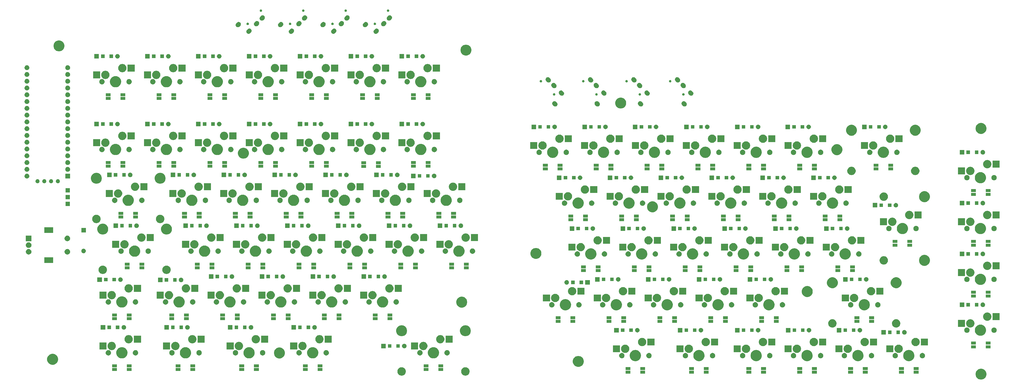
<source format=gbs>
G04 #@! TF.GenerationSoftware,KiCad,Pcbnew,(5.1.5)-3*
G04 #@! TF.CreationDate,2021-06-27T16:27:36-05:00*
G04 #@! TF.ProjectId,SplitKeyboard,53706c69-744b-4657-9962-6f6172642e6b,rev?*
G04 #@! TF.SameCoordinates,Original*
G04 #@! TF.FileFunction,Soldermask,Bot*
G04 #@! TF.FilePolarity,Negative*
%FSLAX46Y46*%
G04 Gerber Fmt 4.6, Leading zero omitted, Abs format (unit mm)*
G04 Created by KiCad (PCBNEW (5.1.5)-3) date 2021-06-27 16:27:36*
%MOMM*%
%LPD*%
G04 APERTURE LIST*
%ADD10C,0.100000*%
G04 APERTURE END LIST*
D10*
G36*
X385567004Y-191702818D02*
G01*
X385940261Y-191857426D01*
X385940263Y-191857427D01*
X386276186Y-192081884D01*
X386561866Y-192367564D01*
X386785863Y-192702798D01*
X386786324Y-192703489D01*
X386940932Y-193076746D01*
X387019750Y-193472993D01*
X387019750Y-193877007D01*
X386940932Y-194273254D01*
X386829148Y-194543124D01*
X386786323Y-194646513D01*
X386561866Y-194982436D01*
X386276186Y-195268116D01*
X385940263Y-195492573D01*
X385940262Y-195492574D01*
X385940261Y-195492574D01*
X385567004Y-195647182D01*
X385170757Y-195726000D01*
X384766743Y-195726000D01*
X384370496Y-195647182D01*
X383997239Y-195492574D01*
X383997238Y-195492574D01*
X383997237Y-195492573D01*
X383661314Y-195268116D01*
X383375634Y-194982436D01*
X383151177Y-194646513D01*
X383108352Y-194543124D01*
X382996568Y-194273254D01*
X382917750Y-193877007D01*
X382917750Y-193472993D01*
X382996568Y-193076746D01*
X383151176Y-192703489D01*
X383151638Y-192702798D01*
X383375634Y-192367564D01*
X383661314Y-192081884D01*
X383997237Y-191857427D01*
X383997239Y-191857426D01*
X384370496Y-191702818D01*
X384766743Y-191624000D01*
X385170757Y-191624000D01*
X385567004Y-191702818D01*
G37*
G36*
X192324661Y-191144526D02*
G01*
X192443387Y-191193704D01*
X192611291Y-191263252D01*
X192611292Y-191263253D01*
X192869254Y-191435617D01*
X193088633Y-191654996D01*
X193120587Y-191702819D01*
X193260998Y-191912959D01*
X193379724Y-192199590D01*
X193435750Y-192481250D01*
X193440250Y-192503876D01*
X193440250Y-192814124D01*
X193388012Y-193076746D01*
X193379724Y-193118410D01*
X193260998Y-193405041D01*
X193203803Y-193490639D01*
X193088633Y-193663004D01*
X192869254Y-193882383D01*
X192746458Y-193964432D01*
X192611291Y-194054748D01*
X192443387Y-194124296D01*
X192324661Y-194173474D01*
X192020375Y-194234000D01*
X191710125Y-194234000D01*
X191557983Y-194203737D01*
X191405839Y-194173474D01*
X191287113Y-194124296D01*
X191119209Y-194054748D01*
X190984042Y-193964432D01*
X190861246Y-193882383D01*
X190641867Y-193663004D01*
X190526697Y-193490639D01*
X190469502Y-193405041D01*
X190350776Y-193118410D01*
X190342489Y-193076746D01*
X190290250Y-192814124D01*
X190290250Y-192503876D01*
X190294751Y-192481250D01*
X190350776Y-192199590D01*
X190469502Y-191912959D01*
X190609913Y-191702819D01*
X190641867Y-191654996D01*
X190861246Y-191435617D01*
X191119208Y-191263253D01*
X191119209Y-191263252D01*
X191287113Y-191193704D01*
X191405839Y-191144526D01*
X191710125Y-191084000D01*
X192020375Y-191084000D01*
X192324661Y-191144526D01*
G37*
G36*
X168448661Y-191144526D02*
G01*
X168567387Y-191193704D01*
X168735291Y-191263252D01*
X168735292Y-191263253D01*
X168993254Y-191435617D01*
X169212633Y-191654996D01*
X169244587Y-191702819D01*
X169384998Y-191912959D01*
X169503724Y-192199590D01*
X169559750Y-192481250D01*
X169564250Y-192503876D01*
X169564250Y-192814124D01*
X169512012Y-193076746D01*
X169503724Y-193118410D01*
X169384998Y-193405041D01*
X169327803Y-193490639D01*
X169212633Y-193663004D01*
X168993254Y-193882383D01*
X168870458Y-193964432D01*
X168735291Y-194054748D01*
X168567387Y-194124296D01*
X168448661Y-194173474D01*
X168144375Y-194234000D01*
X167834125Y-194234000D01*
X167681983Y-194203737D01*
X167529839Y-194173474D01*
X167411113Y-194124296D01*
X167243209Y-194054748D01*
X167108042Y-193964432D01*
X166985246Y-193882383D01*
X166765867Y-193663004D01*
X166650697Y-193490639D01*
X166593502Y-193405041D01*
X166474776Y-193118410D01*
X166466489Y-193076746D01*
X166414250Y-192814124D01*
X166414250Y-192503876D01*
X166418751Y-192481250D01*
X166474776Y-192199590D01*
X166593502Y-191912959D01*
X166733913Y-191702819D01*
X166765867Y-191654996D01*
X166985246Y-191435617D01*
X167243208Y-191263253D01*
X167243209Y-191263252D01*
X167411113Y-191193704D01*
X167529839Y-191144526D01*
X167834125Y-191084000D01*
X168144375Y-191084000D01*
X168448661Y-191144526D01*
G37*
G36*
X282987500Y-193529000D02*
G01*
X281185500Y-193529000D01*
X281185500Y-192427000D01*
X282987500Y-192427000D01*
X282987500Y-193529000D01*
G37*
G36*
X298918750Y-193529000D02*
G01*
X297116750Y-193529000D01*
X297116750Y-192427000D01*
X298918750Y-192427000D01*
X298918750Y-193529000D01*
G37*
G36*
X337018750Y-193529000D02*
G01*
X335216750Y-193529000D01*
X335216750Y-192427000D01*
X337018750Y-192427000D01*
X337018750Y-193529000D01*
G37*
G36*
X323468750Y-193529000D02*
G01*
X321666750Y-193529000D01*
X321666750Y-192427000D01*
X323468750Y-192427000D01*
X323468750Y-193529000D01*
G37*
G36*
X304418750Y-193529000D02*
G01*
X302616750Y-193529000D01*
X302616750Y-192427000D01*
X304418750Y-192427000D01*
X304418750Y-193529000D01*
G37*
G36*
X317968750Y-193529000D02*
G01*
X316166750Y-193529000D01*
X316166750Y-192427000D01*
X317968750Y-192427000D01*
X317968750Y-193529000D01*
G37*
G36*
X253675000Y-193529000D02*
G01*
X251873000Y-193529000D01*
X251873000Y-192427000D01*
X253675000Y-192427000D01*
X253675000Y-193529000D01*
G37*
G36*
X259175000Y-193529000D02*
G01*
X257373000Y-193529000D01*
X257373000Y-192427000D01*
X259175000Y-192427000D01*
X259175000Y-193529000D01*
G37*
G36*
X342518750Y-193529000D02*
G01*
X340716750Y-193529000D01*
X340716750Y-192427000D01*
X342518750Y-192427000D01*
X342518750Y-193529000D01*
G37*
G36*
X356068750Y-193529000D02*
G01*
X354266750Y-193529000D01*
X354266750Y-192427000D01*
X356068750Y-192427000D01*
X356068750Y-193529000D01*
G37*
G36*
X361568750Y-193529000D02*
G01*
X359766750Y-193529000D01*
X359766750Y-192427000D01*
X361568750Y-192427000D01*
X361568750Y-193529000D01*
G37*
G36*
X277487500Y-193529000D02*
G01*
X275685500Y-193529000D01*
X275685500Y-192427000D01*
X277487500Y-192427000D01*
X277487500Y-193529000D01*
G37*
G36*
X66897000Y-192481250D02*
G01*
X65095000Y-192481250D01*
X65095000Y-191379250D01*
X66897000Y-191379250D01*
X66897000Y-192481250D01*
G37*
G36*
X61397000Y-192481250D02*
G01*
X59595000Y-192481250D01*
X59595000Y-191379250D01*
X61397000Y-191379250D01*
X61397000Y-192481250D01*
G37*
G36*
X183578250Y-192481250D02*
G01*
X181776250Y-192481250D01*
X181776250Y-191379250D01*
X183578250Y-191379250D01*
X183578250Y-192481250D01*
G37*
G36*
X132834500Y-192481250D02*
G01*
X131032500Y-192481250D01*
X131032500Y-191379250D01*
X132834500Y-191379250D01*
X132834500Y-192481250D01*
G37*
G36*
X109022000Y-192481250D02*
G01*
X107220000Y-192481250D01*
X107220000Y-191379250D01*
X109022000Y-191379250D01*
X109022000Y-192481250D01*
G37*
G36*
X114522000Y-192481250D02*
G01*
X112720000Y-192481250D01*
X112720000Y-191379250D01*
X114522000Y-191379250D01*
X114522000Y-192481250D01*
G37*
G36*
X85209500Y-192481250D02*
G01*
X83407500Y-192481250D01*
X83407500Y-191379250D01*
X85209500Y-191379250D01*
X85209500Y-192481250D01*
G37*
G36*
X178078250Y-192481250D02*
G01*
X176276250Y-192481250D01*
X176276250Y-191379250D01*
X178078250Y-191379250D01*
X178078250Y-192481250D01*
G37*
G36*
X90709500Y-192481250D02*
G01*
X88907500Y-192481250D01*
X88907500Y-191379250D01*
X90709500Y-191379250D01*
X90709500Y-192481250D01*
G37*
G36*
X138334500Y-192481250D02*
G01*
X136532500Y-192481250D01*
X136532500Y-191379250D01*
X138334500Y-191379250D01*
X138334500Y-192481250D01*
G37*
G36*
X361568750Y-192129000D02*
G01*
X359766750Y-192129000D01*
X359766750Y-191027000D01*
X361568750Y-191027000D01*
X361568750Y-192129000D01*
G37*
G36*
X253675000Y-192129000D02*
G01*
X251873000Y-192129000D01*
X251873000Y-191027000D01*
X253675000Y-191027000D01*
X253675000Y-192129000D01*
G37*
G36*
X259175000Y-192129000D02*
G01*
X257373000Y-192129000D01*
X257373000Y-191027000D01*
X259175000Y-191027000D01*
X259175000Y-192129000D01*
G37*
G36*
X277487500Y-192129000D02*
G01*
X275685500Y-192129000D01*
X275685500Y-191027000D01*
X277487500Y-191027000D01*
X277487500Y-192129000D01*
G37*
G36*
X282987500Y-192129000D02*
G01*
X281185500Y-192129000D01*
X281185500Y-191027000D01*
X282987500Y-191027000D01*
X282987500Y-192129000D01*
G37*
G36*
X304418750Y-192129000D02*
G01*
X302616750Y-192129000D01*
X302616750Y-191027000D01*
X304418750Y-191027000D01*
X304418750Y-192129000D01*
G37*
G36*
X342518750Y-192129000D02*
G01*
X340716750Y-192129000D01*
X340716750Y-191027000D01*
X342518750Y-191027000D01*
X342518750Y-192129000D01*
G37*
G36*
X337018750Y-192129000D02*
G01*
X335216750Y-192129000D01*
X335216750Y-191027000D01*
X337018750Y-191027000D01*
X337018750Y-192129000D01*
G37*
G36*
X356068750Y-192129000D02*
G01*
X354266750Y-192129000D01*
X354266750Y-191027000D01*
X356068750Y-191027000D01*
X356068750Y-192129000D01*
G37*
G36*
X323468750Y-192129000D02*
G01*
X321666750Y-192129000D01*
X321666750Y-191027000D01*
X323468750Y-191027000D01*
X323468750Y-192129000D01*
G37*
G36*
X317968750Y-192129000D02*
G01*
X316166750Y-192129000D01*
X316166750Y-191027000D01*
X317968750Y-191027000D01*
X317968750Y-192129000D01*
G37*
G36*
X298918750Y-192129000D02*
G01*
X297116750Y-192129000D01*
X297116750Y-191027000D01*
X298918750Y-191027000D01*
X298918750Y-192129000D01*
G37*
G36*
X90709500Y-191081250D02*
G01*
X88907500Y-191081250D01*
X88907500Y-189979250D01*
X90709500Y-189979250D01*
X90709500Y-191081250D01*
G37*
G36*
X85209500Y-191081250D02*
G01*
X83407500Y-191081250D01*
X83407500Y-189979250D01*
X85209500Y-189979250D01*
X85209500Y-191081250D01*
G37*
G36*
X66897000Y-191081250D02*
G01*
X65095000Y-191081250D01*
X65095000Y-189979250D01*
X66897000Y-189979250D01*
X66897000Y-191081250D01*
G37*
G36*
X61397000Y-191081250D02*
G01*
X59595000Y-191081250D01*
X59595000Y-189979250D01*
X61397000Y-189979250D01*
X61397000Y-191081250D01*
G37*
G36*
X183578250Y-191081250D02*
G01*
X181776250Y-191081250D01*
X181776250Y-189979250D01*
X183578250Y-189979250D01*
X183578250Y-191081250D01*
G37*
G36*
X132834500Y-191081250D02*
G01*
X131032500Y-191081250D01*
X131032500Y-189979250D01*
X132834500Y-189979250D01*
X132834500Y-191081250D01*
G37*
G36*
X138334500Y-191081250D02*
G01*
X136532500Y-191081250D01*
X136532500Y-189979250D01*
X138334500Y-189979250D01*
X138334500Y-191081250D01*
G37*
G36*
X114522000Y-191081250D02*
G01*
X112720000Y-191081250D01*
X112720000Y-189979250D01*
X114522000Y-189979250D01*
X114522000Y-191081250D01*
G37*
G36*
X178078250Y-191081250D02*
G01*
X176276250Y-191081250D01*
X176276250Y-189979250D01*
X178078250Y-189979250D01*
X178078250Y-191081250D01*
G37*
G36*
X109022000Y-191081250D02*
G01*
X107220000Y-191081250D01*
X107220000Y-189979250D01*
X109022000Y-189979250D01*
X109022000Y-191081250D01*
G37*
G36*
X234754504Y-186940318D02*
G01*
X235127761Y-187094926D01*
X235127763Y-187094927D01*
X235463686Y-187319384D01*
X235749366Y-187605064D01*
X235973363Y-187940298D01*
X235973824Y-187940989D01*
X236128432Y-188314246D01*
X236207250Y-188710493D01*
X236207250Y-189114507D01*
X236128432Y-189510754D01*
X236024641Y-189761327D01*
X235973823Y-189884013D01*
X235749366Y-190219936D01*
X235463686Y-190505616D01*
X235127763Y-190730073D01*
X235127762Y-190730074D01*
X235127761Y-190730074D01*
X234754504Y-190884682D01*
X234358257Y-190963500D01*
X233954243Y-190963500D01*
X233557996Y-190884682D01*
X233184739Y-190730074D01*
X233184738Y-190730074D01*
X233184737Y-190730073D01*
X232848814Y-190505616D01*
X232563134Y-190219936D01*
X232338677Y-189884013D01*
X232287859Y-189761327D01*
X232184068Y-189510754D01*
X232105250Y-189114507D01*
X232105250Y-188710493D01*
X232184068Y-188314246D01*
X232338676Y-187940989D01*
X232339138Y-187940298D01*
X232563134Y-187605064D01*
X232848814Y-187319384D01*
X233184737Y-187094927D01*
X233184739Y-187094926D01*
X233557996Y-186940318D01*
X233954243Y-186861500D01*
X234358257Y-186861500D01*
X234754504Y-186940318D01*
G37*
G36*
X37904504Y-186146568D02*
G01*
X38243148Y-186286839D01*
X38277763Y-186301177D01*
X38613686Y-186525634D01*
X38899366Y-186811314D01*
X39123363Y-187146548D01*
X39123824Y-187147239D01*
X39278432Y-187520496D01*
X39357250Y-187916743D01*
X39357250Y-188320757D01*
X39278432Y-188717004D01*
X39123824Y-189090261D01*
X39123823Y-189090263D01*
X38899366Y-189426186D01*
X38613686Y-189711866D01*
X38277763Y-189936323D01*
X38277762Y-189936324D01*
X38277761Y-189936324D01*
X37904504Y-190090932D01*
X37508257Y-190169750D01*
X37104243Y-190169750D01*
X36707996Y-190090932D01*
X36334739Y-189936324D01*
X36334738Y-189936324D01*
X36334737Y-189936323D01*
X35998814Y-189711866D01*
X35713134Y-189426186D01*
X35488677Y-189090263D01*
X35488676Y-189090261D01*
X35334068Y-188717004D01*
X35255250Y-188320757D01*
X35255250Y-187916743D01*
X35334068Y-187520496D01*
X35488676Y-187147239D01*
X35489138Y-187146548D01*
X35713134Y-186811314D01*
X35998814Y-186525634D01*
X36334737Y-186301177D01*
X36369352Y-186286839D01*
X36707996Y-186146568D01*
X37104243Y-186067750D01*
X37508257Y-186067750D01*
X37904504Y-186146568D01*
G37*
G36*
X255993610Y-184673000D02*
G01*
X256136839Y-184701490D01*
X256519197Y-184859868D01*
X256679430Y-184966932D01*
X256820454Y-185061161D01*
X256863310Y-185089797D01*
X257155953Y-185382440D01*
X257385882Y-185726553D01*
X257544260Y-186108911D01*
X257552065Y-186148149D01*
X257625000Y-186514818D01*
X257625000Y-186928682D01*
X257581526Y-187147239D01*
X257544260Y-187334589D01*
X257476044Y-187499277D01*
X257388792Y-187709923D01*
X257385882Y-187716947D01*
X257315117Y-187822854D01*
X257155954Y-188061059D01*
X256863309Y-188353704D01*
X256764464Y-188419750D01*
X256519197Y-188583632D01*
X256136839Y-188742010D01*
X256001536Y-188768923D01*
X255730932Y-188822750D01*
X255317068Y-188822750D01*
X255046464Y-188768923D01*
X254911161Y-188742010D01*
X254528803Y-188583632D01*
X254283536Y-188419750D01*
X254184691Y-188353704D01*
X253892046Y-188061059D01*
X253732883Y-187822854D01*
X253662118Y-187716947D01*
X253659209Y-187709923D01*
X253571956Y-187499277D01*
X253503740Y-187334589D01*
X253466474Y-187147239D01*
X253423000Y-186928682D01*
X253423000Y-186514818D01*
X253495935Y-186148149D01*
X253503740Y-186108911D01*
X253662118Y-185726553D01*
X253892047Y-185382440D01*
X254184690Y-185089797D01*
X254227547Y-185061161D01*
X254368570Y-184966932D01*
X254528803Y-184859868D01*
X254911161Y-184701490D01*
X255054390Y-184673000D01*
X255317068Y-184620750D01*
X255730932Y-184620750D01*
X255993610Y-184673000D01*
G37*
G36*
X358387360Y-184673000D02*
G01*
X358530589Y-184701490D01*
X358912947Y-184859868D01*
X359073180Y-184966932D01*
X359214204Y-185061161D01*
X359257060Y-185089797D01*
X359549703Y-185382440D01*
X359779632Y-185726553D01*
X359938010Y-186108911D01*
X359945815Y-186148149D01*
X360018750Y-186514818D01*
X360018750Y-186928682D01*
X359975276Y-187147239D01*
X359938010Y-187334589D01*
X359869794Y-187499277D01*
X359782542Y-187709923D01*
X359779632Y-187716947D01*
X359708867Y-187822854D01*
X359549704Y-188061059D01*
X359257059Y-188353704D01*
X359158214Y-188419750D01*
X358912947Y-188583632D01*
X358530589Y-188742010D01*
X358395286Y-188768923D01*
X358124682Y-188822750D01*
X357710818Y-188822750D01*
X357440214Y-188768923D01*
X357304911Y-188742010D01*
X356922553Y-188583632D01*
X356677286Y-188419750D01*
X356578441Y-188353704D01*
X356285796Y-188061059D01*
X356126633Y-187822854D01*
X356055868Y-187716947D01*
X356052959Y-187709923D01*
X355965706Y-187499277D01*
X355897490Y-187334589D01*
X355860224Y-187147239D01*
X355816750Y-186928682D01*
X355816750Y-186514818D01*
X355889685Y-186148149D01*
X355897490Y-186108911D01*
X356055868Y-185726553D01*
X356285797Y-185382440D01*
X356578440Y-185089797D01*
X356621297Y-185061161D01*
X356762320Y-184966932D01*
X356922553Y-184859868D01*
X357304911Y-184701490D01*
X357448140Y-184673000D01*
X357710818Y-184620750D01*
X358124682Y-184620750D01*
X358387360Y-184673000D01*
G37*
G36*
X339337360Y-184673000D02*
G01*
X339480589Y-184701490D01*
X339862947Y-184859868D01*
X340023180Y-184966932D01*
X340164204Y-185061161D01*
X340207060Y-185089797D01*
X340499703Y-185382440D01*
X340729632Y-185726553D01*
X340888010Y-186108911D01*
X340895815Y-186148149D01*
X340968750Y-186514818D01*
X340968750Y-186928682D01*
X340925276Y-187147239D01*
X340888010Y-187334589D01*
X340819794Y-187499277D01*
X340732542Y-187709923D01*
X340729632Y-187716947D01*
X340658867Y-187822854D01*
X340499704Y-188061059D01*
X340207059Y-188353704D01*
X340108214Y-188419750D01*
X339862947Y-188583632D01*
X339480589Y-188742010D01*
X339345286Y-188768923D01*
X339074682Y-188822750D01*
X338660818Y-188822750D01*
X338390214Y-188768923D01*
X338254911Y-188742010D01*
X337872553Y-188583632D01*
X337627286Y-188419750D01*
X337528441Y-188353704D01*
X337235796Y-188061059D01*
X337076633Y-187822854D01*
X337005868Y-187716947D01*
X337002959Y-187709923D01*
X336915706Y-187499277D01*
X336847490Y-187334589D01*
X336810224Y-187147239D01*
X336766750Y-186928682D01*
X336766750Y-186514818D01*
X336839685Y-186148149D01*
X336847490Y-186108911D01*
X337005868Y-185726553D01*
X337235797Y-185382440D01*
X337528440Y-185089797D01*
X337571297Y-185061161D01*
X337712320Y-184966932D01*
X337872553Y-184859868D01*
X338254911Y-184701490D01*
X338398140Y-184673000D01*
X338660818Y-184620750D01*
X339074682Y-184620750D01*
X339337360Y-184673000D01*
G37*
G36*
X320287360Y-184673000D02*
G01*
X320430589Y-184701490D01*
X320812947Y-184859868D01*
X320973180Y-184966932D01*
X321114204Y-185061161D01*
X321157060Y-185089797D01*
X321449703Y-185382440D01*
X321679632Y-185726553D01*
X321838010Y-186108911D01*
X321845815Y-186148149D01*
X321918750Y-186514818D01*
X321918750Y-186928682D01*
X321875276Y-187147239D01*
X321838010Y-187334589D01*
X321769794Y-187499277D01*
X321682542Y-187709923D01*
X321679632Y-187716947D01*
X321608867Y-187822854D01*
X321449704Y-188061059D01*
X321157059Y-188353704D01*
X321058214Y-188419750D01*
X320812947Y-188583632D01*
X320430589Y-188742010D01*
X320295286Y-188768923D01*
X320024682Y-188822750D01*
X319610818Y-188822750D01*
X319340214Y-188768923D01*
X319204911Y-188742010D01*
X318822553Y-188583632D01*
X318577286Y-188419750D01*
X318478441Y-188353704D01*
X318185796Y-188061059D01*
X318026633Y-187822854D01*
X317955868Y-187716947D01*
X317952959Y-187709923D01*
X317865706Y-187499277D01*
X317797490Y-187334589D01*
X317760224Y-187147239D01*
X317716750Y-186928682D01*
X317716750Y-186514818D01*
X317789685Y-186148149D01*
X317797490Y-186108911D01*
X317955868Y-185726553D01*
X318185797Y-185382440D01*
X318478440Y-185089797D01*
X318521297Y-185061161D01*
X318662320Y-184966932D01*
X318822553Y-184859868D01*
X319204911Y-184701490D01*
X319348140Y-184673000D01*
X319610818Y-184620750D01*
X320024682Y-184620750D01*
X320287360Y-184673000D01*
G37*
G36*
X301237360Y-184673000D02*
G01*
X301380589Y-184701490D01*
X301762947Y-184859868D01*
X301923180Y-184966932D01*
X302064204Y-185061161D01*
X302107060Y-185089797D01*
X302399703Y-185382440D01*
X302629632Y-185726553D01*
X302788010Y-186108911D01*
X302795815Y-186148149D01*
X302868750Y-186514818D01*
X302868750Y-186928682D01*
X302825276Y-187147239D01*
X302788010Y-187334589D01*
X302719794Y-187499277D01*
X302632542Y-187709923D01*
X302629632Y-187716947D01*
X302558867Y-187822854D01*
X302399704Y-188061059D01*
X302107059Y-188353704D01*
X302008214Y-188419750D01*
X301762947Y-188583632D01*
X301380589Y-188742010D01*
X301245286Y-188768923D01*
X300974682Y-188822750D01*
X300560818Y-188822750D01*
X300290214Y-188768923D01*
X300154911Y-188742010D01*
X299772553Y-188583632D01*
X299527286Y-188419750D01*
X299428441Y-188353704D01*
X299135796Y-188061059D01*
X298976633Y-187822854D01*
X298905868Y-187716947D01*
X298902959Y-187709923D01*
X298815706Y-187499277D01*
X298747490Y-187334589D01*
X298710224Y-187147239D01*
X298666750Y-186928682D01*
X298666750Y-186514818D01*
X298739685Y-186148149D01*
X298747490Y-186108911D01*
X298905868Y-185726553D01*
X299135797Y-185382440D01*
X299428440Y-185089797D01*
X299471297Y-185061161D01*
X299612320Y-184966932D01*
X299772553Y-184859868D01*
X300154911Y-184701490D01*
X300298140Y-184673000D01*
X300560818Y-184620750D01*
X300974682Y-184620750D01*
X301237360Y-184673000D01*
G37*
G36*
X279806110Y-184673000D02*
G01*
X279949339Y-184701490D01*
X280331697Y-184859868D01*
X280491930Y-184966932D01*
X280632954Y-185061161D01*
X280675810Y-185089797D01*
X280968453Y-185382440D01*
X281198382Y-185726553D01*
X281356760Y-186108911D01*
X281364565Y-186148149D01*
X281437500Y-186514818D01*
X281437500Y-186928682D01*
X281394026Y-187147239D01*
X281356760Y-187334589D01*
X281288544Y-187499277D01*
X281201292Y-187709923D01*
X281198382Y-187716947D01*
X281127617Y-187822854D01*
X280968454Y-188061059D01*
X280675809Y-188353704D01*
X280576964Y-188419750D01*
X280331697Y-188583632D01*
X279949339Y-188742010D01*
X279814036Y-188768923D01*
X279543432Y-188822750D01*
X279129568Y-188822750D01*
X278858964Y-188768923D01*
X278723661Y-188742010D01*
X278341303Y-188583632D01*
X278096036Y-188419750D01*
X277997191Y-188353704D01*
X277704546Y-188061059D01*
X277545383Y-187822854D01*
X277474618Y-187716947D01*
X277471709Y-187709923D01*
X277384456Y-187499277D01*
X277316240Y-187334589D01*
X277278974Y-187147239D01*
X277235500Y-186928682D01*
X277235500Y-186514818D01*
X277308435Y-186148149D01*
X277316240Y-186108911D01*
X277474618Y-185726553D01*
X277704547Y-185382440D01*
X277997190Y-185089797D01*
X278040047Y-185061161D01*
X278181070Y-184966932D01*
X278341303Y-184859868D01*
X278723661Y-184701490D01*
X278866890Y-184673000D01*
X279129568Y-184620750D01*
X279543432Y-184620750D01*
X279806110Y-184673000D01*
G37*
G36*
X122835754Y-183765318D02*
G01*
X123209011Y-183919926D01*
X123209013Y-183919927D01*
X123544936Y-184144384D01*
X123830616Y-184430064D01*
X124054613Y-184765298D01*
X124055074Y-184765989D01*
X124209682Y-185139246D01*
X124288500Y-185535493D01*
X124288500Y-185939507D01*
X124209682Y-186335754D01*
X124077478Y-186654923D01*
X124055073Y-186709013D01*
X123830616Y-187044936D01*
X123544936Y-187330616D01*
X123209013Y-187555073D01*
X123209012Y-187555074D01*
X123209011Y-187555074D01*
X122835754Y-187709682D01*
X122439507Y-187788500D01*
X122035493Y-187788500D01*
X121639246Y-187709682D01*
X121265989Y-187555074D01*
X121265988Y-187555074D01*
X121265987Y-187555073D01*
X120930064Y-187330616D01*
X120644384Y-187044936D01*
X120419927Y-186709013D01*
X120397522Y-186654923D01*
X120265318Y-186335754D01*
X120186500Y-185939507D01*
X120186500Y-185535493D01*
X120265318Y-185139246D01*
X120419926Y-184765989D01*
X120420388Y-184765298D01*
X120644384Y-184430064D01*
X120930064Y-184144384D01*
X121265987Y-183919927D01*
X121265989Y-183919926D01*
X121639246Y-183765318D01*
X122035493Y-183686500D01*
X122439507Y-183686500D01*
X122835754Y-183765318D01*
G37*
G36*
X135161036Y-183626827D02*
G01*
X135296339Y-183653740D01*
X135565712Y-183765318D01*
X135613229Y-183785000D01*
X135678697Y-183812118D01*
X135763336Y-183868672D01*
X136003268Y-184028989D01*
X136022810Y-184042047D01*
X136315453Y-184334690D01*
X136545382Y-184678803D01*
X136693297Y-185035900D01*
X136703760Y-185061162D01*
X136784500Y-185467068D01*
X136784500Y-185880932D01*
X136739152Y-186108911D01*
X136703760Y-186286839D01*
X136644556Y-186429769D01*
X136551295Y-186654923D01*
X136545382Y-186669197D01*
X136520425Y-186706548D01*
X136315454Y-187013309D01*
X136022809Y-187305954D01*
X135911876Y-187380077D01*
X135678697Y-187535882D01*
X135678696Y-187535883D01*
X135678695Y-187535883D01*
X135632356Y-187555077D01*
X135296339Y-187694260D01*
X135182293Y-187716945D01*
X134890432Y-187775000D01*
X134476568Y-187775000D01*
X134184707Y-187716945D01*
X134070661Y-187694260D01*
X133734644Y-187555077D01*
X133688305Y-187535883D01*
X133688304Y-187535883D01*
X133688303Y-187535882D01*
X133455124Y-187380077D01*
X133344191Y-187305954D01*
X133051546Y-187013309D01*
X132846575Y-186706548D01*
X132821618Y-186669197D01*
X132815706Y-186654923D01*
X132722444Y-186429769D01*
X132663240Y-186286839D01*
X132627848Y-186108911D01*
X132582500Y-185880932D01*
X132582500Y-185467068D01*
X132663240Y-185061162D01*
X132673704Y-185035900D01*
X132821618Y-184678803D01*
X133051547Y-184334690D01*
X133344190Y-184042047D01*
X133363733Y-184028989D01*
X133603664Y-183868672D01*
X133688303Y-183812118D01*
X133753772Y-183785000D01*
X133801288Y-183765318D01*
X134070661Y-183653740D01*
X134205964Y-183626827D01*
X134476568Y-183573000D01*
X134890432Y-183573000D01*
X135161036Y-183626827D01*
G37*
G36*
X111348536Y-183626827D02*
G01*
X111483839Y-183653740D01*
X111753212Y-183765318D01*
X111800729Y-183785000D01*
X111866197Y-183812118D01*
X111950836Y-183868672D01*
X112190768Y-184028989D01*
X112210310Y-184042047D01*
X112502953Y-184334690D01*
X112732882Y-184678803D01*
X112880797Y-185035900D01*
X112891260Y-185061162D01*
X112972000Y-185467068D01*
X112972000Y-185880932D01*
X112926652Y-186108911D01*
X112891260Y-186286839D01*
X112832056Y-186429769D01*
X112738795Y-186654923D01*
X112732882Y-186669197D01*
X112707925Y-186706548D01*
X112502954Y-187013309D01*
X112210309Y-187305954D01*
X112099376Y-187380077D01*
X111866197Y-187535882D01*
X111866196Y-187535883D01*
X111866195Y-187535883D01*
X111819856Y-187555077D01*
X111483839Y-187694260D01*
X111369793Y-187716945D01*
X111077932Y-187775000D01*
X110664068Y-187775000D01*
X110372207Y-187716945D01*
X110258161Y-187694260D01*
X109922144Y-187555077D01*
X109875805Y-187535883D01*
X109875804Y-187535883D01*
X109875803Y-187535882D01*
X109642624Y-187380077D01*
X109531691Y-187305954D01*
X109239046Y-187013309D01*
X109034075Y-186706548D01*
X109009118Y-186669197D01*
X109003206Y-186654923D01*
X108909944Y-186429769D01*
X108850740Y-186286839D01*
X108815348Y-186108911D01*
X108770000Y-185880932D01*
X108770000Y-185467068D01*
X108850740Y-185061162D01*
X108861204Y-185035900D01*
X109009118Y-184678803D01*
X109239047Y-184334690D01*
X109531690Y-184042047D01*
X109551233Y-184028989D01*
X109791164Y-183868672D01*
X109875803Y-183812118D01*
X109941272Y-183785000D01*
X109988788Y-183765318D01*
X110258161Y-183653740D01*
X110393464Y-183626827D01*
X110664068Y-183573000D01*
X111077932Y-183573000D01*
X111348536Y-183626827D01*
G37*
G36*
X63723536Y-183626827D02*
G01*
X63858839Y-183653740D01*
X64128212Y-183765318D01*
X64175729Y-183785000D01*
X64241197Y-183812118D01*
X64325836Y-183868672D01*
X64565768Y-184028989D01*
X64585310Y-184042047D01*
X64877953Y-184334690D01*
X65107882Y-184678803D01*
X65255797Y-185035900D01*
X65266260Y-185061162D01*
X65347000Y-185467068D01*
X65347000Y-185880932D01*
X65301652Y-186108911D01*
X65266260Y-186286839D01*
X65207056Y-186429769D01*
X65113795Y-186654923D01*
X65107882Y-186669197D01*
X65082925Y-186706548D01*
X64877954Y-187013309D01*
X64585309Y-187305954D01*
X64474376Y-187380077D01*
X64241197Y-187535882D01*
X64241196Y-187535883D01*
X64241195Y-187535883D01*
X64194856Y-187555077D01*
X63858839Y-187694260D01*
X63744793Y-187716945D01*
X63452932Y-187775000D01*
X63039068Y-187775000D01*
X62747207Y-187716945D01*
X62633161Y-187694260D01*
X62297144Y-187555077D01*
X62250805Y-187535883D01*
X62250804Y-187535883D01*
X62250803Y-187535882D01*
X62017624Y-187380077D01*
X61906691Y-187305954D01*
X61614046Y-187013309D01*
X61409075Y-186706548D01*
X61384118Y-186669197D01*
X61378206Y-186654923D01*
X61284944Y-186429769D01*
X61225740Y-186286839D01*
X61190348Y-186108911D01*
X61145000Y-185880932D01*
X61145000Y-185467068D01*
X61225740Y-185061162D01*
X61236204Y-185035900D01*
X61384118Y-184678803D01*
X61614047Y-184334690D01*
X61906690Y-184042047D01*
X61926233Y-184028989D01*
X62166164Y-183868672D01*
X62250803Y-183812118D01*
X62316272Y-183785000D01*
X62363788Y-183765318D01*
X62633161Y-183653740D01*
X62768464Y-183626827D01*
X63039068Y-183573000D01*
X63452932Y-183573000D01*
X63723536Y-183626827D01*
G37*
G36*
X87536036Y-183626827D02*
G01*
X87671339Y-183653740D01*
X87940712Y-183765318D01*
X87988229Y-183785000D01*
X88053697Y-183812118D01*
X88138336Y-183868672D01*
X88378268Y-184028989D01*
X88397810Y-184042047D01*
X88690453Y-184334690D01*
X88920382Y-184678803D01*
X89068297Y-185035900D01*
X89078760Y-185061162D01*
X89159500Y-185467068D01*
X89159500Y-185880932D01*
X89114152Y-186108911D01*
X89078760Y-186286839D01*
X89019556Y-186429769D01*
X88926295Y-186654923D01*
X88920382Y-186669197D01*
X88895425Y-186706548D01*
X88690454Y-187013309D01*
X88397809Y-187305954D01*
X88286876Y-187380077D01*
X88053697Y-187535882D01*
X88053696Y-187535883D01*
X88053695Y-187535883D01*
X88007356Y-187555077D01*
X87671339Y-187694260D01*
X87557293Y-187716945D01*
X87265432Y-187775000D01*
X86851568Y-187775000D01*
X86559707Y-187716945D01*
X86445661Y-187694260D01*
X86109644Y-187555077D01*
X86063305Y-187535883D01*
X86063304Y-187535883D01*
X86063303Y-187535882D01*
X85830124Y-187380077D01*
X85719191Y-187305954D01*
X85426546Y-187013309D01*
X85221575Y-186706548D01*
X85196618Y-186669197D01*
X85190706Y-186654923D01*
X85097444Y-186429769D01*
X85038240Y-186286839D01*
X85002848Y-186108911D01*
X84957500Y-185880932D01*
X84957500Y-185467068D01*
X85038240Y-185061162D01*
X85048704Y-185035900D01*
X85196618Y-184678803D01*
X85426547Y-184334690D01*
X85719190Y-184042047D01*
X85738733Y-184028989D01*
X85978664Y-183868672D01*
X86063303Y-183812118D01*
X86128772Y-183785000D01*
X86176288Y-183765318D01*
X86445661Y-183653740D01*
X86580964Y-183626827D01*
X86851568Y-183573000D01*
X87265432Y-183573000D01*
X87536036Y-183626827D01*
G37*
G36*
X180404786Y-183626827D02*
G01*
X180540089Y-183653740D01*
X180809462Y-183765318D01*
X180856979Y-183785000D01*
X180922447Y-183812118D01*
X181007086Y-183868672D01*
X181247018Y-184028989D01*
X181266560Y-184042047D01*
X181559203Y-184334690D01*
X181789132Y-184678803D01*
X181937047Y-185035900D01*
X181947510Y-185061162D01*
X182028250Y-185467068D01*
X182028250Y-185880932D01*
X181982902Y-186108911D01*
X181947510Y-186286839D01*
X181888306Y-186429769D01*
X181795045Y-186654923D01*
X181789132Y-186669197D01*
X181764175Y-186706548D01*
X181559204Y-187013309D01*
X181266559Y-187305954D01*
X181155626Y-187380077D01*
X180922447Y-187535882D01*
X180922446Y-187535883D01*
X180922445Y-187535883D01*
X180876106Y-187555077D01*
X180540089Y-187694260D01*
X180426043Y-187716945D01*
X180134182Y-187775000D01*
X179720318Y-187775000D01*
X179428457Y-187716945D01*
X179314411Y-187694260D01*
X178978394Y-187555077D01*
X178932055Y-187535883D01*
X178932054Y-187535883D01*
X178932053Y-187535882D01*
X178698874Y-187380077D01*
X178587941Y-187305954D01*
X178295296Y-187013309D01*
X178090325Y-186706548D01*
X178065368Y-186669197D01*
X178059456Y-186654923D01*
X177966194Y-186429769D01*
X177906990Y-186286839D01*
X177871598Y-186108911D01*
X177826250Y-185880932D01*
X177826250Y-185467068D01*
X177906990Y-185061162D01*
X177917454Y-185035900D01*
X178065368Y-184678803D01*
X178295297Y-184334690D01*
X178587940Y-184042047D01*
X178607483Y-184028989D01*
X178847414Y-183868672D01*
X178932053Y-183812118D01*
X178997522Y-183785000D01*
X179045038Y-183765318D01*
X179314411Y-183653740D01*
X179449714Y-183626827D01*
X179720318Y-183573000D01*
X180134182Y-183573000D01*
X180404786Y-183626827D01*
G37*
G36*
X260731764Y-185726553D02*
G01*
X260895981Y-185759218D01*
X261078151Y-185834676D01*
X261242100Y-185944223D01*
X261381527Y-186083650D01*
X261424625Y-186148151D01*
X261491075Y-186247601D01*
X261507328Y-186286839D01*
X261565333Y-186426874D01*
X261566532Y-186429770D01*
X261605000Y-186623159D01*
X261605000Y-186820341D01*
X261603646Y-186827146D01*
X261566532Y-187013731D01*
X261491074Y-187195901D01*
X261381527Y-187359850D01*
X261242100Y-187499277D01*
X261078151Y-187608824D01*
X261078150Y-187608825D01*
X261078149Y-187608825D01*
X261024795Y-187630925D01*
X260895981Y-187684282D01*
X260845818Y-187694260D01*
X260702591Y-187722750D01*
X260505409Y-187722750D01*
X260362182Y-187694260D01*
X260312019Y-187684282D01*
X260183205Y-187630925D01*
X260129851Y-187608825D01*
X260129850Y-187608825D01*
X260129849Y-187608824D01*
X259965900Y-187499277D01*
X259826473Y-187359850D01*
X259716926Y-187195901D01*
X259641468Y-187013731D01*
X259604354Y-186827146D01*
X259603000Y-186820341D01*
X259603000Y-186623159D01*
X259641468Y-186429770D01*
X259642668Y-186426874D01*
X259700672Y-186286839D01*
X259716925Y-186247601D01*
X259783375Y-186148151D01*
X259826473Y-186083650D01*
X259965900Y-185944223D01*
X260129849Y-185834676D01*
X260312019Y-185759218D01*
X260476236Y-185726553D01*
X260505409Y-185720750D01*
X260702591Y-185720750D01*
X260731764Y-185726553D01*
G37*
G36*
X363125514Y-185726553D02*
G01*
X363289731Y-185759218D01*
X363471901Y-185834676D01*
X363635850Y-185944223D01*
X363775277Y-186083650D01*
X363818375Y-186148151D01*
X363884825Y-186247601D01*
X363901078Y-186286839D01*
X363959083Y-186426874D01*
X363960282Y-186429770D01*
X363998750Y-186623159D01*
X363998750Y-186820341D01*
X363997396Y-186827146D01*
X363960282Y-187013731D01*
X363884824Y-187195901D01*
X363775277Y-187359850D01*
X363635850Y-187499277D01*
X363471901Y-187608824D01*
X363471900Y-187608825D01*
X363471899Y-187608825D01*
X363418545Y-187630925D01*
X363289731Y-187684282D01*
X363239568Y-187694260D01*
X363096341Y-187722750D01*
X362899159Y-187722750D01*
X362755932Y-187694260D01*
X362705769Y-187684282D01*
X362576955Y-187630925D01*
X362523601Y-187608825D01*
X362523600Y-187608825D01*
X362523599Y-187608824D01*
X362359650Y-187499277D01*
X362220223Y-187359850D01*
X362110676Y-187195901D01*
X362035218Y-187013731D01*
X361998104Y-186827146D01*
X361996750Y-186820341D01*
X361996750Y-186623159D01*
X362035218Y-186429770D01*
X362036418Y-186426874D01*
X362094422Y-186286839D01*
X362110675Y-186247601D01*
X362177125Y-186148151D01*
X362220223Y-186083650D01*
X362359650Y-185944223D01*
X362523599Y-185834676D01*
X362705769Y-185759218D01*
X362869986Y-185726553D01*
X362899159Y-185720750D01*
X363096341Y-185720750D01*
X363125514Y-185726553D01*
G37*
G36*
X352965514Y-185726553D02*
G01*
X353129731Y-185759218D01*
X353311901Y-185834676D01*
X353475850Y-185944223D01*
X353615277Y-186083650D01*
X353658375Y-186148151D01*
X353724825Y-186247601D01*
X353741078Y-186286839D01*
X353799083Y-186426874D01*
X353800282Y-186429770D01*
X353838750Y-186623159D01*
X353838750Y-186820341D01*
X353837396Y-186827146D01*
X353800282Y-187013731D01*
X353724824Y-187195901D01*
X353615277Y-187359850D01*
X353475850Y-187499277D01*
X353311901Y-187608824D01*
X353311900Y-187608825D01*
X353311899Y-187608825D01*
X353258545Y-187630925D01*
X353129731Y-187684282D01*
X353079568Y-187694260D01*
X352936341Y-187722750D01*
X352739159Y-187722750D01*
X352595932Y-187694260D01*
X352545769Y-187684282D01*
X352416955Y-187630925D01*
X352363601Y-187608825D01*
X352363600Y-187608825D01*
X352363599Y-187608824D01*
X352199650Y-187499277D01*
X352060223Y-187359850D01*
X351950676Y-187195901D01*
X351875218Y-187013731D01*
X351838104Y-186827146D01*
X351836750Y-186820341D01*
X351836750Y-186623159D01*
X351875218Y-186429770D01*
X351876418Y-186426874D01*
X351934422Y-186286839D01*
X351950675Y-186247601D01*
X352017125Y-186148151D01*
X352060223Y-186083650D01*
X352199650Y-185944223D01*
X352363599Y-185834676D01*
X352545769Y-185759218D01*
X352709986Y-185726553D01*
X352739159Y-185720750D01*
X352936341Y-185720750D01*
X352965514Y-185726553D01*
G37*
G36*
X344075514Y-185726553D02*
G01*
X344239731Y-185759218D01*
X344421901Y-185834676D01*
X344585850Y-185944223D01*
X344725277Y-186083650D01*
X344768375Y-186148151D01*
X344834825Y-186247601D01*
X344851078Y-186286839D01*
X344909083Y-186426874D01*
X344910282Y-186429770D01*
X344948750Y-186623159D01*
X344948750Y-186820341D01*
X344947396Y-186827146D01*
X344910282Y-187013731D01*
X344834824Y-187195901D01*
X344725277Y-187359850D01*
X344585850Y-187499277D01*
X344421901Y-187608824D01*
X344421900Y-187608825D01*
X344421899Y-187608825D01*
X344368545Y-187630925D01*
X344239731Y-187684282D01*
X344189568Y-187694260D01*
X344046341Y-187722750D01*
X343849159Y-187722750D01*
X343705932Y-187694260D01*
X343655769Y-187684282D01*
X343526955Y-187630925D01*
X343473601Y-187608825D01*
X343473600Y-187608825D01*
X343473599Y-187608824D01*
X343309650Y-187499277D01*
X343170223Y-187359850D01*
X343060676Y-187195901D01*
X342985218Y-187013731D01*
X342948104Y-186827146D01*
X342946750Y-186820341D01*
X342946750Y-186623159D01*
X342985218Y-186429770D01*
X342986418Y-186426874D01*
X343044422Y-186286839D01*
X343060675Y-186247601D01*
X343127125Y-186148151D01*
X343170223Y-186083650D01*
X343309650Y-185944223D01*
X343473599Y-185834676D01*
X343655769Y-185759218D01*
X343819986Y-185726553D01*
X343849159Y-185720750D01*
X344046341Y-185720750D01*
X344075514Y-185726553D01*
G37*
G36*
X295815514Y-185726553D02*
G01*
X295979731Y-185759218D01*
X296161901Y-185834676D01*
X296325850Y-185944223D01*
X296465277Y-186083650D01*
X296508375Y-186148151D01*
X296574825Y-186247601D01*
X296591078Y-186286839D01*
X296649083Y-186426874D01*
X296650282Y-186429770D01*
X296688750Y-186623159D01*
X296688750Y-186820341D01*
X296687396Y-186827146D01*
X296650282Y-187013731D01*
X296574824Y-187195901D01*
X296465277Y-187359850D01*
X296325850Y-187499277D01*
X296161901Y-187608824D01*
X296161900Y-187608825D01*
X296161899Y-187608825D01*
X296108545Y-187630925D01*
X295979731Y-187684282D01*
X295929568Y-187694260D01*
X295786341Y-187722750D01*
X295589159Y-187722750D01*
X295445932Y-187694260D01*
X295395769Y-187684282D01*
X295266955Y-187630925D01*
X295213601Y-187608825D01*
X295213600Y-187608825D01*
X295213599Y-187608824D01*
X295049650Y-187499277D01*
X294910223Y-187359850D01*
X294800676Y-187195901D01*
X294725218Y-187013731D01*
X294688104Y-186827146D01*
X294686750Y-186820341D01*
X294686750Y-186623159D01*
X294725218Y-186429770D01*
X294726418Y-186426874D01*
X294784422Y-186286839D01*
X294800675Y-186247601D01*
X294867125Y-186148151D01*
X294910223Y-186083650D01*
X295049650Y-185944223D01*
X295213599Y-185834676D01*
X295395769Y-185759218D01*
X295559986Y-185726553D01*
X295589159Y-185720750D01*
X295786341Y-185720750D01*
X295815514Y-185726553D01*
G37*
G36*
X305975514Y-185726553D02*
G01*
X306139731Y-185759218D01*
X306321901Y-185834676D01*
X306485850Y-185944223D01*
X306625277Y-186083650D01*
X306668375Y-186148151D01*
X306734825Y-186247601D01*
X306751078Y-186286839D01*
X306809083Y-186426874D01*
X306810282Y-186429770D01*
X306848750Y-186623159D01*
X306848750Y-186820341D01*
X306847396Y-186827146D01*
X306810282Y-187013731D01*
X306734824Y-187195901D01*
X306625277Y-187359850D01*
X306485850Y-187499277D01*
X306321901Y-187608824D01*
X306321900Y-187608825D01*
X306321899Y-187608825D01*
X306268545Y-187630925D01*
X306139731Y-187684282D01*
X306089568Y-187694260D01*
X305946341Y-187722750D01*
X305749159Y-187722750D01*
X305605932Y-187694260D01*
X305555769Y-187684282D01*
X305426955Y-187630925D01*
X305373601Y-187608825D01*
X305373600Y-187608825D01*
X305373599Y-187608824D01*
X305209650Y-187499277D01*
X305070223Y-187359850D01*
X304960676Y-187195901D01*
X304885218Y-187013731D01*
X304848104Y-186827146D01*
X304846750Y-186820341D01*
X304846750Y-186623159D01*
X304885218Y-186429770D01*
X304886418Y-186426874D01*
X304944422Y-186286839D01*
X304960675Y-186247601D01*
X305027125Y-186148151D01*
X305070223Y-186083650D01*
X305209650Y-185944223D01*
X305373599Y-185834676D01*
X305555769Y-185759218D01*
X305719986Y-185726553D01*
X305749159Y-185720750D01*
X305946341Y-185720750D01*
X305975514Y-185726553D01*
G37*
G36*
X314865514Y-185726553D02*
G01*
X315029731Y-185759218D01*
X315211901Y-185834676D01*
X315375850Y-185944223D01*
X315515277Y-186083650D01*
X315558375Y-186148151D01*
X315624825Y-186247601D01*
X315641078Y-186286839D01*
X315699083Y-186426874D01*
X315700282Y-186429770D01*
X315738750Y-186623159D01*
X315738750Y-186820341D01*
X315737396Y-186827146D01*
X315700282Y-187013731D01*
X315624824Y-187195901D01*
X315515277Y-187359850D01*
X315375850Y-187499277D01*
X315211901Y-187608824D01*
X315211900Y-187608825D01*
X315211899Y-187608825D01*
X315158545Y-187630925D01*
X315029731Y-187684282D01*
X314979568Y-187694260D01*
X314836341Y-187722750D01*
X314639159Y-187722750D01*
X314495932Y-187694260D01*
X314445769Y-187684282D01*
X314316955Y-187630925D01*
X314263601Y-187608825D01*
X314263600Y-187608825D01*
X314263599Y-187608824D01*
X314099650Y-187499277D01*
X313960223Y-187359850D01*
X313850676Y-187195901D01*
X313775218Y-187013731D01*
X313738104Y-186827146D01*
X313736750Y-186820341D01*
X313736750Y-186623159D01*
X313775218Y-186429770D01*
X313776418Y-186426874D01*
X313834422Y-186286839D01*
X313850675Y-186247601D01*
X313917125Y-186148151D01*
X313960223Y-186083650D01*
X314099650Y-185944223D01*
X314263599Y-185834676D01*
X314445769Y-185759218D01*
X314609986Y-185726553D01*
X314639159Y-185720750D01*
X314836341Y-185720750D01*
X314865514Y-185726553D01*
G37*
G36*
X274384264Y-185726553D02*
G01*
X274548481Y-185759218D01*
X274730651Y-185834676D01*
X274894600Y-185944223D01*
X275034027Y-186083650D01*
X275077125Y-186148151D01*
X275143575Y-186247601D01*
X275159828Y-186286839D01*
X275217833Y-186426874D01*
X275219032Y-186429770D01*
X275257500Y-186623159D01*
X275257500Y-186820341D01*
X275256146Y-186827146D01*
X275219032Y-187013731D01*
X275143574Y-187195901D01*
X275034027Y-187359850D01*
X274894600Y-187499277D01*
X274730651Y-187608824D01*
X274730650Y-187608825D01*
X274730649Y-187608825D01*
X274677295Y-187630925D01*
X274548481Y-187684282D01*
X274498318Y-187694260D01*
X274355091Y-187722750D01*
X274157909Y-187722750D01*
X274014682Y-187694260D01*
X273964519Y-187684282D01*
X273835705Y-187630925D01*
X273782351Y-187608825D01*
X273782350Y-187608825D01*
X273782349Y-187608824D01*
X273618400Y-187499277D01*
X273478973Y-187359850D01*
X273369426Y-187195901D01*
X273293968Y-187013731D01*
X273256854Y-186827146D01*
X273255500Y-186820341D01*
X273255500Y-186623159D01*
X273293968Y-186429770D01*
X273295168Y-186426874D01*
X273353172Y-186286839D01*
X273369425Y-186247601D01*
X273435875Y-186148151D01*
X273478973Y-186083650D01*
X273618400Y-185944223D01*
X273782349Y-185834676D01*
X273964519Y-185759218D01*
X274128736Y-185726553D01*
X274157909Y-185720750D01*
X274355091Y-185720750D01*
X274384264Y-185726553D01*
G37*
G36*
X284544264Y-185726553D02*
G01*
X284708481Y-185759218D01*
X284890651Y-185834676D01*
X285054600Y-185944223D01*
X285194027Y-186083650D01*
X285237125Y-186148151D01*
X285303575Y-186247601D01*
X285319828Y-186286839D01*
X285377833Y-186426874D01*
X285379032Y-186429770D01*
X285417500Y-186623159D01*
X285417500Y-186820341D01*
X285416146Y-186827146D01*
X285379032Y-187013731D01*
X285303574Y-187195901D01*
X285194027Y-187359850D01*
X285054600Y-187499277D01*
X284890651Y-187608824D01*
X284890650Y-187608825D01*
X284890649Y-187608825D01*
X284837295Y-187630925D01*
X284708481Y-187684282D01*
X284658318Y-187694260D01*
X284515091Y-187722750D01*
X284317909Y-187722750D01*
X284174682Y-187694260D01*
X284124519Y-187684282D01*
X283995705Y-187630925D01*
X283942351Y-187608825D01*
X283942350Y-187608825D01*
X283942349Y-187608824D01*
X283778400Y-187499277D01*
X283638973Y-187359850D01*
X283529426Y-187195901D01*
X283453968Y-187013731D01*
X283416854Y-186827146D01*
X283415500Y-186820341D01*
X283415500Y-186623159D01*
X283453968Y-186429770D01*
X283455168Y-186426874D01*
X283513172Y-186286839D01*
X283529425Y-186247601D01*
X283595875Y-186148151D01*
X283638973Y-186083650D01*
X283778400Y-185944223D01*
X283942349Y-185834676D01*
X284124519Y-185759218D01*
X284288736Y-185726553D01*
X284317909Y-185720750D01*
X284515091Y-185720750D01*
X284544264Y-185726553D01*
G37*
G36*
X325025514Y-185726553D02*
G01*
X325189731Y-185759218D01*
X325371901Y-185834676D01*
X325535850Y-185944223D01*
X325675277Y-186083650D01*
X325718375Y-186148151D01*
X325784825Y-186247601D01*
X325801078Y-186286839D01*
X325859083Y-186426874D01*
X325860282Y-186429770D01*
X325898750Y-186623159D01*
X325898750Y-186820341D01*
X325897396Y-186827146D01*
X325860282Y-187013731D01*
X325784824Y-187195901D01*
X325675277Y-187359850D01*
X325535850Y-187499277D01*
X325371901Y-187608824D01*
X325371900Y-187608825D01*
X325371899Y-187608825D01*
X325318545Y-187630925D01*
X325189731Y-187684282D01*
X325139568Y-187694260D01*
X324996341Y-187722750D01*
X324799159Y-187722750D01*
X324655932Y-187694260D01*
X324605769Y-187684282D01*
X324476955Y-187630925D01*
X324423601Y-187608825D01*
X324423600Y-187608825D01*
X324423599Y-187608824D01*
X324259650Y-187499277D01*
X324120223Y-187359850D01*
X324010676Y-187195901D01*
X323935218Y-187013731D01*
X323898104Y-186827146D01*
X323896750Y-186820341D01*
X323896750Y-186623159D01*
X323935218Y-186429770D01*
X323936418Y-186426874D01*
X323994422Y-186286839D01*
X324010675Y-186247601D01*
X324077125Y-186148151D01*
X324120223Y-186083650D01*
X324259650Y-185944223D01*
X324423599Y-185834676D01*
X324605769Y-185759218D01*
X324769986Y-185726553D01*
X324799159Y-185720750D01*
X324996341Y-185720750D01*
X325025514Y-185726553D01*
G37*
G36*
X250571764Y-185726553D02*
G01*
X250735981Y-185759218D01*
X250918151Y-185834676D01*
X251082100Y-185944223D01*
X251221527Y-186083650D01*
X251264625Y-186148151D01*
X251331075Y-186247601D01*
X251347328Y-186286839D01*
X251405333Y-186426874D01*
X251406532Y-186429770D01*
X251445000Y-186623159D01*
X251445000Y-186820341D01*
X251443646Y-186827146D01*
X251406532Y-187013731D01*
X251331074Y-187195901D01*
X251221527Y-187359850D01*
X251082100Y-187499277D01*
X250918151Y-187608824D01*
X250918150Y-187608825D01*
X250918149Y-187608825D01*
X250864795Y-187630925D01*
X250735981Y-187684282D01*
X250685818Y-187694260D01*
X250542591Y-187722750D01*
X250345409Y-187722750D01*
X250202182Y-187694260D01*
X250152019Y-187684282D01*
X250023205Y-187630925D01*
X249969851Y-187608825D01*
X249969850Y-187608825D01*
X249969849Y-187608824D01*
X249805900Y-187499277D01*
X249666473Y-187359850D01*
X249556926Y-187195901D01*
X249481468Y-187013731D01*
X249444354Y-186827146D01*
X249443000Y-186820341D01*
X249443000Y-186623159D01*
X249481468Y-186429770D01*
X249482668Y-186426874D01*
X249540672Y-186286839D01*
X249556925Y-186247601D01*
X249623375Y-186148151D01*
X249666473Y-186083650D01*
X249805900Y-185944223D01*
X249969849Y-185834676D01*
X250152019Y-185759218D01*
X250316236Y-185726553D01*
X250345409Y-185720750D01*
X250542591Y-185720750D01*
X250571764Y-185726553D01*
G37*
G36*
X333915514Y-185726553D02*
G01*
X334079731Y-185759218D01*
X334261901Y-185834676D01*
X334425850Y-185944223D01*
X334565277Y-186083650D01*
X334608375Y-186148151D01*
X334674825Y-186247601D01*
X334691078Y-186286839D01*
X334749083Y-186426874D01*
X334750282Y-186429770D01*
X334788750Y-186623159D01*
X334788750Y-186820341D01*
X334787396Y-186827146D01*
X334750282Y-187013731D01*
X334674824Y-187195901D01*
X334565277Y-187359850D01*
X334425850Y-187499277D01*
X334261901Y-187608824D01*
X334261900Y-187608825D01*
X334261899Y-187608825D01*
X334208545Y-187630925D01*
X334079731Y-187684282D01*
X334029568Y-187694260D01*
X333886341Y-187722750D01*
X333689159Y-187722750D01*
X333545932Y-187694260D01*
X333495769Y-187684282D01*
X333366955Y-187630925D01*
X333313601Y-187608825D01*
X333313600Y-187608825D01*
X333313599Y-187608824D01*
X333149650Y-187499277D01*
X333010223Y-187359850D01*
X332900676Y-187195901D01*
X332825218Y-187013731D01*
X332788104Y-186827146D01*
X332786750Y-186820341D01*
X332786750Y-186623159D01*
X332825218Y-186429770D01*
X332826418Y-186426874D01*
X332884422Y-186286839D01*
X332900675Y-186247601D01*
X332967125Y-186148151D01*
X333010223Y-186083650D01*
X333149650Y-185944223D01*
X333313599Y-185834676D01*
X333495769Y-185759218D01*
X333659986Y-185726553D01*
X333689159Y-185720750D01*
X333886341Y-185720750D01*
X333915514Y-185726553D01*
G37*
G36*
X58293764Y-184678803D02*
G01*
X58457981Y-184711468D01*
X58640151Y-184786926D01*
X58804100Y-184896473D01*
X58943527Y-185035900D01*
X59053074Y-185199849D01*
X59128532Y-185382019D01*
X59139369Y-185436500D01*
X59167000Y-185575409D01*
X59167000Y-185772591D01*
X59154650Y-185834676D01*
X59128532Y-185965981D01*
X59079791Y-186083650D01*
X59069328Y-186108912D01*
X59053074Y-186148151D01*
X58943527Y-186312100D01*
X58804100Y-186451527D01*
X58640151Y-186561074D01*
X58640150Y-186561075D01*
X58640149Y-186561075D01*
X58586795Y-186583175D01*
X58457981Y-186636532D01*
X58264591Y-186675000D01*
X58067409Y-186675000D01*
X57874019Y-186636532D01*
X57745205Y-186583175D01*
X57691851Y-186561075D01*
X57691850Y-186561075D01*
X57691849Y-186561074D01*
X57527900Y-186451527D01*
X57388473Y-186312100D01*
X57278926Y-186148151D01*
X57262673Y-186108912D01*
X57252209Y-186083650D01*
X57203468Y-185965981D01*
X57177350Y-185834676D01*
X57165000Y-185772591D01*
X57165000Y-185575409D01*
X57192631Y-185436500D01*
X57203468Y-185382019D01*
X57278926Y-185199849D01*
X57388473Y-185035900D01*
X57527900Y-184896473D01*
X57691849Y-184786926D01*
X57874019Y-184711468D01*
X58038236Y-184678803D01*
X58067409Y-184673000D01*
X58264591Y-184673000D01*
X58293764Y-184678803D01*
G37*
G36*
X185135014Y-184678803D02*
G01*
X185299231Y-184711468D01*
X185481401Y-184786926D01*
X185645350Y-184896473D01*
X185784777Y-185035900D01*
X185894324Y-185199849D01*
X185969782Y-185382019D01*
X185980619Y-185436500D01*
X186008250Y-185575409D01*
X186008250Y-185772591D01*
X185995900Y-185834676D01*
X185969782Y-185965981D01*
X185921041Y-186083650D01*
X185910578Y-186108912D01*
X185894324Y-186148151D01*
X185784777Y-186312100D01*
X185645350Y-186451527D01*
X185481401Y-186561074D01*
X185481400Y-186561075D01*
X185481399Y-186561075D01*
X185428045Y-186583175D01*
X185299231Y-186636532D01*
X185105841Y-186675000D01*
X184908659Y-186675000D01*
X184715269Y-186636532D01*
X184586455Y-186583175D01*
X184533101Y-186561075D01*
X184533100Y-186561075D01*
X184533099Y-186561074D01*
X184369150Y-186451527D01*
X184229723Y-186312100D01*
X184120176Y-186148151D01*
X184103923Y-186108912D01*
X184093459Y-186083650D01*
X184044718Y-185965981D01*
X184018600Y-185834676D01*
X184006250Y-185772591D01*
X184006250Y-185575409D01*
X184033881Y-185436500D01*
X184044718Y-185382019D01*
X184120176Y-185199849D01*
X184229723Y-185035900D01*
X184369150Y-184896473D01*
X184533099Y-184786926D01*
X184715269Y-184711468D01*
X184879486Y-184678803D01*
X184908659Y-184673000D01*
X185105841Y-184673000D01*
X185135014Y-184678803D01*
G37*
G36*
X174975014Y-184678803D02*
G01*
X175139231Y-184711468D01*
X175321401Y-184786926D01*
X175485350Y-184896473D01*
X175624777Y-185035900D01*
X175734324Y-185199849D01*
X175809782Y-185382019D01*
X175820619Y-185436500D01*
X175848250Y-185575409D01*
X175848250Y-185772591D01*
X175835900Y-185834676D01*
X175809782Y-185965981D01*
X175761041Y-186083650D01*
X175750578Y-186108912D01*
X175734324Y-186148151D01*
X175624777Y-186312100D01*
X175485350Y-186451527D01*
X175321401Y-186561074D01*
X175321400Y-186561075D01*
X175321399Y-186561075D01*
X175268045Y-186583175D01*
X175139231Y-186636532D01*
X174945841Y-186675000D01*
X174748659Y-186675000D01*
X174555269Y-186636532D01*
X174426455Y-186583175D01*
X174373101Y-186561075D01*
X174373100Y-186561075D01*
X174373099Y-186561074D01*
X174209150Y-186451527D01*
X174069723Y-186312100D01*
X173960176Y-186148151D01*
X173943923Y-186108912D01*
X173933459Y-186083650D01*
X173884718Y-185965981D01*
X173858600Y-185834676D01*
X173846250Y-185772591D01*
X173846250Y-185575409D01*
X173873881Y-185436500D01*
X173884718Y-185382019D01*
X173960176Y-185199849D01*
X174069723Y-185035900D01*
X174209150Y-184896473D01*
X174373099Y-184786926D01*
X174555269Y-184711468D01*
X174719486Y-184678803D01*
X174748659Y-184673000D01*
X174945841Y-184673000D01*
X174975014Y-184678803D01*
G37*
G36*
X68453764Y-184678803D02*
G01*
X68617981Y-184711468D01*
X68800151Y-184786926D01*
X68964100Y-184896473D01*
X69103527Y-185035900D01*
X69213074Y-185199849D01*
X69288532Y-185382019D01*
X69299369Y-185436500D01*
X69327000Y-185575409D01*
X69327000Y-185772591D01*
X69314650Y-185834676D01*
X69288532Y-185965981D01*
X69239791Y-186083650D01*
X69229328Y-186108912D01*
X69213074Y-186148151D01*
X69103527Y-186312100D01*
X68964100Y-186451527D01*
X68800151Y-186561074D01*
X68800150Y-186561075D01*
X68800149Y-186561075D01*
X68746795Y-186583175D01*
X68617981Y-186636532D01*
X68424591Y-186675000D01*
X68227409Y-186675000D01*
X68034019Y-186636532D01*
X67905205Y-186583175D01*
X67851851Y-186561075D01*
X67851850Y-186561075D01*
X67851849Y-186561074D01*
X67687900Y-186451527D01*
X67548473Y-186312100D01*
X67438926Y-186148151D01*
X67422673Y-186108912D01*
X67412209Y-186083650D01*
X67363468Y-185965981D01*
X67337350Y-185834676D01*
X67325000Y-185772591D01*
X67325000Y-185575409D01*
X67352631Y-185436500D01*
X67363468Y-185382019D01*
X67438926Y-185199849D01*
X67548473Y-185035900D01*
X67687900Y-184896473D01*
X67851849Y-184786926D01*
X68034019Y-184711468D01*
X68198236Y-184678803D01*
X68227409Y-184673000D01*
X68424591Y-184673000D01*
X68453764Y-184678803D01*
G37*
G36*
X139891264Y-184678803D02*
G01*
X140055481Y-184711468D01*
X140237651Y-184786926D01*
X140401600Y-184896473D01*
X140541027Y-185035900D01*
X140650574Y-185199849D01*
X140726032Y-185382019D01*
X140736869Y-185436500D01*
X140764500Y-185575409D01*
X140764500Y-185772591D01*
X140752150Y-185834676D01*
X140726032Y-185965981D01*
X140677291Y-186083650D01*
X140666828Y-186108912D01*
X140650574Y-186148151D01*
X140541027Y-186312100D01*
X140401600Y-186451527D01*
X140237651Y-186561074D01*
X140237650Y-186561075D01*
X140237649Y-186561075D01*
X140184295Y-186583175D01*
X140055481Y-186636532D01*
X139862091Y-186675000D01*
X139664909Y-186675000D01*
X139471519Y-186636532D01*
X139342705Y-186583175D01*
X139289351Y-186561075D01*
X139289350Y-186561075D01*
X139289349Y-186561074D01*
X139125400Y-186451527D01*
X138985973Y-186312100D01*
X138876426Y-186148151D01*
X138860173Y-186108912D01*
X138849709Y-186083650D01*
X138800968Y-185965981D01*
X138774850Y-185834676D01*
X138762500Y-185772591D01*
X138762500Y-185575409D01*
X138790131Y-185436500D01*
X138800968Y-185382019D01*
X138876426Y-185199849D01*
X138985973Y-185035900D01*
X139125400Y-184896473D01*
X139289349Y-184786926D01*
X139471519Y-184711468D01*
X139635736Y-184678803D01*
X139664909Y-184673000D01*
X139862091Y-184673000D01*
X139891264Y-184678803D01*
G37*
G36*
X82106264Y-184678803D02*
G01*
X82270481Y-184711468D01*
X82452651Y-184786926D01*
X82616600Y-184896473D01*
X82756027Y-185035900D01*
X82865574Y-185199849D01*
X82941032Y-185382019D01*
X82951869Y-185436500D01*
X82979500Y-185575409D01*
X82979500Y-185772591D01*
X82967150Y-185834676D01*
X82941032Y-185965981D01*
X82892291Y-186083650D01*
X82881828Y-186108912D01*
X82865574Y-186148151D01*
X82756027Y-186312100D01*
X82616600Y-186451527D01*
X82452651Y-186561074D01*
X82452650Y-186561075D01*
X82452649Y-186561075D01*
X82399295Y-186583175D01*
X82270481Y-186636532D01*
X82077091Y-186675000D01*
X81879909Y-186675000D01*
X81686519Y-186636532D01*
X81557705Y-186583175D01*
X81504351Y-186561075D01*
X81504350Y-186561075D01*
X81504349Y-186561074D01*
X81340400Y-186451527D01*
X81200973Y-186312100D01*
X81091426Y-186148151D01*
X81075173Y-186108912D01*
X81064709Y-186083650D01*
X81015968Y-185965981D01*
X80989850Y-185834676D01*
X80977500Y-185772591D01*
X80977500Y-185575409D01*
X81005131Y-185436500D01*
X81015968Y-185382019D01*
X81091426Y-185199849D01*
X81200973Y-185035900D01*
X81340400Y-184896473D01*
X81504349Y-184786926D01*
X81686519Y-184711468D01*
X81850736Y-184678803D01*
X81879909Y-184673000D01*
X82077091Y-184673000D01*
X82106264Y-184678803D01*
G37*
G36*
X92266264Y-184678803D02*
G01*
X92430481Y-184711468D01*
X92612651Y-184786926D01*
X92776600Y-184896473D01*
X92916027Y-185035900D01*
X93025574Y-185199849D01*
X93101032Y-185382019D01*
X93111869Y-185436500D01*
X93139500Y-185575409D01*
X93139500Y-185772591D01*
X93127150Y-185834676D01*
X93101032Y-185965981D01*
X93052291Y-186083650D01*
X93041828Y-186108912D01*
X93025574Y-186148151D01*
X92916027Y-186312100D01*
X92776600Y-186451527D01*
X92612651Y-186561074D01*
X92612650Y-186561075D01*
X92612649Y-186561075D01*
X92559295Y-186583175D01*
X92430481Y-186636532D01*
X92237091Y-186675000D01*
X92039909Y-186675000D01*
X91846519Y-186636532D01*
X91717705Y-186583175D01*
X91664351Y-186561075D01*
X91664350Y-186561075D01*
X91664349Y-186561074D01*
X91500400Y-186451527D01*
X91360973Y-186312100D01*
X91251426Y-186148151D01*
X91235173Y-186108912D01*
X91224709Y-186083650D01*
X91175968Y-185965981D01*
X91149850Y-185834676D01*
X91137500Y-185772591D01*
X91137500Y-185575409D01*
X91165131Y-185436500D01*
X91175968Y-185382019D01*
X91251426Y-185199849D01*
X91360973Y-185035900D01*
X91500400Y-184896473D01*
X91664349Y-184786926D01*
X91846519Y-184711468D01*
X92010736Y-184678803D01*
X92039909Y-184673000D01*
X92237091Y-184673000D01*
X92266264Y-184678803D01*
G37*
G36*
X105918764Y-184678803D02*
G01*
X106082981Y-184711468D01*
X106265151Y-184786926D01*
X106429100Y-184896473D01*
X106568527Y-185035900D01*
X106678074Y-185199849D01*
X106753532Y-185382019D01*
X106764369Y-185436500D01*
X106792000Y-185575409D01*
X106792000Y-185772591D01*
X106779650Y-185834676D01*
X106753532Y-185965981D01*
X106704791Y-186083650D01*
X106694328Y-186108912D01*
X106678074Y-186148151D01*
X106568527Y-186312100D01*
X106429100Y-186451527D01*
X106265151Y-186561074D01*
X106265150Y-186561075D01*
X106265149Y-186561075D01*
X106211795Y-186583175D01*
X106082981Y-186636532D01*
X105889591Y-186675000D01*
X105692409Y-186675000D01*
X105499019Y-186636532D01*
X105370205Y-186583175D01*
X105316851Y-186561075D01*
X105316850Y-186561075D01*
X105316849Y-186561074D01*
X105152900Y-186451527D01*
X105013473Y-186312100D01*
X104903926Y-186148151D01*
X104887673Y-186108912D01*
X104877209Y-186083650D01*
X104828468Y-185965981D01*
X104802350Y-185834676D01*
X104790000Y-185772591D01*
X104790000Y-185575409D01*
X104817631Y-185436500D01*
X104828468Y-185382019D01*
X104903926Y-185199849D01*
X105013473Y-185035900D01*
X105152900Y-184896473D01*
X105316849Y-184786926D01*
X105499019Y-184711468D01*
X105663236Y-184678803D01*
X105692409Y-184673000D01*
X105889591Y-184673000D01*
X105918764Y-184678803D01*
G37*
G36*
X129731264Y-184678803D02*
G01*
X129895481Y-184711468D01*
X130077651Y-184786926D01*
X130241600Y-184896473D01*
X130381027Y-185035900D01*
X130490574Y-185199849D01*
X130566032Y-185382019D01*
X130576869Y-185436500D01*
X130604500Y-185575409D01*
X130604500Y-185772591D01*
X130592150Y-185834676D01*
X130566032Y-185965981D01*
X130517291Y-186083650D01*
X130506828Y-186108912D01*
X130490574Y-186148151D01*
X130381027Y-186312100D01*
X130241600Y-186451527D01*
X130077651Y-186561074D01*
X130077650Y-186561075D01*
X130077649Y-186561075D01*
X130024295Y-186583175D01*
X129895481Y-186636532D01*
X129702091Y-186675000D01*
X129504909Y-186675000D01*
X129311519Y-186636532D01*
X129182705Y-186583175D01*
X129129351Y-186561075D01*
X129129350Y-186561075D01*
X129129349Y-186561074D01*
X128965400Y-186451527D01*
X128825973Y-186312100D01*
X128716426Y-186148151D01*
X128700173Y-186108912D01*
X128689709Y-186083650D01*
X128640968Y-185965981D01*
X128614850Y-185834676D01*
X128602500Y-185772591D01*
X128602500Y-185575409D01*
X128630131Y-185436500D01*
X128640968Y-185382019D01*
X128716426Y-185199849D01*
X128825973Y-185035900D01*
X128965400Y-184896473D01*
X129129349Y-184786926D01*
X129311519Y-184711468D01*
X129475736Y-184678803D01*
X129504909Y-184673000D01*
X129702091Y-184673000D01*
X129731264Y-184678803D01*
G37*
G36*
X116078764Y-184678803D02*
G01*
X116242981Y-184711468D01*
X116425151Y-184786926D01*
X116589100Y-184896473D01*
X116728527Y-185035900D01*
X116838074Y-185199849D01*
X116913532Y-185382019D01*
X116924369Y-185436500D01*
X116952000Y-185575409D01*
X116952000Y-185772591D01*
X116939650Y-185834676D01*
X116913532Y-185965981D01*
X116864791Y-186083650D01*
X116854328Y-186108912D01*
X116838074Y-186148151D01*
X116728527Y-186312100D01*
X116589100Y-186451527D01*
X116425151Y-186561074D01*
X116425150Y-186561075D01*
X116425149Y-186561075D01*
X116371795Y-186583175D01*
X116242981Y-186636532D01*
X116049591Y-186675000D01*
X115852409Y-186675000D01*
X115659019Y-186636532D01*
X115530205Y-186583175D01*
X115476851Y-186561075D01*
X115476850Y-186561075D01*
X115476849Y-186561074D01*
X115312900Y-186451527D01*
X115173473Y-186312100D01*
X115063926Y-186148151D01*
X115047673Y-186108912D01*
X115037209Y-186083650D01*
X114988468Y-185965981D01*
X114962350Y-185834676D01*
X114950000Y-185772591D01*
X114950000Y-185575409D01*
X114977631Y-185436500D01*
X114988468Y-185382019D01*
X115063926Y-185199849D01*
X115173473Y-185035900D01*
X115312900Y-184896473D01*
X115476849Y-184786926D01*
X115659019Y-184711468D01*
X115823236Y-184678803D01*
X115852409Y-184673000D01*
X116049591Y-184673000D01*
X116078764Y-184678803D01*
G37*
G36*
X275829085Y-182660552D02*
G01*
X275978910Y-182690354D01*
X276261174Y-182807271D01*
X276515205Y-182977009D01*
X276731241Y-183193045D01*
X276900979Y-183447076D01*
X277017896Y-183729340D01*
X277045611Y-183868672D01*
X277077500Y-184028989D01*
X277077500Y-184334511D01*
X277069148Y-184376500D01*
X277017896Y-184634160D01*
X276900979Y-184916424D01*
X276731241Y-185170455D01*
X276515205Y-185386491D01*
X276261174Y-185556229D01*
X275978910Y-185673146D01*
X275829085Y-185702948D01*
X275679261Y-185732750D01*
X275373739Y-185732750D01*
X275223915Y-185702948D01*
X275074090Y-185673146D01*
X274791826Y-185556229D01*
X274537795Y-185386491D01*
X274321759Y-185170455D01*
X274152021Y-184916424D01*
X274035104Y-184634160D01*
X273983852Y-184376500D01*
X273975500Y-184334511D01*
X273975500Y-184028989D01*
X274007389Y-183868672D01*
X274035104Y-183729340D01*
X274152021Y-183447076D01*
X274321759Y-183193045D01*
X274537795Y-182977009D01*
X274791826Y-182807271D01*
X275074090Y-182690354D01*
X275223915Y-182660552D01*
X275373739Y-182630750D01*
X275679261Y-182630750D01*
X275829085Y-182660552D01*
G37*
G36*
X252016585Y-182660552D02*
G01*
X252166410Y-182690354D01*
X252448674Y-182807271D01*
X252702705Y-182977009D01*
X252918741Y-183193045D01*
X253088479Y-183447076D01*
X253205396Y-183729340D01*
X253233111Y-183868672D01*
X253265000Y-184028989D01*
X253265000Y-184334511D01*
X253256648Y-184376500D01*
X253205396Y-184634160D01*
X253088479Y-184916424D01*
X252918741Y-185170455D01*
X252702705Y-185386491D01*
X252448674Y-185556229D01*
X252166410Y-185673146D01*
X252016585Y-185702948D01*
X251866761Y-185732750D01*
X251561239Y-185732750D01*
X251411415Y-185702948D01*
X251261590Y-185673146D01*
X250979326Y-185556229D01*
X250725295Y-185386491D01*
X250509259Y-185170455D01*
X250339521Y-184916424D01*
X250222604Y-184634160D01*
X250171352Y-184376500D01*
X250163000Y-184334511D01*
X250163000Y-184028989D01*
X250194889Y-183868672D01*
X250222604Y-183729340D01*
X250339521Y-183447076D01*
X250509259Y-183193045D01*
X250725295Y-182977009D01*
X250979326Y-182807271D01*
X251261590Y-182690354D01*
X251411415Y-182660552D01*
X251561239Y-182630750D01*
X251866761Y-182630750D01*
X252016585Y-182660552D01*
G37*
G36*
X297260335Y-182660552D02*
G01*
X297410160Y-182690354D01*
X297692424Y-182807271D01*
X297946455Y-182977009D01*
X298162491Y-183193045D01*
X298332229Y-183447076D01*
X298449146Y-183729340D01*
X298476861Y-183868672D01*
X298508750Y-184028989D01*
X298508750Y-184334511D01*
X298500398Y-184376500D01*
X298449146Y-184634160D01*
X298332229Y-184916424D01*
X298162491Y-185170455D01*
X297946455Y-185386491D01*
X297692424Y-185556229D01*
X297410160Y-185673146D01*
X297260335Y-185702948D01*
X297110511Y-185732750D01*
X296804989Y-185732750D01*
X296655165Y-185702948D01*
X296505340Y-185673146D01*
X296223076Y-185556229D01*
X295969045Y-185386491D01*
X295753009Y-185170455D01*
X295583271Y-184916424D01*
X295466354Y-184634160D01*
X295415102Y-184376500D01*
X295406750Y-184334511D01*
X295406750Y-184028989D01*
X295438639Y-183868672D01*
X295466354Y-183729340D01*
X295583271Y-183447076D01*
X295753009Y-183193045D01*
X295969045Y-182977009D01*
X296223076Y-182807271D01*
X296505340Y-182690354D01*
X296655165Y-182660552D01*
X296804989Y-182630750D01*
X297110511Y-182630750D01*
X297260335Y-182660552D01*
G37*
G36*
X316310335Y-182660552D02*
G01*
X316460160Y-182690354D01*
X316742424Y-182807271D01*
X316996455Y-182977009D01*
X317212491Y-183193045D01*
X317382229Y-183447076D01*
X317499146Y-183729340D01*
X317526861Y-183868672D01*
X317558750Y-184028989D01*
X317558750Y-184334511D01*
X317550398Y-184376500D01*
X317499146Y-184634160D01*
X317382229Y-184916424D01*
X317212491Y-185170455D01*
X316996455Y-185386491D01*
X316742424Y-185556229D01*
X316460160Y-185673146D01*
X316310335Y-185702948D01*
X316160511Y-185732750D01*
X315854989Y-185732750D01*
X315705165Y-185702948D01*
X315555340Y-185673146D01*
X315273076Y-185556229D01*
X315019045Y-185386491D01*
X314803009Y-185170455D01*
X314633271Y-184916424D01*
X314516354Y-184634160D01*
X314465102Y-184376500D01*
X314456750Y-184334511D01*
X314456750Y-184028989D01*
X314488639Y-183868672D01*
X314516354Y-183729340D01*
X314633271Y-183447076D01*
X314803009Y-183193045D01*
X315019045Y-182977009D01*
X315273076Y-182807271D01*
X315555340Y-182690354D01*
X315705165Y-182660552D01*
X315854989Y-182630750D01*
X316160511Y-182630750D01*
X316310335Y-182660552D01*
G37*
G36*
X335360335Y-182660552D02*
G01*
X335510160Y-182690354D01*
X335792424Y-182807271D01*
X336046455Y-182977009D01*
X336262491Y-183193045D01*
X336432229Y-183447076D01*
X336549146Y-183729340D01*
X336576861Y-183868672D01*
X336608750Y-184028989D01*
X336608750Y-184334511D01*
X336600398Y-184376500D01*
X336549146Y-184634160D01*
X336432229Y-184916424D01*
X336262491Y-185170455D01*
X336046455Y-185386491D01*
X335792424Y-185556229D01*
X335510160Y-185673146D01*
X335360335Y-185702948D01*
X335210511Y-185732750D01*
X334904989Y-185732750D01*
X334755165Y-185702948D01*
X334605340Y-185673146D01*
X334323076Y-185556229D01*
X334069045Y-185386491D01*
X333853009Y-185170455D01*
X333683271Y-184916424D01*
X333566354Y-184634160D01*
X333515102Y-184376500D01*
X333506750Y-184334511D01*
X333506750Y-184028989D01*
X333538639Y-183868672D01*
X333566354Y-183729340D01*
X333683271Y-183447076D01*
X333853009Y-183193045D01*
X334069045Y-182977009D01*
X334323076Y-182807271D01*
X334605340Y-182690354D01*
X334755165Y-182660552D01*
X334904989Y-182630750D01*
X335210511Y-182630750D01*
X335360335Y-182660552D01*
G37*
G36*
X354410335Y-182660552D02*
G01*
X354560160Y-182690354D01*
X354842424Y-182807271D01*
X355096455Y-182977009D01*
X355312491Y-183193045D01*
X355482229Y-183447076D01*
X355599146Y-183729340D01*
X355626861Y-183868672D01*
X355658750Y-184028989D01*
X355658750Y-184334511D01*
X355650398Y-184376500D01*
X355599146Y-184634160D01*
X355482229Y-184916424D01*
X355312491Y-185170455D01*
X355096455Y-185386491D01*
X354842424Y-185556229D01*
X354560160Y-185673146D01*
X354410335Y-185702948D01*
X354260511Y-185732750D01*
X353954989Y-185732750D01*
X353805165Y-185702948D01*
X353655340Y-185673146D01*
X353373076Y-185556229D01*
X353119045Y-185386491D01*
X352903009Y-185170455D01*
X352733271Y-184916424D01*
X352616354Y-184634160D01*
X352565102Y-184376500D01*
X352556750Y-184334511D01*
X352556750Y-184028989D01*
X352588639Y-183868672D01*
X352616354Y-183729340D01*
X352733271Y-183447076D01*
X352903009Y-183193045D01*
X353119045Y-182977009D01*
X353373076Y-182807271D01*
X353655340Y-182690354D01*
X353805165Y-182660552D01*
X353954989Y-182630750D01*
X354260511Y-182630750D01*
X354410335Y-182660552D01*
G37*
G36*
X273577500Y-185482750D02*
G01*
X270925500Y-185482750D01*
X270925500Y-182880750D01*
X273577500Y-182880750D01*
X273577500Y-185482750D01*
G37*
G36*
X352158750Y-185482750D02*
G01*
X349506750Y-185482750D01*
X349506750Y-182880750D01*
X352158750Y-182880750D01*
X352158750Y-185482750D01*
G37*
G36*
X333108750Y-185482750D02*
G01*
X330456750Y-185482750D01*
X330456750Y-182880750D01*
X333108750Y-182880750D01*
X333108750Y-185482750D01*
G37*
G36*
X314058750Y-185482750D02*
G01*
X311406750Y-185482750D01*
X311406750Y-182880750D01*
X314058750Y-182880750D01*
X314058750Y-185482750D01*
G37*
G36*
X295008750Y-185482750D02*
G01*
X292356750Y-185482750D01*
X292356750Y-182880750D01*
X295008750Y-182880750D01*
X295008750Y-185482750D01*
G37*
G36*
X249765000Y-185482750D02*
G01*
X247113000Y-185482750D01*
X247113000Y-182880750D01*
X249765000Y-182880750D01*
X249765000Y-185482750D01*
G37*
G36*
X83551085Y-181612802D02*
G01*
X83700910Y-181642604D01*
X83983174Y-181759521D01*
X84237205Y-181929259D01*
X84453241Y-182145295D01*
X84622979Y-182399326D01*
X84718715Y-182630455D01*
X84739896Y-182681591D01*
X84798659Y-182977009D01*
X84799500Y-182981240D01*
X84799500Y-183286760D01*
X84739896Y-183586410D01*
X84622979Y-183868674D01*
X84453241Y-184122705D01*
X84237205Y-184338741D01*
X83983174Y-184508479D01*
X83700910Y-184625396D01*
X83656855Y-184634159D01*
X83401261Y-184685000D01*
X83095739Y-184685000D01*
X82840145Y-184634159D01*
X82796090Y-184625396D01*
X82513826Y-184508479D01*
X82259795Y-184338741D01*
X82043759Y-184122705D01*
X81874021Y-183868674D01*
X81757104Y-183586410D01*
X81697500Y-183286760D01*
X81697500Y-182981240D01*
X81698342Y-182977009D01*
X81757104Y-182681591D01*
X81778285Y-182630455D01*
X81874021Y-182399326D01*
X82043759Y-182145295D01*
X82259795Y-181929259D01*
X82513826Y-181759521D01*
X82796090Y-181642604D01*
X82945915Y-181612802D01*
X83095739Y-181583000D01*
X83401261Y-181583000D01*
X83551085Y-181612802D01*
G37*
G36*
X131176085Y-181612802D02*
G01*
X131325910Y-181642604D01*
X131608174Y-181759521D01*
X131862205Y-181929259D01*
X132078241Y-182145295D01*
X132247979Y-182399326D01*
X132343715Y-182630455D01*
X132364896Y-182681591D01*
X132423659Y-182977009D01*
X132424500Y-182981240D01*
X132424500Y-183286760D01*
X132364896Y-183586410D01*
X132247979Y-183868674D01*
X132078241Y-184122705D01*
X131862205Y-184338741D01*
X131608174Y-184508479D01*
X131325910Y-184625396D01*
X131281855Y-184634159D01*
X131026261Y-184685000D01*
X130720739Y-184685000D01*
X130465145Y-184634159D01*
X130421090Y-184625396D01*
X130138826Y-184508479D01*
X129884795Y-184338741D01*
X129668759Y-184122705D01*
X129499021Y-183868674D01*
X129382104Y-183586410D01*
X129322500Y-183286760D01*
X129322500Y-182981240D01*
X129323342Y-182977009D01*
X129382104Y-182681591D01*
X129403285Y-182630455D01*
X129499021Y-182399326D01*
X129668759Y-182145295D01*
X129884795Y-181929259D01*
X130138826Y-181759521D01*
X130421090Y-181642604D01*
X130570915Y-181612802D01*
X130720739Y-181583000D01*
X131026261Y-181583000D01*
X131176085Y-181612802D01*
G37*
G36*
X59738585Y-181612802D02*
G01*
X59888410Y-181642604D01*
X60170674Y-181759521D01*
X60424705Y-181929259D01*
X60640741Y-182145295D01*
X60810479Y-182399326D01*
X60906215Y-182630455D01*
X60927396Y-182681591D01*
X60986159Y-182977009D01*
X60987000Y-182981240D01*
X60987000Y-183286760D01*
X60927396Y-183586410D01*
X60810479Y-183868674D01*
X60640741Y-184122705D01*
X60424705Y-184338741D01*
X60170674Y-184508479D01*
X59888410Y-184625396D01*
X59844355Y-184634159D01*
X59588761Y-184685000D01*
X59283239Y-184685000D01*
X59027645Y-184634159D01*
X58983590Y-184625396D01*
X58701326Y-184508479D01*
X58447295Y-184338741D01*
X58231259Y-184122705D01*
X58061521Y-183868674D01*
X57944604Y-183586410D01*
X57885000Y-183286760D01*
X57885000Y-182981240D01*
X57885842Y-182977009D01*
X57944604Y-182681591D01*
X57965785Y-182630455D01*
X58061521Y-182399326D01*
X58231259Y-182145295D01*
X58447295Y-181929259D01*
X58701326Y-181759521D01*
X58983590Y-181642604D01*
X59133415Y-181612802D01*
X59283239Y-181583000D01*
X59588761Y-181583000D01*
X59738585Y-181612802D01*
G37*
G36*
X107363585Y-181612802D02*
G01*
X107513410Y-181642604D01*
X107795674Y-181759521D01*
X108049705Y-181929259D01*
X108265741Y-182145295D01*
X108435479Y-182399326D01*
X108531215Y-182630455D01*
X108552396Y-182681591D01*
X108611159Y-182977009D01*
X108612000Y-182981240D01*
X108612000Y-183286760D01*
X108552396Y-183586410D01*
X108435479Y-183868674D01*
X108265741Y-184122705D01*
X108049705Y-184338741D01*
X107795674Y-184508479D01*
X107513410Y-184625396D01*
X107469355Y-184634159D01*
X107213761Y-184685000D01*
X106908239Y-184685000D01*
X106652645Y-184634159D01*
X106608590Y-184625396D01*
X106326326Y-184508479D01*
X106072295Y-184338741D01*
X105856259Y-184122705D01*
X105686521Y-183868674D01*
X105569604Y-183586410D01*
X105510000Y-183286760D01*
X105510000Y-182981240D01*
X105510842Y-182977009D01*
X105569604Y-182681591D01*
X105590785Y-182630455D01*
X105686521Y-182399326D01*
X105856259Y-182145295D01*
X106072295Y-181929259D01*
X106326326Y-181759521D01*
X106608590Y-181642604D01*
X106758415Y-181612802D01*
X106908239Y-181583000D01*
X107213761Y-181583000D01*
X107363585Y-181612802D01*
G37*
G36*
X176419835Y-181612802D02*
G01*
X176569660Y-181642604D01*
X176851924Y-181759521D01*
X177105955Y-181929259D01*
X177321991Y-182145295D01*
X177491729Y-182399326D01*
X177587465Y-182630455D01*
X177608646Y-182681591D01*
X177667409Y-182977009D01*
X177668250Y-182981240D01*
X177668250Y-183286760D01*
X177608646Y-183586410D01*
X177491729Y-183868674D01*
X177321991Y-184122705D01*
X177105955Y-184338741D01*
X176851924Y-184508479D01*
X176569660Y-184625396D01*
X176525605Y-184634159D01*
X176270011Y-184685000D01*
X175964489Y-184685000D01*
X175708895Y-184634159D01*
X175664840Y-184625396D01*
X175382576Y-184508479D01*
X175128545Y-184338741D01*
X174912509Y-184122705D01*
X174742771Y-183868674D01*
X174625854Y-183586410D01*
X174566250Y-183286760D01*
X174566250Y-182981240D01*
X174567092Y-182977009D01*
X174625854Y-182681591D01*
X174647035Y-182630455D01*
X174742771Y-182399326D01*
X174912509Y-182145295D01*
X175128545Y-181929259D01*
X175382576Y-181759521D01*
X175664840Y-181642604D01*
X175814665Y-181612802D01*
X175964489Y-181583000D01*
X176270011Y-181583000D01*
X176419835Y-181612802D01*
G37*
G36*
X128924500Y-184435000D02*
G01*
X126272500Y-184435000D01*
X126272500Y-181833000D01*
X128924500Y-181833000D01*
X128924500Y-184435000D01*
G37*
G36*
X81299500Y-184435000D02*
G01*
X78647500Y-184435000D01*
X78647500Y-181833000D01*
X81299500Y-181833000D01*
X81299500Y-184435000D01*
G37*
G36*
X174168250Y-184435000D02*
G01*
X171516250Y-184435000D01*
X171516250Y-181833000D01*
X174168250Y-181833000D01*
X174168250Y-184435000D01*
G37*
G36*
X57487000Y-184435000D02*
G01*
X54835000Y-184435000D01*
X54835000Y-181833000D01*
X57487000Y-181833000D01*
X57487000Y-184435000D01*
G37*
G36*
X105112000Y-184435000D02*
G01*
X102460000Y-184435000D01*
X102460000Y-181833000D01*
X105112000Y-181833000D01*
X105112000Y-184435000D01*
G37*
G36*
X388556250Y-184004000D02*
G01*
X386754250Y-184004000D01*
X386754250Y-182902000D01*
X388556250Y-182902000D01*
X388556250Y-184004000D01*
G37*
G36*
X383056250Y-184004000D02*
G01*
X381254250Y-184004000D01*
X381254250Y-182902000D01*
X383056250Y-182902000D01*
X383056250Y-184004000D01*
G37*
G36*
X169248228Y-182315703D02*
G01*
X169403100Y-182379853D01*
X169542481Y-182472985D01*
X169661015Y-182591519D01*
X169754147Y-182730900D01*
X169818297Y-182885772D01*
X169851000Y-183050184D01*
X169851000Y-183217816D01*
X169818297Y-183382228D01*
X169754147Y-183537100D01*
X169661015Y-183676481D01*
X169542481Y-183795015D01*
X169403100Y-183888147D01*
X169248228Y-183952297D01*
X169083816Y-183985000D01*
X168916184Y-183985000D01*
X168751772Y-183952297D01*
X168596900Y-183888147D01*
X168457519Y-183795015D01*
X168338985Y-183676481D01*
X168245853Y-183537100D01*
X168181703Y-183382228D01*
X168149000Y-183217816D01*
X168149000Y-183050184D01*
X168181703Y-182885772D01*
X168245853Y-182730900D01*
X168338985Y-182591519D01*
X168457519Y-182472985D01*
X168596900Y-182379853D01*
X168751772Y-182315703D01*
X168916184Y-182283000D01*
X169083816Y-182283000D01*
X169248228Y-182315703D01*
G37*
G36*
X162051000Y-183985000D02*
G01*
X160349000Y-183985000D01*
X160349000Y-182283000D01*
X162051000Y-182283000D01*
X162051000Y-183985000D01*
G37*
G36*
X167326000Y-183785000D02*
G01*
X166024000Y-183785000D01*
X166024000Y-182483000D01*
X167326000Y-182483000D01*
X167326000Y-183785000D01*
G37*
G36*
X164176000Y-183785000D02*
G01*
X162874000Y-183785000D01*
X162874000Y-182483000D01*
X164176000Y-182483000D01*
X164176000Y-183785000D01*
G37*
G36*
X322660335Y-180120552D02*
G01*
X322810160Y-180150354D01*
X323092424Y-180267271D01*
X323346455Y-180437009D01*
X323562491Y-180653045D01*
X323732229Y-180907076D01*
X323849146Y-181189340D01*
X323849146Y-181189341D01*
X323908750Y-181488989D01*
X323908750Y-181794511D01*
X323901094Y-181833000D01*
X323849146Y-182094160D01*
X323732229Y-182376424D01*
X323562491Y-182630455D01*
X323346455Y-182846491D01*
X323092424Y-183016229D01*
X322810160Y-183133146D01*
X322660335Y-183162948D01*
X322510511Y-183192750D01*
X322204989Y-183192750D01*
X322055165Y-183162948D01*
X321905340Y-183133146D01*
X321623076Y-183016229D01*
X321369045Y-182846491D01*
X321153009Y-182630455D01*
X320983271Y-182376424D01*
X320866354Y-182094160D01*
X320814406Y-181833000D01*
X320806750Y-181794511D01*
X320806750Y-181488989D01*
X320866354Y-181189341D01*
X320866354Y-181189340D01*
X320983271Y-180907076D01*
X321153009Y-180653045D01*
X321369045Y-180437009D01*
X321623076Y-180267271D01*
X321905340Y-180150354D01*
X322055165Y-180120552D01*
X322204989Y-180090750D01*
X322510511Y-180090750D01*
X322660335Y-180120552D01*
G37*
G36*
X360760335Y-180120552D02*
G01*
X360910160Y-180150354D01*
X361192424Y-180267271D01*
X361446455Y-180437009D01*
X361662491Y-180653045D01*
X361832229Y-180907076D01*
X361949146Y-181189340D01*
X361949146Y-181189341D01*
X362008750Y-181488989D01*
X362008750Y-181794511D01*
X362001094Y-181833000D01*
X361949146Y-182094160D01*
X361832229Y-182376424D01*
X361662491Y-182630455D01*
X361446455Y-182846491D01*
X361192424Y-183016229D01*
X360910160Y-183133146D01*
X360760335Y-183162948D01*
X360610511Y-183192750D01*
X360304989Y-183192750D01*
X360155165Y-183162948D01*
X360005340Y-183133146D01*
X359723076Y-183016229D01*
X359469045Y-182846491D01*
X359253009Y-182630455D01*
X359083271Y-182376424D01*
X358966354Y-182094160D01*
X358914406Y-181833000D01*
X358906750Y-181794511D01*
X358906750Y-181488989D01*
X358966354Y-181189341D01*
X358966354Y-181189340D01*
X359083271Y-180907076D01*
X359253009Y-180653045D01*
X359469045Y-180437009D01*
X359723076Y-180267271D01*
X360005340Y-180150354D01*
X360155165Y-180120552D01*
X360304989Y-180090750D01*
X360610511Y-180090750D01*
X360760335Y-180120552D01*
G37*
G36*
X341710335Y-180120552D02*
G01*
X341860160Y-180150354D01*
X342142424Y-180267271D01*
X342396455Y-180437009D01*
X342612491Y-180653045D01*
X342782229Y-180907076D01*
X342899146Y-181189340D01*
X342899146Y-181189341D01*
X342958750Y-181488989D01*
X342958750Y-181794511D01*
X342951094Y-181833000D01*
X342899146Y-182094160D01*
X342782229Y-182376424D01*
X342612491Y-182630455D01*
X342396455Y-182846491D01*
X342142424Y-183016229D01*
X341860160Y-183133146D01*
X341710335Y-183162948D01*
X341560511Y-183192750D01*
X341254989Y-183192750D01*
X341105165Y-183162948D01*
X340955340Y-183133146D01*
X340673076Y-183016229D01*
X340419045Y-182846491D01*
X340203009Y-182630455D01*
X340033271Y-182376424D01*
X339916354Y-182094160D01*
X339864406Y-181833000D01*
X339856750Y-181794511D01*
X339856750Y-181488989D01*
X339916354Y-181189341D01*
X339916354Y-181189340D01*
X340033271Y-180907076D01*
X340203009Y-180653045D01*
X340419045Y-180437009D01*
X340673076Y-180267271D01*
X340955340Y-180150354D01*
X341105165Y-180120552D01*
X341254989Y-180090750D01*
X341560511Y-180090750D01*
X341710335Y-180120552D01*
G37*
G36*
X282179085Y-180120552D02*
G01*
X282328910Y-180150354D01*
X282611174Y-180267271D01*
X282865205Y-180437009D01*
X283081241Y-180653045D01*
X283250979Y-180907076D01*
X283367896Y-181189340D01*
X283367896Y-181189341D01*
X283427500Y-181488989D01*
X283427500Y-181794511D01*
X283419844Y-181833000D01*
X283367896Y-182094160D01*
X283250979Y-182376424D01*
X283081241Y-182630455D01*
X282865205Y-182846491D01*
X282611174Y-183016229D01*
X282328910Y-183133146D01*
X282179085Y-183162948D01*
X282029261Y-183192750D01*
X281723739Y-183192750D01*
X281573915Y-183162948D01*
X281424090Y-183133146D01*
X281141826Y-183016229D01*
X280887795Y-182846491D01*
X280671759Y-182630455D01*
X280502021Y-182376424D01*
X280385104Y-182094160D01*
X280333156Y-181833000D01*
X280325500Y-181794511D01*
X280325500Y-181488989D01*
X280385104Y-181189341D01*
X280385104Y-181189340D01*
X280502021Y-180907076D01*
X280671759Y-180653045D01*
X280887795Y-180437009D01*
X281141826Y-180267271D01*
X281424090Y-180150354D01*
X281573915Y-180120552D01*
X281723739Y-180090750D01*
X282029261Y-180090750D01*
X282179085Y-180120552D01*
G37*
G36*
X303610335Y-180120552D02*
G01*
X303760160Y-180150354D01*
X304042424Y-180267271D01*
X304296455Y-180437009D01*
X304512491Y-180653045D01*
X304682229Y-180907076D01*
X304799146Y-181189340D01*
X304799146Y-181189341D01*
X304858750Y-181488989D01*
X304858750Y-181794511D01*
X304851094Y-181833000D01*
X304799146Y-182094160D01*
X304682229Y-182376424D01*
X304512491Y-182630455D01*
X304296455Y-182846491D01*
X304042424Y-183016229D01*
X303760160Y-183133146D01*
X303610335Y-183162948D01*
X303460511Y-183192750D01*
X303154989Y-183192750D01*
X303005165Y-183162948D01*
X302855340Y-183133146D01*
X302573076Y-183016229D01*
X302319045Y-182846491D01*
X302103009Y-182630455D01*
X301933271Y-182376424D01*
X301816354Y-182094160D01*
X301764406Y-181833000D01*
X301756750Y-181794511D01*
X301756750Y-181488989D01*
X301816354Y-181189341D01*
X301816354Y-181189340D01*
X301933271Y-180907076D01*
X302103009Y-180653045D01*
X302319045Y-180437009D01*
X302573076Y-180267271D01*
X302855340Y-180150354D01*
X303005165Y-180120552D01*
X303154989Y-180090750D01*
X303460511Y-180090750D01*
X303610335Y-180120552D01*
G37*
G36*
X258366585Y-180120552D02*
G01*
X258516410Y-180150354D01*
X258798674Y-180267271D01*
X259052705Y-180437009D01*
X259268741Y-180653045D01*
X259438479Y-180907076D01*
X259555396Y-181189340D01*
X259555396Y-181189341D01*
X259615000Y-181488989D01*
X259615000Y-181794511D01*
X259607344Y-181833000D01*
X259555396Y-182094160D01*
X259438479Y-182376424D01*
X259268741Y-182630455D01*
X259052705Y-182846491D01*
X258798674Y-183016229D01*
X258516410Y-183133146D01*
X258366585Y-183162948D01*
X258216761Y-183192750D01*
X257911239Y-183192750D01*
X257761415Y-183162948D01*
X257611590Y-183133146D01*
X257329326Y-183016229D01*
X257075295Y-182846491D01*
X256859259Y-182630455D01*
X256689521Y-182376424D01*
X256572604Y-182094160D01*
X256520656Y-181833000D01*
X256513000Y-181794511D01*
X256513000Y-181488989D01*
X256572604Y-181189341D01*
X256572604Y-181189340D01*
X256689521Y-180907076D01*
X256859259Y-180653045D01*
X257075295Y-180437009D01*
X257329326Y-180267271D01*
X257611590Y-180150354D01*
X257761415Y-180120552D01*
X257911239Y-180090750D01*
X258216761Y-180090750D01*
X258366585Y-180120552D01*
G37*
G36*
X346035750Y-182942750D02*
G01*
X343383750Y-182942750D01*
X343383750Y-180340750D01*
X346035750Y-180340750D01*
X346035750Y-182942750D01*
G37*
G36*
X365085750Y-182942750D02*
G01*
X362433750Y-182942750D01*
X362433750Y-180340750D01*
X365085750Y-180340750D01*
X365085750Y-182942750D01*
G37*
G36*
X286504500Y-182942750D02*
G01*
X283852500Y-182942750D01*
X283852500Y-180340750D01*
X286504500Y-180340750D01*
X286504500Y-182942750D01*
G37*
G36*
X326985750Y-182942750D02*
G01*
X324333750Y-182942750D01*
X324333750Y-180340750D01*
X326985750Y-180340750D01*
X326985750Y-182942750D01*
G37*
G36*
X307935750Y-182942750D02*
G01*
X305283750Y-182942750D01*
X305283750Y-180340750D01*
X307935750Y-180340750D01*
X307935750Y-182942750D01*
G37*
G36*
X262692000Y-182942750D02*
G01*
X260040000Y-182942750D01*
X260040000Y-180340750D01*
X262692000Y-180340750D01*
X262692000Y-182942750D01*
G37*
G36*
X383056250Y-182604000D02*
G01*
X381254250Y-182604000D01*
X381254250Y-181502000D01*
X383056250Y-181502000D01*
X383056250Y-182604000D01*
G37*
G36*
X388556250Y-182604000D02*
G01*
X386754250Y-182604000D01*
X386754250Y-181502000D01*
X388556250Y-181502000D01*
X388556250Y-182604000D01*
G37*
G36*
X89829853Y-179058633D02*
G01*
X90050910Y-179102604D01*
X90333174Y-179219521D01*
X90587205Y-179389259D01*
X90803241Y-179605295D01*
X90972979Y-179859326D01*
X91068837Y-180090750D01*
X91089896Y-180141591D01*
X91148659Y-180437009D01*
X91149500Y-180441240D01*
X91149500Y-180746760D01*
X91089896Y-181046410D01*
X90972979Y-181328674D01*
X90803241Y-181582705D01*
X90587205Y-181798741D01*
X90333174Y-181968479D01*
X90050910Y-182085396D01*
X90006855Y-182094159D01*
X89751261Y-182145000D01*
X89445739Y-182145000D01*
X89190145Y-182094159D01*
X89146090Y-182085396D01*
X88863826Y-181968479D01*
X88609795Y-181798741D01*
X88393759Y-181582705D01*
X88224021Y-181328674D01*
X88107104Y-181046410D01*
X88047500Y-180746760D01*
X88047500Y-180441240D01*
X88048342Y-180437009D01*
X88107104Y-180141591D01*
X88128163Y-180090750D01*
X88224021Y-179859326D01*
X88393759Y-179605295D01*
X88609795Y-179389259D01*
X88863826Y-179219521D01*
X89146090Y-179102604D01*
X89367147Y-179058633D01*
X89445739Y-179043000D01*
X89751261Y-179043000D01*
X89829853Y-179058633D01*
G37*
G36*
X113642353Y-179058633D02*
G01*
X113863410Y-179102604D01*
X114145674Y-179219521D01*
X114399705Y-179389259D01*
X114615741Y-179605295D01*
X114785479Y-179859326D01*
X114881337Y-180090750D01*
X114902396Y-180141591D01*
X114961159Y-180437009D01*
X114962000Y-180441240D01*
X114962000Y-180746760D01*
X114902396Y-181046410D01*
X114785479Y-181328674D01*
X114615741Y-181582705D01*
X114399705Y-181798741D01*
X114145674Y-181968479D01*
X113863410Y-182085396D01*
X113819355Y-182094159D01*
X113563761Y-182145000D01*
X113258239Y-182145000D01*
X113002645Y-182094159D01*
X112958590Y-182085396D01*
X112676326Y-181968479D01*
X112422295Y-181798741D01*
X112206259Y-181582705D01*
X112036521Y-181328674D01*
X111919604Y-181046410D01*
X111860000Y-180746760D01*
X111860000Y-180441240D01*
X111860842Y-180437009D01*
X111919604Y-180141591D01*
X111940663Y-180090750D01*
X112036521Y-179859326D01*
X112206259Y-179605295D01*
X112422295Y-179389259D01*
X112676326Y-179219521D01*
X112958590Y-179102604D01*
X113179647Y-179058633D01*
X113258239Y-179043000D01*
X113563761Y-179043000D01*
X113642353Y-179058633D01*
G37*
G36*
X66017353Y-179058633D02*
G01*
X66238410Y-179102604D01*
X66520674Y-179219521D01*
X66774705Y-179389259D01*
X66990741Y-179605295D01*
X67160479Y-179859326D01*
X67256337Y-180090750D01*
X67277396Y-180141591D01*
X67336159Y-180437009D01*
X67337000Y-180441240D01*
X67337000Y-180746760D01*
X67277396Y-181046410D01*
X67160479Y-181328674D01*
X66990741Y-181582705D01*
X66774705Y-181798741D01*
X66520674Y-181968479D01*
X66238410Y-182085396D01*
X66194355Y-182094159D01*
X65938761Y-182145000D01*
X65633239Y-182145000D01*
X65377645Y-182094159D01*
X65333590Y-182085396D01*
X65051326Y-181968479D01*
X64797295Y-181798741D01*
X64581259Y-181582705D01*
X64411521Y-181328674D01*
X64294604Y-181046410D01*
X64235000Y-180746760D01*
X64235000Y-180441240D01*
X64235842Y-180437009D01*
X64294604Y-180141591D01*
X64315663Y-180090750D01*
X64411521Y-179859326D01*
X64581259Y-179605295D01*
X64797295Y-179389259D01*
X65051326Y-179219521D01*
X65333590Y-179102604D01*
X65554647Y-179058633D01*
X65633239Y-179043000D01*
X65938761Y-179043000D01*
X66017353Y-179058633D01*
G37*
G36*
X182698603Y-179058633D02*
G01*
X182919660Y-179102604D01*
X183201924Y-179219521D01*
X183455955Y-179389259D01*
X183671991Y-179605295D01*
X183841729Y-179859326D01*
X183937587Y-180090750D01*
X183958646Y-180141591D01*
X184017409Y-180437009D01*
X184018250Y-180441240D01*
X184018250Y-180746760D01*
X183958646Y-181046410D01*
X183841729Y-181328674D01*
X183671991Y-181582705D01*
X183455955Y-181798741D01*
X183201924Y-181968479D01*
X182919660Y-182085396D01*
X182875605Y-182094159D01*
X182620011Y-182145000D01*
X182314489Y-182145000D01*
X182058895Y-182094159D01*
X182014840Y-182085396D01*
X181732576Y-181968479D01*
X181478545Y-181798741D01*
X181262509Y-181582705D01*
X181092771Y-181328674D01*
X180975854Y-181046410D01*
X180916250Y-180746760D01*
X180916250Y-180441240D01*
X180917092Y-180437009D01*
X180975854Y-180141591D01*
X180996913Y-180090750D01*
X181092771Y-179859326D01*
X181262509Y-179605295D01*
X181478545Y-179389259D01*
X181732576Y-179219521D01*
X182014840Y-179102604D01*
X182235897Y-179058633D01*
X182314489Y-179043000D01*
X182620011Y-179043000D01*
X182698603Y-179058633D01*
G37*
G36*
X137454853Y-179058633D02*
G01*
X137675910Y-179102604D01*
X137958174Y-179219521D01*
X138212205Y-179389259D01*
X138428241Y-179605295D01*
X138597979Y-179859326D01*
X138693837Y-180090750D01*
X138714896Y-180141591D01*
X138773659Y-180437009D01*
X138774500Y-180441240D01*
X138774500Y-180746760D01*
X138714896Y-181046410D01*
X138597979Y-181328674D01*
X138428241Y-181582705D01*
X138212205Y-181798741D01*
X137958174Y-181968479D01*
X137675910Y-182085396D01*
X137631855Y-182094159D01*
X137376261Y-182145000D01*
X137070739Y-182145000D01*
X136815145Y-182094159D01*
X136771090Y-182085396D01*
X136488826Y-181968479D01*
X136234795Y-181798741D01*
X136018759Y-181582705D01*
X135849021Y-181328674D01*
X135732104Y-181046410D01*
X135672500Y-180746760D01*
X135672500Y-180441240D01*
X135673342Y-180437009D01*
X135732104Y-180141591D01*
X135753163Y-180090750D01*
X135849021Y-179859326D01*
X136018759Y-179605295D01*
X136234795Y-179389259D01*
X136488826Y-179219521D01*
X136771090Y-179102604D01*
X136992147Y-179058633D01*
X137070739Y-179043000D01*
X137376261Y-179043000D01*
X137454853Y-179058633D01*
G37*
G36*
X141851500Y-181895000D02*
G01*
X139199500Y-181895000D01*
X139199500Y-179293000D01*
X141851500Y-179293000D01*
X141851500Y-181895000D01*
G37*
G36*
X187095250Y-181895000D02*
G01*
X184443250Y-181895000D01*
X184443250Y-179293000D01*
X187095250Y-179293000D01*
X187095250Y-181895000D01*
G37*
G36*
X118039000Y-181895000D02*
G01*
X115387000Y-181895000D01*
X115387000Y-179293000D01*
X118039000Y-179293000D01*
X118039000Y-181895000D01*
G37*
G36*
X70414000Y-181895000D02*
G01*
X67762000Y-181895000D01*
X67762000Y-179293000D01*
X70414000Y-179293000D01*
X70414000Y-181895000D01*
G37*
G36*
X94226500Y-181895000D02*
G01*
X91574500Y-181895000D01*
X91574500Y-179293000D01*
X94226500Y-179293000D01*
X94226500Y-181895000D01*
G37*
G36*
X168585724Y-175452684D02*
G01*
X168695126Y-175498000D01*
X168957873Y-175606833D01*
X169292798Y-175830623D01*
X169577627Y-176115452D01*
X169801417Y-176450377D01*
X169843552Y-176552100D01*
X169955566Y-176822526D01*
X170034150Y-177217594D01*
X170034150Y-177620406D01*
X169955566Y-178015474D01*
X169882469Y-178191945D01*
X169801417Y-178387623D01*
X169577627Y-178722548D01*
X169292798Y-179007377D01*
X168957873Y-179231167D01*
X168808594Y-179293000D01*
X168585724Y-179385316D01*
X168190656Y-179463900D01*
X167787844Y-179463900D01*
X167392776Y-179385316D01*
X167169906Y-179293000D01*
X167020627Y-179231167D01*
X166685702Y-179007377D01*
X166400873Y-178722548D01*
X166177083Y-178387623D01*
X166096031Y-178191945D01*
X166022934Y-178015474D01*
X165944350Y-177620406D01*
X165944350Y-177217594D01*
X166022934Y-176822526D01*
X166134948Y-176552100D01*
X166177083Y-176450377D01*
X166400873Y-176115452D01*
X166685702Y-175830623D01*
X167020627Y-175606833D01*
X167283374Y-175498000D01*
X167392776Y-175452684D01*
X167787844Y-175374100D01*
X168190656Y-175374100D01*
X168585724Y-175452684D01*
G37*
G36*
X192461724Y-175452684D02*
G01*
X192571126Y-175498000D01*
X192833873Y-175606833D01*
X193168798Y-175830623D01*
X193453627Y-176115452D01*
X193677417Y-176450377D01*
X193719552Y-176552100D01*
X193831566Y-176822526D01*
X193910150Y-177217594D01*
X193910150Y-177620406D01*
X193831566Y-178015474D01*
X193758469Y-178191945D01*
X193677417Y-178387623D01*
X193453627Y-178722548D01*
X193168798Y-179007377D01*
X192833873Y-179231167D01*
X192684594Y-179293000D01*
X192461724Y-179385316D01*
X192066656Y-179463900D01*
X191663844Y-179463900D01*
X191268776Y-179385316D01*
X191045906Y-179293000D01*
X190896627Y-179231167D01*
X190561702Y-179007377D01*
X190276873Y-178722548D01*
X190053083Y-178387623D01*
X189972031Y-178191945D01*
X189898934Y-178015474D01*
X189820350Y-177620406D01*
X189820350Y-177217594D01*
X189898934Y-176822526D01*
X190010948Y-176552100D01*
X190053083Y-176450377D01*
X190276873Y-176115452D01*
X190561702Y-175830623D01*
X190896627Y-175606833D01*
X191159374Y-175498000D01*
X191268776Y-175452684D01*
X191663844Y-175374100D01*
X192066656Y-175374100D01*
X192461724Y-175452684D01*
G37*
G36*
X385224036Y-175149577D02*
G01*
X385359339Y-175176490D01*
X385741697Y-175334868D01*
X386085810Y-175564797D01*
X386378453Y-175857440D01*
X386608382Y-176201553D01*
X386756297Y-176558650D01*
X386766760Y-176583912D01*
X386847500Y-176989818D01*
X386847500Y-177403682D01*
X386810956Y-177587400D01*
X386766760Y-177809589D01*
X386608382Y-178191947D01*
X386577124Y-178238728D01*
X386380511Y-178532981D01*
X386378453Y-178536060D01*
X386085810Y-178828703D01*
X385741697Y-179058632D01*
X385359339Y-179217010D01*
X385224036Y-179243923D01*
X384953432Y-179297750D01*
X384539568Y-179297750D01*
X384268964Y-179243923D01*
X384133661Y-179217010D01*
X383751303Y-179058632D01*
X383407190Y-178828703D01*
X383114547Y-178536060D01*
X383112490Y-178532981D01*
X382915876Y-178238728D01*
X382884618Y-178191947D01*
X382726240Y-177809589D01*
X382682044Y-177587400D01*
X382645500Y-177403682D01*
X382645500Y-176989818D01*
X382726240Y-176583912D01*
X382736704Y-176558650D01*
X382884618Y-176201553D01*
X383114547Y-175857440D01*
X383407190Y-175564797D01*
X383751303Y-175334868D01*
X384133661Y-175176490D01*
X384268964Y-175149577D01*
X384539568Y-175095750D01*
X384953432Y-175095750D01*
X385224036Y-175149577D01*
G37*
G36*
X356509728Y-177172203D02*
G01*
X356664600Y-177236353D01*
X356803981Y-177329485D01*
X356922515Y-177448019D01*
X357015647Y-177587400D01*
X357079797Y-177742272D01*
X357112500Y-177906684D01*
X357112500Y-178074316D01*
X357079797Y-178238728D01*
X357015647Y-178393600D01*
X356922515Y-178532981D01*
X356803981Y-178651515D01*
X356664600Y-178744647D01*
X356509728Y-178808797D01*
X356345316Y-178841500D01*
X356177684Y-178841500D01*
X356013272Y-178808797D01*
X355858400Y-178744647D01*
X355719019Y-178651515D01*
X355600485Y-178532981D01*
X355507353Y-178393600D01*
X355443203Y-178238728D01*
X355410500Y-178074316D01*
X355410500Y-177906684D01*
X355443203Y-177742272D01*
X355507353Y-177587400D01*
X355600485Y-177448019D01*
X355719019Y-177329485D01*
X355858400Y-177236353D01*
X356013272Y-177172203D01*
X356177684Y-177139500D01*
X356345316Y-177139500D01*
X356509728Y-177172203D01*
G37*
G36*
X349312500Y-178841500D02*
G01*
X347610500Y-178841500D01*
X347610500Y-177139500D01*
X349312500Y-177139500D01*
X349312500Y-178841500D01*
G37*
G36*
X351437500Y-178641500D02*
G01*
X350135500Y-178641500D01*
X350135500Y-177339500D01*
X351437500Y-177339500D01*
X351437500Y-178641500D01*
G37*
G36*
X354587500Y-178641500D02*
G01*
X353285500Y-178641500D01*
X353285500Y-177339500D01*
X354587500Y-177339500D01*
X354587500Y-178641500D01*
G37*
G36*
X389954264Y-176201553D02*
G01*
X390118481Y-176234218D01*
X390300651Y-176309676D01*
X390464600Y-176419223D01*
X390604027Y-176558650D01*
X390713574Y-176722599D01*
X390789032Y-176904769D01*
X390827500Y-177098160D01*
X390827500Y-177295340D01*
X390789032Y-177488731D01*
X390713574Y-177670901D01*
X390604027Y-177834850D01*
X390464600Y-177974277D01*
X390300651Y-178083824D01*
X390118481Y-178159282D01*
X390021785Y-178178516D01*
X389925091Y-178197750D01*
X389727909Y-178197750D01*
X389631215Y-178178516D01*
X389534519Y-178159282D01*
X389352349Y-178083824D01*
X389188400Y-177974277D01*
X389048973Y-177834850D01*
X388939426Y-177670901D01*
X388863968Y-177488731D01*
X388825500Y-177295340D01*
X388825500Y-177098160D01*
X388863968Y-176904769D01*
X388939426Y-176722599D01*
X389048973Y-176558650D01*
X389188400Y-176419223D01*
X389352349Y-176309676D01*
X389534519Y-176234218D01*
X389698736Y-176201553D01*
X389727909Y-176195750D01*
X389925091Y-176195750D01*
X389954264Y-176201553D01*
G37*
G36*
X379794264Y-176201553D02*
G01*
X379958481Y-176234218D01*
X380140651Y-176309676D01*
X380304600Y-176419223D01*
X380444027Y-176558650D01*
X380553574Y-176722599D01*
X380629032Y-176904769D01*
X380667500Y-177098160D01*
X380667500Y-177295340D01*
X380629032Y-177488731D01*
X380553574Y-177670901D01*
X380444027Y-177834850D01*
X380304600Y-177974277D01*
X380140651Y-178083824D01*
X379958481Y-178159282D01*
X379861785Y-178178516D01*
X379765091Y-178197750D01*
X379567909Y-178197750D01*
X379471215Y-178178516D01*
X379374519Y-178159282D01*
X379192349Y-178083824D01*
X379028400Y-177974277D01*
X378888973Y-177834850D01*
X378779426Y-177670901D01*
X378703968Y-177488731D01*
X378665500Y-177295340D01*
X378665500Y-177098160D01*
X378703968Y-176904769D01*
X378779426Y-176722599D01*
X378888973Y-176558650D01*
X379028400Y-176419223D01*
X379192349Y-176309676D01*
X379374519Y-176234218D01*
X379538736Y-176201553D01*
X379567909Y-176195750D01*
X379765091Y-176195750D01*
X379794264Y-176201553D01*
G37*
G36*
X294543750Y-178047750D02*
G01*
X292841750Y-178047750D01*
X292841750Y-176345750D01*
X294543750Y-176345750D01*
X294543750Y-178047750D01*
G37*
G36*
X280309728Y-176378453D02*
G01*
X280464600Y-176442603D01*
X280603981Y-176535735D01*
X280722515Y-176654269D01*
X280815647Y-176793650D01*
X280879797Y-176948522D01*
X280912500Y-177112934D01*
X280912500Y-177280566D01*
X280879797Y-177444978D01*
X280815647Y-177599850D01*
X280722515Y-177739231D01*
X280603981Y-177857765D01*
X280464600Y-177950897D01*
X280309728Y-178015047D01*
X280145316Y-178047750D01*
X279977684Y-178047750D01*
X279813272Y-178015047D01*
X279658400Y-177950897D01*
X279519019Y-177857765D01*
X279400485Y-177739231D01*
X279307353Y-177599850D01*
X279243203Y-177444978D01*
X279210500Y-177280566D01*
X279210500Y-177112934D01*
X279243203Y-176948522D01*
X279307353Y-176793650D01*
X279400485Y-176654269D01*
X279519019Y-176535735D01*
X279658400Y-176442603D01*
X279813272Y-176378453D01*
X279977684Y-176345750D01*
X280145316Y-176345750D01*
X280309728Y-176378453D01*
G37*
G36*
X273112500Y-178047750D02*
G01*
X271410500Y-178047750D01*
X271410500Y-176345750D01*
X273112500Y-176345750D01*
X273112500Y-178047750D01*
G37*
G36*
X332643750Y-178047750D02*
G01*
X330941750Y-178047750D01*
X330941750Y-176345750D01*
X332643750Y-176345750D01*
X332643750Y-178047750D01*
G37*
G36*
X256497228Y-176378453D02*
G01*
X256652100Y-176442603D01*
X256791481Y-176535735D01*
X256910015Y-176654269D01*
X257003147Y-176793650D01*
X257067297Y-176948522D01*
X257100000Y-177112934D01*
X257100000Y-177280566D01*
X257067297Y-177444978D01*
X257003147Y-177599850D01*
X256910015Y-177739231D01*
X256791481Y-177857765D01*
X256652100Y-177950897D01*
X256497228Y-178015047D01*
X256332816Y-178047750D01*
X256165184Y-178047750D01*
X256000772Y-178015047D01*
X255845900Y-177950897D01*
X255706519Y-177857765D01*
X255587985Y-177739231D01*
X255494853Y-177599850D01*
X255430703Y-177444978D01*
X255398000Y-177280566D01*
X255398000Y-177112934D01*
X255430703Y-176948522D01*
X255494853Y-176793650D01*
X255587985Y-176654269D01*
X255706519Y-176535735D01*
X255845900Y-176442603D01*
X256000772Y-176378453D01*
X256165184Y-176345750D01*
X256332816Y-176345750D01*
X256497228Y-176378453D01*
G37*
G36*
X249300000Y-178047750D02*
G01*
X247598000Y-178047750D01*
X247598000Y-176345750D01*
X249300000Y-176345750D01*
X249300000Y-178047750D01*
G37*
G36*
X313593750Y-178047750D02*
G01*
X311891750Y-178047750D01*
X311891750Y-176345750D01*
X313593750Y-176345750D01*
X313593750Y-178047750D01*
G37*
G36*
X301740978Y-176378453D02*
G01*
X301895850Y-176442603D01*
X302035231Y-176535735D01*
X302153765Y-176654269D01*
X302246897Y-176793650D01*
X302311047Y-176948522D01*
X302343750Y-177112934D01*
X302343750Y-177280566D01*
X302311047Y-177444978D01*
X302246897Y-177599850D01*
X302153765Y-177739231D01*
X302035231Y-177857765D01*
X301895850Y-177950897D01*
X301740978Y-178015047D01*
X301576566Y-178047750D01*
X301408934Y-178047750D01*
X301244522Y-178015047D01*
X301089650Y-177950897D01*
X300950269Y-177857765D01*
X300831735Y-177739231D01*
X300738603Y-177599850D01*
X300674453Y-177444978D01*
X300641750Y-177280566D01*
X300641750Y-177112934D01*
X300674453Y-176948522D01*
X300738603Y-176793650D01*
X300831735Y-176654269D01*
X300950269Y-176535735D01*
X301089650Y-176442603D01*
X301244522Y-176378453D01*
X301408934Y-176345750D01*
X301576566Y-176345750D01*
X301740978Y-176378453D01*
G37*
G36*
X320790978Y-176378453D02*
G01*
X320945850Y-176442603D01*
X321085231Y-176535735D01*
X321203765Y-176654269D01*
X321296897Y-176793650D01*
X321361047Y-176948522D01*
X321393750Y-177112934D01*
X321393750Y-177280566D01*
X321361047Y-177444978D01*
X321296897Y-177599850D01*
X321203765Y-177739231D01*
X321085231Y-177857765D01*
X320945850Y-177950897D01*
X320790978Y-178015047D01*
X320626566Y-178047750D01*
X320458934Y-178047750D01*
X320294522Y-178015047D01*
X320139650Y-177950897D01*
X320000269Y-177857765D01*
X319881735Y-177739231D01*
X319788603Y-177599850D01*
X319724453Y-177444978D01*
X319691750Y-177280566D01*
X319691750Y-177112934D01*
X319724453Y-176948522D01*
X319788603Y-176793650D01*
X319881735Y-176654269D01*
X320000269Y-176535735D01*
X320139650Y-176442603D01*
X320294522Y-176378453D01*
X320458934Y-176345750D01*
X320626566Y-176345750D01*
X320790978Y-176378453D01*
G37*
G36*
X339840978Y-176378453D02*
G01*
X339995850Y-176442603D01*
X340135231Y-176535735D01*
X340253765Y-176654269D01*
X340346897Y-176793650D01*
X340411047Y-176948522D01*
X340443750Y-177112934D01*
X340443750Y-177280566D01*
X340411047Y-177444978D01*
X340346897Y-177599850D01*
X340253765Y-177739231D01*
X340135231Y-177857765D01*
X339995850Y-177950897D01*
X339840978Y-178015047D01*
X339676566Y-178047750D01*
X339508934Y-178047750D01*
X339344522Y-178015047D01*
X339189650Y-177950897D01*
X339050269Y-177857765D01*
X338931735Y-177739231D01*
X338838603Y-177599850D01*
X338774453Y-177444978D01*
X338741750Y-177280566D01*
X338741750Y-177112934D01*
X338774453Y-176948522D01*
X338838603Y-176793650D01*
X338931735Y-176654269D01*
X339050269Y-176535735D01*
X339189650Y-176442603D01*
X339344522Y-176378453D01*
X339508934Y-176345750D01*
X339676566Y-176345750D01*
X339840978Y-176378453D01*
G37*
G36*
X334768750Y-177847750D02*
G01*
X333466750Y-177847750D01*
X333466750Y-176545750D01*
X334768750Y-176545750D01*
X334768750Y-177847750D01*
G37*
G36*
X278387500Y-177847750D02*
G01*
X277085500Y-177847750D01*
X277085500Y-176545750D01*
X278387500Y-176545750D01*
X278387500Y-177847750D01*
G37*
G36*
X318868750Y-177847750D02*
G01*
X317566750Y-177847750D01*
X317566750Y-176545750D01*
X318868750Y-176545750D01*
X318868750Y-177847750D01*
G37*
G36*
X337918750Y-177847750D02*
G01*
X336616750Y-177847750D01*
X336616750Y-176545750D01*
X337918750Y-176545750D01*
X337918750Y-177847750D01*
G37*
G36*
X315718750Y-177847750D02*
G01*
X314416750Y-177847750D01*
X314416750Y-176545750D01*
X315718750Y-176545750D01*
X315718750Y-177847750D01*
G37*
G36*
X275237500Y-177847750D02*
G01*
X273935500Y-177847750D01*
X273935500Y-176545750D01*
X275237500Y-176545750D01*
X275237500Y-177847750D01*
G37*
G36*
X251425000Y-177847750D02*
G01*
X250123000Y-177847750D01*
X250123000Y-176545750D01*
X251425000Y-176545750D01*
X251425000Y-177847750D01*
G37*
G36*
X299818750Y-177847750D02*
G01*
X298516750Y-177847750D01*
X298516750Y-176545750D01*
X299818750Y-176545750D01*
X299818750Y-177847750D01*
G37*
G36*
X296668750Y-177847750D02*
G01*
X295366750Y-177847750D01*
X295366750Y-176545750D01*
X296668750Y-176545750D01*
X296668750Y-177847750D01*
G37*
G36*
X254575000Y-177847750D02*
G01*
X253273000Y-177847750D01*
X253273000Y-176545750D01*
X254575000Y-176545750D01*
X254575000Y-177847750D01*
G37*
G36*
X104647000Y-177000000D02*
G01*
X102945000Y-177000000D01*
X102945000Y-175298000D01*
X104647000Y-175298000D01*
X104647000Y-177000000D01*
G37*
G36*
X111844228Y-175330703D02*
G01*
X111999100Y-175394853D01*
X112138481Y-175487985D01*
X112257015Y-175606519D01*
X112350147Y-175745900D01*
X112414297Y-175900772D01*
X112447000Y-176065184D01*
X112447000Y-176232816D01*
X112414297Y-176397228D01*
X112350147Y-176552100D01*
X112257015Y-176691481D01*
X112138481Y-176810015D01*
X111999100Y-176903147D01*
X111844228Y-176967297D01*
X111679816Y-177000000D01*
X111512184Y-177000000D01*
X111347772Y-176967297D01*
X111192900Y-176903147D01*
X111053519Y-176810015D01*
X110934985Y-176691481D01*
X110841853Y-176552100D01*
X110777703Y-176397228D01*
X110745000Y-176232816D01*
X110745000Y-176065184D01*
X110777703Y-175900772D01*
X110841853Y-175745900D01*
X110934985Y-175606519D01*
X111053519Y-175487985D01*
X111192900Y-175394853D01*
X111347772Y-175330703D01*
X111512184Y-175298000D01*
X111679816Y-175298000D01*
X111844228Y-175330703D01*
G37*
G36*
X88031728Y-175330703D02*
G01*
X88186600Y-175394853D01*
X88325981Y-175487985D01*
X88444515Y-175606519D01*
X88537647Y-175745900D01*
X88601797Y-175900772D01*
X88634500Y-176065184D01*
X88634500Y-176232816D01*
X88601797Y-176397228D01*
X88537647Y-176552100D01*
X88444515Y-176691481D01*
X88325981Y-176810015D01*
X88186600Y-176903147D01*
X88031728Y-176967297D01*
X87867316Y-177000000D01*
X87699684Y-177000000D01*
X87535272Y-176967297D01*
X87380400Y-176903147D01*
X87241019Y-176810015D01*
X87122485Y-176691481D01*
X87029353Y-176552100D01*
X86965203Y-176397228D01*
X86932500Y-176232816D01*
X86932500Y-176065184D01*
X86965203Y-175900772D01*
X87029353Y-175745900D01*
X87122485Y-175606519D01*
X87241019Y-175487985D01*
X87380400Y-175394853D01*
X87535272Y-175330703D01*
X87699684Y-175298000D01*
X87867316Y-175298000D01*
X88031728Y-175330703D01*
G37*
G36*
X57022000Y-177000000D02*
G01*
X55320000Y-177000000D01*
X55320000Y-175298000D01*
X57022000Y-175298000D01*
X57022000Y-177000000D01*
G37*
G36*
X128459500Y-177000000D02*
G01*
X126757500Y-177000000D01*
X126757500Y-175298000D01*
X128459500Y-175298000D01*
X128459500Y-177000000D01*
G37*
G36*
X64219228Y-175330703D02*
G01*
X64374100Y-175394853D01*
X64513481Y-175487985D01*
X64632015Y-175606519D01*
X64725147Y-175745900D01*
X64789297Y-175900772D01*
X64822000Y-176065184D01*
X64822000Y-176232816D01*
X64789297Y-176397228D01*
X64725147Y-176552100D01*
X64632015Y-176691481D01*
X64513481Y-176810015D01*
X64374100Y-176903147D01*
X64219228Y-176967297D01*
X64054816Y-177000000D01*
X63887184Y-177000000D01*
X63722772Y-176967297D01*
X63567900Y-176903147D01*
X63428519Y-176810015D01*
X63309985Y-176691481D01*
X63216853Y-176552100D01*
X63152703Y-176397228D01*
X63120000Y-176232816D01*
X63120000Y-176065184D01*
X63152703Y-175900772D01*
X63216853Y-175745900D01*
X63309985Y-175606519D01*
X63428519Y-175487985D01*
X63567900Y-175394853D01*
X63722772Y-175330703D01*
X63887184Y-175298000D01*
X64054816Y-175298000D01*
X64219228Y-175330703D01*
G37*
G36*
X80834500Y-177000000D02*
G01*
X79132500Y-177000000D01*
X79132500Y-175298000D01*
X80834500Y-175298000D01*
X80834500Y-177000000D01*
G37*
G36*
X135656728Y-175330703D02*
G01*
X135811600Y-175394853D01*
X135950981Y-175487985D01*
X136069515Y-175606519D01*
X136162647Y-175745900D01*
X136226797Y-175900772D01*
X136259500Y-176065184D01*
X136259500Y-176232816D01*
X136226797Y-176397228D01*
X136162647Y-176552100D01*
X136069515Y-176691481D01*
X135950981Y-176810015D01*
X135811600Y-176903147D01*
X135656728Y-176967297D01*
X135492316Y-177000000D01*
X135324684Y-177000000D01*
X135160272Y-176967297D01*
X135005400Y-176903147D01*
X134866019Y-176810015D01*
X134747485Y-176691481D01*
X134654353Y-176552100D01*
X134590203Y-176397228D01*
X134557500Y-176232816D01*
X134557500Y-176065184D01*
X134590203Y-175900772D01*
X134654353Y-175745900D01*
X134747485Y-175606519D01*
X134866019Y-175487985D01*
X135005400Y-175394853D01*
X135160272Y-175330703D01*
X135324684Y-175298000D01*
X135492316Y-175298000D01*
X135656728Y-175330703D01*
G37*
G36*
X86109500Y-176800000D02*
G01*
X84807500Y-176800000D01*
X84807500Y-175498000D01*
X86109500Y-175498000D01*
X86109500Y-176800000D01*
G37*
G36*
X106772000Y-176800000D02*
G01*
X105470000Y-176800000D01*
X105470000Y-175498000D01*
X106772000Y-175498000D01*
X106772000Y-176800000D01*
G37*
G36*
X82959500Y-176800000D02*
G01*
X81657500Y-176800000D01*
X81657500Y-175498000D01*
X82959500Y-175498000D01*
X82959500Y-176800000D01*
G37*
G36*
X109922000Y-176800000D02*
G01*
X108620000Y-176800000D01*
X108620000Y-175498000D01*
X109922000Y-175498000D01*
X109922000Y-176800000D01*
G37*
G36*
X133734500Y-176800000D02*
G01*
X132432500Y-176800000D01*
X132432500Y-175498000D01*
X133734500Y-175498000D01*
X133734500Y-176800000D01*
G37*
G36*
X130584500Y-176800000D02*
G01*
X129282500Y-176800000D01*
X129282500Y-175498000D01*
X130584500Y-175498000D01*
X130584500Y-176800000D01*
G37*
G36*
X62297000Y-176800000D02*
G01*
X60995000Y-176800000D01*
X60995000Y-175498000D01*
X62297000Y-175498000D01*
X62297000Y-176800000D01*
G37*
G36*
X59147000Y-176800000D02*
G01*
X57845000Y-176800000D01*
X57845000Y-175498000D01*
X59147000Y-175498000D01*
X59147000Y-176800000D01*
G37*
G36*
X353461293Y-173105454D02*
G01*
X353646411Y-173142276D01*
X353765137Y-173191454D01*
X353933041Y-173261002D01*
X353933042Y-173261003D01*
X354191004Y-173433367D01*
X354410383Y-173652746D01*
X354525553Y-173825111D01*
X354582748Y-173910709D01*
X354587456Y-173922076D01*
X354701474Y-174197339D01*
X354702867Y-174204341D01*
X354757500Y-174479000D01*
X354762000Y-174501626D01*
X354762000Y-174811874D01*
X354702867Y-175109160D01*
X354701474Y-175116160D01*
X354582748Y-175402791D01*
X354549410Y-175452685D01*
X354410383Y-175660754D01*
X354191004Y-175880133D01*
X354160115Y-175900772D01*
X353933041Y-176052498D01*
X353765137Y-176122046D01*
X353646411Y-176171224D01*
X353494267Y-176201487D01*
X353342125Y-176231750D01*
X353031875Y-176231750D01*
X352727589Y-176171224D01*
X352608863Y-176122046D01*
X352440959Y-176052498D01*
X352213885Y-175900772D01*
X352182996Y-175880133D01*
X351963617Y-175660754D01*
X351824590Y-175452685D01*
X351791252Y-175402791D01*
X351672526Y-175116160D01*
X351671134Y-175109160D01*
X351612000Y-174811874D01*
X351612000Y-174501626D01*
X351616501Y-174479000D01*
X351671133Y-174204341D01*
X351672526Y-174197339D01*
X351786544Y-173922076D01*
X351791252Y-173910709D01*
X351848447Y-173825111D01*
X351963617Y-173652746D01*
X352182996Y-173433367D01*
X352440958Y-173261003D01*
X352440959Y-173261002D01*
X352608863Y-173191454D01*
X352727589Y-173142276D01*
X352912707Y-173105454D01*
X353031875Y-173081750D01*
X353342125Y-173081750D01*
X353461293Y-173105454D01*
G37*
G36*
X329585293Y-173105454D02*
G01*
X329770411Y-173142276D01*
X329889137Y-173191454D01*
X330057041Y-173261002D01*
X330057042Y-173261003D01*
X330315004Y-173433367D01*
X330534383Y-173652746D01*
X330649553Y-173825111D01*
X330706748Y-173910709D01*
X330711456Y-173922076D01*
X330825474Y-174197339D01*
X330826867Y-174204341D01*
X330881500Y-174479000D01*
X330886000Y-174501626D01*
X330886000Y-174811874D01*
X330826867Y-175109160D01*
X330825474Y-175116160D01*
X330706748Y-175402791D01*
X330673410Y-175452685D01*
X330534383Y-175660754D01*
X330315004Y-175880133D01*
X330284115Y-175900772D01*
X330057041Y-176052498D01*
X329889137Y-176122046D01*
X329770411Y-176171224D01*
X329618267Y-176201487D01*
X329466125Y-176231750D01*
X329155875Y-176231750D01*
X328851589Y-176171224D01*
X328732863Y-176122046D01*
X328564959Y-176052498D01*
X328337885Y-175900772D01*
X328306996Y-175880133D01*
X328087617Y-175660754D01*
X327948590Y-175452685D01*
X327915252Y-175402791D01*
X327796526Y-175116160D01*
X327795134Y-175109160D01*
X327736000Y-174811874D01*
X327736000Y-174501626D01*
X327740501Y-174479000D01*
X327795133Y-174204341D01*
X327796526Y-174197339D01*
X327910544Y-173922076D01*
X327915252Y-173910709D01*
X327972447Y-173825111D01*
X328087617Y-173652746D01*
X328306996Y-173433367D01*
X328564958Y-173261003D01*
X328564959Y-173261002D01*
X328732863Y-173191454D01*
X328851589Y-173142276D01*
X329036707Y-173105454D01*
X329155875Y-173081750D01*
X329466125Y-173081750D01*
X329585293Y-173105454D01*
G37*
G36*
X381239085Y-173135552D02*
G01*
X381388910Y-173165354D01*
X381671174Y-173282271D01*
X381925205Y-173452009D01*
X382141241Y-173668045D01*
X382310979Y-173922076D01*
X382427896Y-174204340D01*
X382487500Y-174503990D01*
X382487500Y-174809510D01*
X382427896Y-175109160D01*
X382310979Y-175391424D01*
X382141241Y-175645455D01*
X381925205Y-175861491D01*
X381671174Y-176031229D01*
X381388910Y-176148146D01*
X381272889Y-176171224D01*
X381089261Y-176207750D01*
X380783739Y-176207750D01*
X380600111Y-176171224D01*
X380484090Y-176148146D01*
X380201826Y-176031229D01*
X379947795Y-175861491D01*
X379731759Y-175645455D01*
X379562021Y-175391424D01*
X379445104Y-175109160D01*
X379385500Y-174809510D01*
X379385500Y-174503990D01*
X379445104Y-174204340D01*
X379562021Y-173922076D01*
X379731759Y-173668045D01*
X379947795Y-173452009D01*
X380201826Y-173282271D01*
X380484090Y-173165354D01*
X380633915Y-173135552D01*
X380783739Y-173105750D01*
X381089261Y-173105750D01*
X381239085Y-173135552D01*
G37*
G36*
X378987500Y-175957750D02*
G01*
X376335500Y-175957750D01*
X376335500Y-173355750D01*
X378987500Y-173355750D01*
X378987500Y-175957750D01*
G37*
G36*
X309181250Y-174479000D02*
G01*
X307379250Y-174479000D01*
X307379250Y-173377000D01*
X309181250Y-173377000D01*
X309181250Y-174479000D01*
G37*
G36*
X344900000Y-174479000D02*
G01*
X343098000Y-174479000D01*
X343098000Y-173377000D01*
X344900000Y-173377000D01*
X344900000Y-174479000D01*
G37*
G36*
X227481250Y-174479000D02*
G01*
X225679250Y-174479000D01*
X225679250Y-173377000D01*
X227481250Y-173377000D01*
X227481250Y-174479000D01*
G37*
G36*
X339400000Y-174479000D02*
G01*
X337598000Y-174479000D01*
X337598000Y-173377000D01*
X339400000Y-173377000D01*
X339400000Y-174479000D01*
G37*
G36*
X232981250Y-174479000D02*
G01*
X231179250Y-174479000D01*
X231179250Y-173377000D01*
X232981250Y-173377000D01*
X232981250Y-174479000D01*
G37*
G36*
X246531250Y-174479000D02*
G01*
X244729250Y-174479000D01*
X244729250Y-173377000D01*
X246531250Y-173377000D01*
X246531250Y-174479000D01*
G37*
G36*
X252031250Y-174479000D02*
G01*
X250229250Y-174479000D01*
X250229250Y-173377000D01*
X252031250Y-173377000D01*
X252031250Y-174479000D01*
G37*
G36*
X303681250Y-174479000D02*
G01*
X301879250Y-174479000D01*
X301879250Y-173377000D01*
X303681250Y-173377000D01*
X303681250Y-174479000D01*
G37*
G36*
X265581250Y-174479000D02*
G01*
X263779250Y-174479000D01*
X263779250Y-173377000D01*
X265581250Y-173377000D01*
X265581250Y-174479000D01*
G37*
G36*
X271081250Y-174479000D02*
G01*
X269279250Y-174479000D01*
X269279250Y-173377000D01*
X271081250Y-173377000D01*
X271081250Y-174479000D01*
G37*
G36*
X284631250Y-174479000D02*
G01*
X282829250Y-174479000D01*
X282829250Y-173377000D01*
X284631250Y-173377000D01*
X284631250Y-174479000D01*
G37*
G36*
X290131250Y-174479000D02*
G01*
X288329250Y-174479000D01*
X288329250Y-173377000D01*
X290131250Y-173377000D01*
X290131250Y-174479000D01*
G37*
G36*
X387589085Y-170595552D02*
G01*
X387738910Y-170625354D01*
X388021174Y-170742271D01*
X388275205Y-170912009D01*
X388491241Y-171128045D01*
X388660979Y-171382076D01*
X388777896Y-171664340D01*
X388837500Y-171963990D01*
X388837500Y-172269510D01*
X388777896Y-172569160D01*
X388660979Y-172851424D01*
X388491241Y-173105455D01*
X388275205Y-173321491D01*
X388021174Y-173491229D01*
X387738910Y-173608146D01*
X387589085Y-173637948D01*
X387439261Y-173667750D01*
X387133739Y-173667750D01*
X386983915Y-173637948D01*
X386834090Y-173608146D01*
X386551826Y-173491229D01*
X386297795Y-173321491D01*
X386081759Y-173105455D01*
X385912021Y-172851424D01*
X385795104Y-172569160D01*
X385735500Y-172269510D01*
X385735500Y-171963990D01*
X385795104Y-171664340D01*
X385912021Y-171382076D01*
X386081759Y-171128045D01*
X386297795Y-170912009D01*
X386551826Y-170742271D01*
X386834090Y-170625354D01*
X386983915Y-170595552D01*
X387133739Y-170565750D01*
X387439261Y-170565750D01*
X387589085Y-170595552D01*
G37*
G36*
X164528250Y-173431250D02*
G01*
X162726250Y-173431250D01*
X162726250Y-172329250D01*
X164528250Y-172329250D01*
X164528250Y-173431250D01*
G37*
G36*
X61397000Y-173431250D02*
G01*
X59595000Y-173431250D01*
X59595000Y-172329250D01*
X61397000Y-172329250D01*
X61397000Y-173431250D01*
G37*
G36*
X66897000Y-173431250D02*
G01*
X65095000Y-173431250D01*
X65095000Y-172329250D01*
X66897000Y-172329250D01*
X66897000Y-173431250D01*
G37*
G36*
X82828250Y-173431250D02*
G01*
X81026250Y-173431250D01*
X81026250Y-172329250D01*
X82828250Y-172329250D01*
X82828250Y-173431250D01*
G37*
G36*
X88328250Y-173431250D02*
G01*
X86526250Y-173431250D01*
X86526250Y-172329250D01*
X88328250Y-172329250D01*
X88328250Y-173431250D01*
G37*
G36*
X101878250Y-173431250D02*
G01*
X100076250Y-173431250D01*
X100076250Y-172329250D01*
X101878250Y-172329250D01*
X101878250Y-173431250D01*
G37*
G36*
X120928250Y-173431250D02*
G01*
X119126250Y-173431250D01*
X119126250Y-172329250D01*
X120928250Y-172329250D01*
X120928250Y-173431250D01*
G37*
G36*
X139978250Y-173431250D02*
G01*
X138176250Y-173431250D01*
X138176250Y-172329250D01*
X139978250Y-172329250D01*
X139978250Y-173431250D01*
G37*
G36*
X126428250Y-173431250D02*
G01*
X124626250Y-173431250D01*
X124626250Y-172329250D01*
X126428250Y-172329250D01*
X126428250Y-173431250D01*
G37*
G36*
X145478250Y-173431250D02*
G01*
X143676250Y-173431250D01*
X143676250Y-172329250D01*
X145478250Y-172329250D01*
X145478250Y-173431250D01*
G37*
G36*
X159028250Y-173431250D02*
G01*
X157226250Y-173431250D01*
X157226250Y-172329250D01*
X159028250Y-172329250D01*
X159028250Y-173431250D01*
G37*
G36*
X107378250Y-173431250D02*
G01*
X105576250Y-173431250D01*
X105576250Y-172329250D01*
X107378250Y-172329250D01*
X107378250Y-173431250D01*
G37*
G36*
X391914500Y-173417750D02*
G01*
X389262500Y-173417750D01*
X389262500Y-170815750D01*
X391914500Y-170815750D01*
X391914500Y-173417750D01*
G37*
G36*
X252031250Y-173079000D02*
G01*
X250229250Y-173079000D01*
X250229250Y-171977000D01*
X252031250Y-171977000D01*
X252031250Y-173079000D01*
G37*
G36*
X246531250Y-173079000D02*
G01*
X244729250Y-173079000D01*
X244729250Y-171977000D01*
X246531250Y-171977000D01*
X246531250Y-173079000D01*
G37*
G36*
X265581250Y-173079000D02*
G01*
X263779250Y-173079000D01*
X263779250Y-171977000D01*
X265581250Y-171977000D01*
X265581250Y-173079000D01*
G37*
G36*
X271081250Y-173079000D02*
G01*
X269279250Y-173079000D01*
X269279250Y-171977000D01*
X271081250Y-171977000D01*
X271081250Y-173079000D01*
G37*
G36*
X284631250Y-173079000D02*
G01*
X282829250Y-173079000D01*
X282829250Y-171977000D01*
X284631250Y-171977000D01*
X284631250Y-173079000D01*
G37*
G36*
X290131250Y-173079000D02*
G01*
X288329250Y-173079000D01*
X288329250Y-171977000D01*
X290131250Y-171977000D01*
X290131250Y-173079000D01*
G37*
G36*
X339400000Y-173079000D02*
G01*
X337598000Y-173079000D01*
X337598000Y-171977000D01*
X339400000Y-171977000D01*
X339400000Y-173079000D01*
G37*
G36*
X344900000Y-173079000D02*
G01*
X343098000Y-173079000D01*
X343098000Y-171977000D01*
X344900000Y-171977000D01*
X344900000Y-173079000D01*
G37*
G36*
X227481250Y-173079000D02*
G01*
X225679250Y-173079000D01*
X225679250Y-171977000D01*
X227481250Y-171977000D01*
X227481250Y-173079000D01*
G37*
G36*
X309181250Y-173079000D02*
G01*
X307379250Y-173079000D01*
X307379250Y-171977000D01*
X309181250Y-171977000D01*
X309181250Y-173079000D01*
G37*
G36*
X232981250Y-173079000D02*
G01*
X231179250Y-173079000D01*
X231179250Y-171977000D01*
X232981250Y-171977000D01*
X232981250Y-173079000D01*
G37*
G36*
X303681250Y-173079000D02*
G01*
X301879250Y-173079000D01*
X301879250Y-171977000D01*
X303681250Y-171977000D01*
X303681250Y-173079000D01*
G37*
G36*
X101878250Y-172031250D02*
G01*
X100076250Y-172031250D01*
X100076250Y-170929250D01*
X101878250Y-170929250D01*
X101878250Y-172031250D01*
G37*
G36*
X164528250Y-172031250D02*
G01*
X162726250Y-172031250D01*
X162726250Y-170929250D01*
X164528250Y-170929250D01*
X164528250Y-172031250D01*
G37*
G36*
X159028250Y-172031250D02*
G01*
X157226250Y-172031250D01*
X157226250Y-170929250D01*
X159028250Y-170929250D01*
X159028250Y-172031250D01*
G37*
G36*
X145478250Y-172031250D02*
G01*
X143676250Y-172031250D01*
X143676250Y-170929250D01*
X145478250Y-170929250D01*
X145478250Y-172031250D01*
G37*
G36*
X139978250Y-172031250D02*
G01*
X138176250Y-172031250D01*
X138176250Y-170929250D01*
X139978250Y-170929250D01*
X139978250Y-172031250D01*
G37*
G36*
X126428250Y-172031250D02*
G01*
X124626250Y-172031250D01*
X124626250Y-170929250D01*
X126428250Y-170929250D01*
X126428250Y-172031250D01*
G37*
G36*
X120928250Y-172031250D02*
G01*
X119126250Y-172031250D01*
X119126250Y-170929250D01*
X120928250Y-170929250D01*
X120928250Y-172031250D01*
G37*
G36*
X61397000Y-172031250D02*
G01*
X59595000Y-172031250D01*
X59595000Y-170929250D01*
X61397000Y-170929250D01*
X61397000Y-172031250D01*
G37*
G36*
X82828250Y-172031250D02*
G01*
X81026250Y-172031250D01*
X81026250Y-170929250D01*
X82828250Y-170929250D01*
X82828250Y-172031250D01*
G37*
G36*
X107378250Y-172031250D02*
G01*
X105576250Y-172031250D01*
X105576250Y-170929250D01*
X107378250Y-170929250D01*
X107378250Y-172031250D01*
G37*
G36*
X88328250Y-172031250D02*
G01*
X86526250Y-172031250D01*
X86526250Y-170929250D01*
X88328250Y-170929250D01*
X88328250Y-172031250D01*
G37*
G36*
X66897000Y-172031250D02*
G01*
X65095000Y-172031250D01*
X65095000Y-170929250D01*
X66897000Y-170929250D01*
X66897000Y-172031250D01*
G37*
G36*
X229799860Y-165623000D02*
G01*
X229943089Y-165651490D01*
X230325447Y-165809868D01*
X230485680Y-165916932D01*
X230626704Y-166011161D01*
X230669560Y-166039797D01*
X230962203Y-166332440D01*
X231192132Y-166676553D01*
X231340047Y-167033650D01*
X231350510Y-167058912D01*
X231431250Y-167464818D01*
X231431250Y-167878682D01*
X231404285Y-168014242D01*
X231350510Y-168284589D01*
X231192132Y-168666947D01*
X230962203Y-169011060D01*
X230669560Y-169303703D01*
X230325447Y-169533632D01*
X229943089Y-169692010D01*
X229807786Y-169718923D01*
X229537182Y-169772750D01*
X229123318Y-169772750D01*
X228852714Y-169718923D01*
X228717411Y-169692010D01*
X228335053Y-169533632D01*
X227990940Y-169303703D01*
X227698297Y-169011060D01*
X227468368Y-168666947D01*
X227309990Y-168284589D01*
X227256215Y-168014242D01*
X227229250Y-167878682D01*
X227229250Y-167464818D01*
X227309990Y-167058912D01*
X227320454Y-167033650D01*
X227468368Y-166676553D01*
X227698297Y-166332440D01*
X227990940Y-166039797D01*
X228033797Y-166011161D01*
X228174820Y-165916932D01*
X228335053Y-165809868D01*
X228717411Y-165651490D01*
X228860640Y-165623000D01*
X229123318Y-165570750D01*
X229537182Y-165570750D01*
X229799860Y-165623000D01*
G37*
G36*
X286949860Y-165623000D02*
G01*
X287093089Y-165651490D01*
X287475447Y-165809868D01*
X287635680Y-165916932D01*
X287776704Y-166011161D01*
X287819560Y-166039797D01*
X288112203Y-166332440D01*
X288342132Y-166676553D01*
X288490047Y-167033650D01*
X288500510Y-167058912D01*
X288581250Y-167464818D01*
X288581250Y-167878682D01*
X288554285Y-168014242D01*
X288500510Y-168284589D01*
X288342132Y-168666947D01*
X288112203Y-169011060D01*
X287819560Y-169303703D01*
X287475447Y-169533632D01*
X287093089Y-169692010D01*
X286957786Y-169718923D01*
X286687182Y-169772750D01*
X286273318Y-169772750D01*
X286002714Y-169718923D01*
X285867411Y-169692010D01*
X285485053Y-169533632D01*
X285140940Y-169303703D01*
X284848297Y-169011060D01*
X284618368Y-168666947D01*
X284459990Y-168284589D01*
X284406215Y-168014242D01*
X284379250Y-167878682D01*
X284379250Y-167464818D01*
X284459990Y-167058912D01*
X284470454Y-167033650D01*
X284618368Y-166676553D01*
X284848297Y-166332440D01*
X285140940Y-166039797D01*
X285183797Y-166011161D01*
X285324820Y-165916932D01*
X285485053Y-165809868D01*
X285867411Y-165651490D01*
X286010640Y-165623000D01*
X286273318Y-165570750D01*
X286687182Y-165570750D01*
X286949860Y-165623000D01*
G37*
G36*
X267899860Y-165623000D02*
G01*
X268043089Y-165651490D01*
X268425447Y-165809868D01*
X268585680Y-165916932D01*
X268726704Y-166011161D01*
X268769560Y-166039797D01*
X269062203Y-166332440D01*
X269292132Y-166676553D01*
X269440047Y-167033650D01*
X269450510Y-167058912D01*
X269531250Y-167464818D01*
X269531250Y-167878682D01*
X269504285Y-168014242D01*
X269450510Y-168284589D01*
X269292132Y-168666947D01*
X269062203Y-169011060D01*
X268769560Y-169303703D01*
X268425447Y-169533632D01*
X268043089Y-169692010D01*
X267907786Y-169718923D01*
X267637182Y-169772750D01*
X267223318Y-169772750D01*
X266952714Y-169718923D01*
X266817411Y-169692010D01*
X266435053Y-169533632D01*
X266090940Y-169303703D01*
X265798297Y-169011060D01*
X265568368Y-168666947D01*
X265409990Y-168284589D01*
X265356215Y-168014242D01*
X265329250Y-167878682D01*
X265329250Y-167464818D01*
X265409990Y-167058912D01*
X265420454Y-167033650D01*
X265568368Y-166676553D01*
X265798297Y-166332440D01*
X266090940Y-166039797D01*
X266133797Y-166011161D01*
X266274820Y-165916932D01*
X266435053Y-165809868D01*
X266817411Y-165651490D01*
X266960640Y-165623000D01*
X267223318Y-165570750D01*
X267637182Y-165570750D01*
X267899860Y-165623000D01*
G37*
G36*
X305999860Y-165623000D02*
G01*
X306143089Y-165651490D01*
X306525447Y-165809868D01*
X306685680Y-165916932D01*
X306826704Y-166011161D01*
X306869560Y-166039797D01*
X307162203Y-166332440D01*
X307392132Y-166676553D01*
X307540047Y-167033650D01*
X307550510Y-167058912D01*
X307631250Y-167464818D01*
X307631250Y-167878682D01*
X307604285Y-168014242D01*
X307550510Y-168284589D01*
X307392132Y-168666947D01*
X307162203Y-169011060D01*
X306869560Y-169303703D01*
X306525447Y-169533632D01*
X306143089Y-169692010D01*
X306007786Y-169718923D01*
X305737182Y-169772750D01*
X305323318Y-169772750D01*
X305052714Y-169718923D01*
X304917411Y-169692010D01*
X304535053Y-169533632D01*
X304190940Y-169303703D01*
X303898297Y-169011060D01*
X303668368Y-168666947D01*
X303509990Y-168284589D01*
X303456215Y-168014242D01*
X303429250Y-167878682D01*
X303429250Y-167464818D01*
X303509990Y-167058912D01*
X303520454Y-167033650D01*
X303668368Y-166676553D01*
X303898297Y-166332440D01*
X304190940Y-166039797D01*
X304233797Y-166011161D01*
X304374820Y-165916932D01*
X304535053Y-165809868D01*
X304917411Y-165651490D01*
X305060640Y-165623000D01*
X305323318Y-165570750D01*
X305737182Y-165570750D01*
X305999860Y-165623000D01*
G37*
G36*
X248849860Y-165623000D02*
G01*
X248993089Y-165651490D01*
X249375447Y-165809868D01*
X249535680Y-165916932D01*
X249676704Y-166011161D01*
X249719560Y-166039797D01*
X250012203Y-166332440D01*
X250242132Y-166676553D01*
X250390047Y-167033650D01*
X250400510Y-167058912D01*
X250481250Y-167464818D01*
X250481250Y-167878682D01*
X250454285Y-168014242D01*
X250400510Y-168284589D01*
X250242132Y-168666947D01*
X250012203Y-169011060D01*
X249719560Y-169303703D01*
X249375447Y-169533632D01*
X248993089Y-169692010D01*
X248857786Y-169718923D01*
X248587182Y-169772750D01*
X248173318Y-169772750D01*
X247902714Y-169718923D01*
X247767411Y-169692010D01*
X247385053Y-169533632D01*
X247040940Y-169303703D01*
X246748297Y-169011060D01*
X246518368Y-168666947D01*
X246359990Y-168284589D01*
X246306215Y-168014242D01*
X246279250Y-167878682D01*
X246279250Y-167464818D01*
X246359990Y-167058912D01*
X246370454Y-167033650D01*
X246518368Y-166676553D01*
X246748297Y-166332440D01*
X247040940Y-166039797D01*
X247083797Y-166011161D01*
X247224820Y-165916932D01*
X247385053Y-165809868D01*
X247767411Y-165651490D01*
X247910640Y-165623000D01*
X248173318Y-165570750D01*
X248587182Y-165570750D01*
X248849860Y-165623000D01*
G37*
G36*
X341718610Y-165623000D02*
G01*
X341861839Y-165651490D01*
X342244197Y-165809868D01*
X342404430Y-165916932D01*
X342545454Y-166011161D01*
X342588310Y-166039797D01*
X342880953Y-166332440D01*
X343110882Y-166676553D01*
X343258797Y-167033650D01*
X343269260Y-167058912D01*
X343350000Y-167464818D01*
X343350000Y-167878682D01*
X343323035Y-168014242D01*
X343269260Y-168284589D01*
X343110882Y-168666947D01*
X342880953Y-169011060D01*
X342588310Y-169303703D01*
X342244197Y-169533632D01*
X341861839Y-169692010D01*
X341726536Y-169718923D01*
X341455932Y-169772750D01*
X341042068Y-169772750D01*
X340771464Y-169718923D01*
X340636161Y-169692010D01*
X340253803Y-169533632D01*
X339909690Y-169303703D01*
X339617047Y-169011060D01*
X339387118Y-168666947D01*
X339228740Y-168284589D01*
X339174965Y-168014242D01*
X339148000Y-167878682D01*
X339148000Y-167464818D01*
X339228740Y-167058912D01*
X339239204Y-167033650D01*
X339387118Y-166676553D01*
X339617047Y-166332440D01*
X339909690Y-166039797D01*
X339952547Y-166011161D01*
X340093570Y-165916932D01*
X340253803Y-165809868D01*
X340636161Y-165651490D01*
X340779390Y-165623000D01*
X341042068Y-165570750D01*
X341455932Y-165570750D01*
X341718610Y-165623000D01*
G37*
G36*
X191098254Y-164715318D02*
G01*
X191471511Y-164869926D01*
X191471513Y-164869927D01*
X191807436Y-165094384D01*
X192093116Y-165380064D01*
X192317113Y-165715298D01*
X192317574Y-165715989D01*
X192472182Y-166089246D01*
X192551000Y-166485493D01*
X192551000Y-166889507D01*
X192472182Y-167285754D01*
X192339978Y-167604923D01*
X192317573Y-167659013D01*
X192093116Y-167994936D01*
X191807436Y-168280616D01*
X191471513Y-168505073D01*
X191471512Y-168505074D01*
X191471511Y-168505074D01*
X191098254Y-168659682D01*
X190702007Y-168738500D01*
X190297993Y-168738500D01*
X189901746Y-168659682D01*
X189528489Y-168505074D01*
X189528488Y-168505074D01*
X189528487Y-168505073D01*
X189192564Y-168280616D01*
X188906884Y-167994936D01*
X188682427Y-167659013D01*
X188660022Y-167604923D01*
X188527818Y-167285754D01*
X188449000Y-166889507D01*
X188449000Y-166485493D01*
X188527818Y-166089246D01*
X188682426Y-165715989D01*
X188682888Y-165715298D01*
X188906884Y-165380064D01*
X189192564Y-165094384D01*
X189528487Y-164869927D01*
X189528489Y-164869926D01*
X189901746Y-164715318D01*
X190297993Y-164636500D01*
X190702007Y-164636500D01*
X191098254Y-164715318D01*
G37*
G36*
X85154786Y-164576827D02*
G01*
X85290089Y-164603740D01*
X85672447Y-164762118D01*
X85683869Y-164769750D01*
X85997018Y-164978989D01*
X86016560Y-164992047D01*
X86309203Y-165284690D01*
X86539132Y-165628803D01*
X86687047Y-165985900D01*
X86697510Y-166011162D01*
X86778250Y-166417068D01*
X86778250Y-166830932D01*
X86732902Y-167058911D01*
X86697510Y-167236839D01*
X86677248Y-167285755D01*
X86545045Y-167604923D01*
X86539132Y-167619197D01*
X86512529Y-167659011D01*
X86309204Y-167963309D01*
X86016559Y-168255954D01*
X85916591Y-168322750D01*
X85672447Y-168485882D01*
X85672446Y-168485883D01*
X85672445Y-168485883D01*
X85583440Y-168522750D01*
X85290089Y-168644260D01*
X85212562Y-168659681D01*
X84884182Y-168725000D01*
X84470318Y-168725000D01*
X84141938Y-168659681D01*
X84064411Y-168644260D01*
X83771060Y-168522750D01*
X83682055Y-168485883D01*
X83682054Y-168485883D01*
X83682053Y-168485882D01*
X83437909Y-168322750D01*
X83337941Y-168255954D01*
X83045296Y-167963309D01*
X82841971Y-167659011D01*
X82815368Y-167619197D01*
X82809456Y-167604923D01*
X82677252Y-167285755D01*
X82656990Y-167236839D01*
X82621598Y-167058911D01*
X82576250Y-166830932D01*
X82576250Y-166417068D01*
X82656990Y-166011162D01*
X82667454Y-165985900D01*
X82815368Y-165628803D01*
X83045297Y-165284690D01*
X83337940Y-164992047D01*
X83357483Y-164978989D01*
X83670631Y-164769750D01*
X83682053Y-164762118D01*
X84064411Y-164603740D01*
X84199714Y-164576827D01*
X84470318Y-164523000D01*
X84884182Y-164523000D01*
X85154786Y-164576827D01*
G37*
G36*
X123254786Y-164576827D02*
G01*
X123390089Y-164603740D01*
X123772447Y-164762118D01*
X123783869Y-164769750D01*
X124097018Y-164978989D01*
X124116560Y-164992047D01*
X124409203Y-165284690D01*
X124639132Y-165628803D01*
X124787047Y-165985900D01*
X124797510Y-166011162D01*
X124878250Y-166417068D01*
X124878250Y-166830932D01*
X124832902Y-167058911D01*
X124797510Y-167236839D01*
X124777248Y-167285755D01*
X124645045Y-167604923D01*
X124639132Y-167619197D01*
X124612529Y-167659011D01*
X124409204Y-167963309D01*
X124116559Y-168255954D01*
X124016591Y-168322750D01*
X123772447Y-168485882D01*
X123772446Y-168485883D01*
X123772445Y-168485883D01*
X123683440Y-168522750D01*
X123390089Y-168644260D01*
X123312562Y-168659681D01*
X122984182Y-168725000D01*
X122570318Y-168725000D01*
X122241938Y-168659681D01*
X122164411Y-168644260D01*
X121871060Y-168522750D01*
X121782055Y-168485883D01*
X121782054Y-168485883D01*
X121782053Y-168485882D01*
X121537909Y-168322750D01*
X121437941Y-168255954D01*
X121145296Y-167963309D01*
X120941971Y-167659011D01*
X120915368Y-167619197D01*
X120909456Y-167604923D01*
X120777252Y-167285755D01*
X120756990Y-167236839D01*
X120721598Y-167058911D01*
X120676250Y-166830932D01*
X120676250Y-166417068D01*
X120756990Y-166011162D01*
X120767454Y-165985900D01*
X120915368Y-165628803D01*
X121145297Y-165284690D01*
X121437940Y-164992047D01*
X121457483Y-164978989D01*
X121770631Y-164769750D01*
X121782053Y-164762118D01*
X122164411Y-164603740D01*
X122299714Y-164576827D01*
X122570318Y-164523000D01*
X122984182Y-164523000D01*
X123254786Y-164576827D01*
G37*
G36*
X142304786Y-164576827D02*
G01*
X142440089Y-164603740D01*
X142822447Y-164762118D01*
X142833869Y-164769750D01*
X143147018Y-164978989D01*
X143166560Y-164992047D01*
X143459203Y-165284690D01*
X143689132Y-165628803D01*
X143837047Y-165985900D01*
X143847510Y-166011162D01*
X143928250Y-166417068D01*
X143928250Y-166830932D01*
X143882902Y-167058911D01*
X143847510Y-167236839D01*
X143827248Y-167285755D01*
X143695045Y-167604923D01*
X143689132Y-167619197D01*
X143662529Y-167659011D01*
X143459204Y-167963309D01*
X143166559Y-168255954D01*
X143066591Y-168322750D01*
X142822447Y-168485882D01*
X142822446Y-168485883D01*
X142822445Y-168485883D01*
X142733440Y-168522750D01*
X142440089Y-168644260D01*
X142362562Y-168659681D01*
X142034182Y-168725000D01*
X141620318Y-168725000D01*
X141291938Y-168659681D01*
X141214411Y-168644260D01*
X140921060Y-168522750D01*
X140832055Y-168485883D01*
X140832054Y-168485883D01*
X140832053Y-168485882D01*
X140587909Y-168322750D01*
X140487941Y-168255954D01*
X140195296Y-167963309D01*
X139991971Y-167659011D01*
X139965368Y-167619197D01*
X139959456Y-167604923D01*
X139827252Y-167285755D01*
X139806990Y-167236839D01*
X139771598Y-167058911D01*
X139726250Y-166830932D01*
X139726250Y-166417068D01*
X139806990Y-166011162D01*
X139817454Y-165985900D01*
X139965368Y-165628803D01*
X140195297Y-165284690D01*
X140487940Y-164992047D01*
X140507483Y-164978989D01*
X140820631Y-164769750D01*
X140832053Y-164762118D01*
X141214411Y-164603740D01*
X141349714Y-164576827D01*
X141620318Y-164523000D01*
X142034182Y-164523000D01*
X142304786Y-164576827D01*
G37*
G36*
X161354786Y-164576827D02*
G01*
X161490089Y-164603740D01*
X161872447Y-164762118D01*
X161883869Y-164769750D01*
X162197018Y-164978989D01*
X162216560Y-164992047D01*
X162509203Y-165284690D01*
X162739132Y-165628803D01*
X162887047Y-165985900D01*
X162897510Y-166011162D01*
X162978250Y-166417068D01*
X162978250Y-166830932D01*
X162932902Y-167058911D01*
X162897510Y-167236839D01*
X162877248Y-167285755D01*
X162745045Y-167604923D01*
X162739132Y-167619197D01*
X162712529Y-167659011D01*
X162509204Y-167963309D01*
X162216559Y-168255954D01*
X162116591Y-168322750D01*
X161872447Y-168485882D01*
X161872446Y-168485883D01*
X161872445Y-168485883D01*
X161783440Y-168522750D01*
X161490089Y-168644260D01*
X161412562Y-168659681D01*
X161084182Y-168725000D01*
X160670318Y-168725000D01*
X160341938Y-168659681D01*
X160264411Y-168644260D01*
X159971060Y-168522750D01*
X159882055Y-168485883D01*
X159882054Y-168485883D01*
X159882053Y-168485882D01*
X159637909Y-168322750D01*
X159537941Y-168255954D01*
X159245296Y-167963309D01*
X159041971Y-167659011D01*
X159015368Y-167619197D01*
X159009456Y-167604923D01*
X158877252Y-167285755D01*
X158856990Y-167236839D01*
X158821598Y-167058911D01*
X158776250Y-166830932D01*
X158776250Y-166417068D01*
X158856990Y-166011162D01*
X158867454Y-165985900D01*
X159015368Y-165628803D01*
X159245297Y-165284690D01*
X159537940Y-164992047D01*
X159557483Y-164978989D01*
X159870631Y-164769750D01*
X159882053Y-164762118D01*
X160264411Y-164603740D01*
X160399714Y-164576827D01*
X160670318Y-164523000D01*
X161084182Y-164523000D01*
X161354786Y-164576827D01*
G37*
G36*
X63723536Y-164576827D02*
G01*
X63858839Y-164603740D01*
X64241197Y-164762118D01*
X64252619Y-164769750D01*
X64565768Y-164978989D01*
X64585310Y-164992047D01*
X64877953Y-165284690D01*
X65107882Y-165628803D01*
X65255797Y-165985900D01*
X65266260Y-166011162D01*
X65347000Y-166417068D01*
X65347000Y-166830932D01*
X65301652Y-167058911D01*
X65266260Y-167236839D01*
X65245998Y-167285755D01*
X65113795Y-167604923D01*
X65107882Y-167619197D01*
X65081279Y-167659011D01*
X64877954Y-167963309D01*
X64585309Y-168255954D01*
X64485341Y-168322750D01*
X64241197Y-168485882D01*
X64241196Y-168485883D01*
X64241195Y-168485883D01*
X64152190Y-168522750D01*
X63858839Y-168644260D01*
X63781312Y-168659681D01*
X63452932Y-168725000D01*
X63039068Y-168725000D01*
X62710688Y-168659681D01*
X62633161Y-168644260D01*
X62339810Y-168522750D01*
X62250805Y-168485883D01*
X62250804Y-168485883D01*
X62250803Y-168485882D01*
X62006659Y-168322750D01*
X61906691Y-168255954D01*
X61614046Y-167963309D01*
X61410721Y-167659011D01*
X61384118Y-167619197D01*
X61378206Y-167604923D01*
X61246002Y-167285755D01*
X61225740Y-167236839D01*
X61190348Y-167058911D01*
X61145000Y-166830932D01*
X61145000Y-166417068D01*
X61225740Y-166011162D01*
X61236204Y-165985900D01*
X61384118Y-165628803D01*
X61614047Y-165284690D01*
X61906690Y-164992047D01*
X61926233Y-164978989D01*
X62239381Y-164769750D01*
X62250803Y-164762118D01*
X62633161Y-164603740D01*
X62768464Y-164576827D01*
X63039068Y-164523000D01*
X63452932Y-164523000D01*
X63723536Y-164576827D01*
G37*
G36*
X104204786Y-164576827D02*
G01*
X104340089Y-164603740D01*
X104722447Y-164762118D01*
X104733869Y-164769750D01*
X105047018Y-164978989D01*
X105066560Y-164992047D01*
X105359203Y-165284690D01*
X105589132Y-165628803D01*
X105737047Y-165985900D01*
X105747510Y-166011162D01*
X105828250Y-166417068D01*
X105828250Y-166830932D01*
X105782902Y-167058911D01*
X105747510Y-167236839D01*
X105727248Y-167285755D01*
X105595045Y-167604923D01*
X105589132Y-167619197D01*
X105562529Y-167659011D01*
X105359204Y-167963309D01*
X105066559Y-168255954D01*
X104966591Y-168322750D01*
X104722447Y-168485882D01*
X104722446Y-168485883D01*
X104722445Y-168485883D01*
X104633440Y-168522750D01*
X104340089Y-168644260D01*
X104262562Y-168659681D01*
X103934182Y-168725000D01*
X103520318Y-168725000D01*
X103191938Y-168659681D01*
X103114411Y-168644260D01*
X102821060Y-168522750D01*
X102732055Y-168485883D01*
X102732054Y-168485883D01*
X102732053Y-168485882D01*
X102487909Y-168322750D01*
X102387941Y-168255954D01*
X102095296Y-167963309D01*
X101891971Y-167659011D01*
X101865368Y-167619197D01*
X101859456Y-167604923D01*
X101727252Y-167285755D01*
X101706990Y-167236839D01*
X101671598Y-167058911D01*
X101626250Y-166830932D01*
X101626250Y-166417068D01*
X101706990Y-166011162D01*
X101717454Y-165985900D01*
X101865368Y-165628803D01*
X102095297Y-165284690D01*
X102387940Y-164992047D01*
X102407483Y-164978989D01*
X102720631Y-164769750D01*
X102732053Y-164762118D01*
X103114411Y-164603740D01*
X103249714Y-164576827D01*
X103520318Y-164523000D01*
X103934182Y-164523000D01*
X104204786Y-164576827D01*
G37*
G36*
X234538014Y-166676553D02*
G01*
X234702231Y-166709218D01*
X234884401Y-166784676D01*
X235048350Y-166894223D01*
X235187777Y-167033650D01*
X235230875Y-167098151D01*
X235297325Y-167197601D01*
X235372782Y-167379770D01*
X235398901Y-167511075D01*
X235411250Y-167573160D01*
X235411250Y-167770340D01*
X235372782Y-167963731D01*
X235297324Y-168145901D01*
X235187777Y-168309850D01*
X235048350Y-168449277D01*
X234884401Y-168558824D01*
X234702231Y-168634282D01*
X234652068Y-168644260D01*
X234508841Y-168672750D01*
X234311659Y-168672750D01*
X234168432Y-168644260D01*
X234118269Y-168634282D01*
X233936099Y-168558824D01*
X233772150Y-168449277D01*
X233632723Y-168309850D01*
X233523176Y-168145901D01*
X233447718Y-167963731D01*
X233409250Y-167770340D01*
X233409250Y-167573160D01*
X233421600Y-167511075D01*
X233447718Y-167379770D01*
X233523175Y-167197601D01*
X233589625Y-167098151D01*
X233632723Y-167033650D01*
X233772150Y-166894223D01*
X233936099Y-166784676D01*
X234118269Y-166709218D01*
X234282486Y-166676553D01*
X234311659Y-166670750D01*
X234508841Y-166670750D01*
X234538014Y-166676553D01*
G37*
G36*
X300578014Y-166676553D02*
G01*
X300742231Y-166709218D01*
X300924401Y-166784676D01*
X301088350Y-166894223D01*
X301227777Y-167033650D01*
X301270875Y-167098151D01*
X301337325Y-167197601D01*
X301412782Y-167379770D01*
X301438901Y-167511075D01*
X301451250Y-167573160D01*
X301451250Y-167770340D01*
X301412782Y-167963731D01*
X301337324Y-168145901D01*
X301227777Y-168309850D01*
X301088350Y-168449277D01*
X300924401Y-168558824D01*
X300742231Y-168634282D01*
X300692068Y-168644260D01*
X300548841Y-168672750D01*
X300351659Y-168672750D01*
X300208432Y-168644260D01*
X300158269Y-168634282D01*
X299976099Y-168558824D01*
X299812150Y-168449277D01*
X299672723Y-168309850D01*
X299563176Y-168145901D01*
X299487718Y-167963731D01*
X299449250Y-167770340D01*
X299449250Y-167573160D01*
X299461600Y-167511075D01*
X299487718Y-167379770D01*
X299563175Y-167197601D01*
X299629625Y-167098151D01*
X299672723Y-167033650D01*
X299812150Y-166894223D01*
X299976099Y-166784676D01*
X300158269Y-166709218D01*
X300322486Y-166676553D01*
X300351659Y-166670750D01*
X300548841Y-166670750D01*
X300578014Y-166676553D01*
G37*
G36*
X272638014Y-166676553D02*
G01*
X272802231Y-166709218D01*
X272984401Y-166784676D01*
X273148350Y-166894223D01*
X273287777Y-167033650D01*
X273330875Y-167098151D01*
X273397325Y-167197601D01*
X273472782Y-167379770D01*
X273498901Y-167511075D01*
X273511250Y-167573160D01*
X273511250Y-167770340D01*
X273472782Y-167963731D01*
X273397324Y-168145901D01*
X273287777Y-168309850D01*
X273148350Y-168449277D01*
X272984401Y-168558824D01*
X272802231Y-168634282D01*
X272752068Y-168644260D01*
X272608841Y-168672750D01*
X272411659Y-168672750D01*
X272268432Y-168644260D01*
X272218269Y-168634282D01*
X272036099Y-168558824D01*
X271872150Y-168449277D01*
X271732723Y-168309850D01*
X271623176Y-168145901D01*
X271547718Y-167963731D01*
X271509250Y-167770340D01*
X271509250Y-167573160D01*
X271521600Y-167511075D01*
X271547718Y-167379770D01*
X271623175Y-167197601D01*
X271689625Y-167098151D01*
X271732723Y-167033650D01*
X271872150Y-166894223D01*
X272036099Y-166784676D01*
X272218269Y-166709218D01*
X272382486Y-166676553D01*
X272411659Y-166670750D01*
X272608841Y-166670750D01*
X272638014Y-166676553D01*
G37*
G36*
X262478014Y-166676553D02*
G01*
X262642231Y-166709218D01*
X262824401Y-166784676D01*
X262988350Y-166894223D01*
X263127777Y-167033650D01*
X263170875Y-167098151D01*
X263237325Y-167197601D01*
X263312782Y-167379770D01*
X263338901Y-167511075D01*
X263351250Y-167573160D01*
X263351250Y-167770340D01*
X263312782Y-167963731D01*
X263237324Y-168145901D01*
X263127777Y-168309850D01*
X262988350Y-168449277D01*
X262824401Y-168558824D01*
X262642231Y-168634282D01*
X262592068Y-168644260D01*
X262448841Y-168672750D01*
X262251659Y-168672750D01*
X262108432Y-168644260D01*
X262058269Y-168634282D01*
X261876099Y-168558824D01*
X261712150Y-168449277D01*
X261572723Y-168309850D01*
X261463176Y-168145901D01*
X261387718Y-167963731D01*
X261349250Y-167770340D01*
X261349250Y-167573160D01*
X261361600Y-167511075D01*
X261387718Y-167379770D01*
X261463175Y-167197601D01*
X261529625Y-167098151D01*
X261572723Y-167033650D01*
X261712150Y-166894223D01*
X261876099Y-166784676D01*
X262058269Y-166709218D01*
X262222486Y-166676553D01*
X262251659Y-166670750D01*
X262448841Y-166670750D01*
X262478014Y-166676553D01*
G37*
G36*
X253588014Y-166676553D02*
G01*
X253752231Y-166709218D01*
X253934401Y-166784676D01*
X254098350Y-166894223D01*
X254237777Y-167033650D01*
X254280875Y-167098151D01*
X254347325Y-167197601D01*
X254422782Y-167379770D01*
X254448901Y-167511075D01*
X254461250Y-167573160D01*
X254461250Y-167770340D01*
X254422782Y-167963731D01*
X254347324Y-168145901D01*
X254237777Y-168309850D01*
X254098350Y-168449277D01*
X253934401Y-168558824D01*
X253752231Y-168634282D01*
X253702068Y-168644260D01*
X253558841Y-168672750D01*
X253361659Y-168672750D01*
X253218432Y-168644260D01*
X253168269Y-168634282D01*
X252986099Y-168558824D01*
X252822150Y-168449277D01*
X252682723Y-168309850D01*
X252573176Y-168145901D01*
X252497718Y-167963731D01*
X252459250Y-167770340D01*
X252459250Y-167573160D01*
X252471600Y-167511075D01*
X252497718Y-167379770D01*
X252573175Y-167197601D01*
X252639625Y-167098151D01*
X252682723Y-167033650D01*
X252822150Y-166894223D01*
X252986099Y-166784676D01*
X253168269Y-166709218D01*
X253332486Y-166676553D01*
X253361659Y-166670750D01*
X253558841Y-166670750D01*
X253588014Y-166676553D01*
G37*
G36*
X243428014Y-166676553D02*
G01*
X243592231Y-166709218D01*
X243774401Y-166784676D01*
X243938350Y-166894223D01*
X244077777Y-167033650D01*
X244120875Y-167098151D01*
X244187325Y-167197601D01*
X244262782Y-167379770D01*
X244288901Y-167511075D01*
X244301250Y-167573160D01*
X244301250Y-167770340D01*
X244262782Y-167963731D01*
X244187324Y-168145901D01*
X244077777Y-168309850D01*
X243938350Y-168449277D01*
X243774401Y-168558824D01*
X243592231Y-168634282D01*
X243542068Y-168644260D01*
X243398841Y-168672750D01*
X243201659Y-168672750D01*
X243058432Y-168644260D01*
X243008269Y-168634282D01*
X242826099Y-168558824D01*
X242662150Y-168449277D01*
X242522723Y-168309850D01*
X242413176Y-168145901D01*
X242337718Y-167963731D01*
X242299250Y-167770340D01*
X242299250Y-167573160D01*
X242311600Y-167511075D01*
X242337718Y-167379770D01*
X242413175Y-167197601D01*
X242479625Y-167098151D01*
X242522723Y-167033650D01*
X242662150Y-166894223D01*
X242826099Y-166784676D01*
X243008269Y-166709218D01*
X243172486Y-166676553D01*
X243201659Y-166670750D01*
X243398841Y-166670750D01*
X243428014Y-166676553D01*
G37*
G36*
X224378014Y-166676553D02*
G01*
X224542231Y-166709218D01*
X224724401Y-166784676D01*
X224888350Y-166894223D01*
X225027777Y-167033650D01*
X225070875Y-167098151D01*
X225137325Y-167197601D01*
X225212782Y-167379770D01*
X225238901Y-167511075D01*
X225251250Y-167573160D01*
X225251250Y-167770340D01*
X225212782Y-167963731D01*
X225137324Y-168145901D01*
X225027777Y-168309850D01*
X224888350Y-168449277D01*
X224724401Y-168558824D01*
X224542231Y-168634282D01*
X224492068Y-168644260D01*
X224348841Y-168672750D01*
X224151659Y-168672750D01*
X224008432Y-168644260D01*
X223958269Y-168634282D01*
X223776099Y-168558824D01*
X223612150Y-168449277D01*
X223472723Y-168309850D01*
X223363176Y-168145901D01*
X223287718Y-167963731D01*
X223249250Y-167770340D01*
X223249250Y-167573160D01*
X223261600Y-167511075D01*
X223287718Y-167379770D01*
X223363175Y-167197601D01*
X223429625Y-167098151D01*
X223472723Y-167033650D01*
X223612150Y-166894223D01*
X223776099Y-166784676D01*
X223958269Y-166709218D01*
X224122486Y-166676553D01*
X224151659Y-166670750D01*
X224348841Y-166670750D01*
X224378014Y-166676553D01*
G37*
G36*
X310738014Y-166676553D02*
G01*
X310902231Y-166709218D01*
X311084401Y-166784676D01*
X311248350Y-166894223D01*
X311387777Y-167033650D01*
X311430875Y-167098151D01*
X311497325Y-167197601D01*
X311572782Y-167379770D01*
X311598901Y-167511075D01*
X311611250Y-167573160D01*
X311611250Y-167770340D01*
X311572782Y-167963731D01*
X311497324Y-168145901D01*
X311387777Y-168309850D01*
X311248350Y-168449277D01*
X311084401Y-168558824D01*
X310902231Y-168634282D01*
X310852068Y-168644260D01*
X310708841Y-168672750D01*
X310511659Y-168672750D01*
X310368432Y-168644260D01*
X310318269Y-168634282D01*
X310136099Y-168558824D01*
X309972150Y-168449277D01*
X309832723Y-168309850D01*
X309723176Y-168145901D01*
X309647718Y-167963731D01*
X309609250Y-167770340D01*
X309609250Y-167573160D01*
X309621600Y-167511075D01*
X309647718Y-167379770D01*
X309723175Y-167197601D01*
X309789625Y-167098151D01*
X309832723Y-167033650D01*
X309972150Y-166894223D01*
X310136099Y-166784676D01*
X310318269Y-166709218D01*
X310482486Y-166676553D01*
X310511659Y-166670750D01*
X310708841Y-166670750D01*
X310738014Y-166676553D01*
G37*
G36*
X336296764Y-166676553D02*
G01*
X336460981Y-166709218D01*
X336643151Y-166784676D01*
X336807100Y-166894223D01*
X336946527Y-167033650D01*
X336989625Y-167098151D01*
X337056075Y-167197601D01*
X337131532Y-167379770D01*
X337157651Y-167511075D01*
X337170000Y-167573160D01*
X337170000Y-167770340D01*
X337131532Y-167963731D01*
X337056074Y-168145901D01*
X336946527Y-168309850D01*
X336807100Y-168449277D01*
X336643151Y-168558824D01*
X336460981Y-168634282D01*
X336410818Y-168644260D01*
X336267591Y-168672750D01*
X336070409Y-168672750D01*
X335927182Y-168644260D01*
X335877019Y-168634282D01*
X335694849Y-168558824D01*
X335530900Y-168449277D01*
X335391473Y-168309850D01*
X335281926Y-168145901D01*
X335206468Y-167963731D01*
X335168000Y-167770340D01*
X335168000Y-167573160D01*
X335180350Y-167511075D01*
X335206468Y-167379770D01*
X335281925Y-167197601D01*
X335348375Y-167098151D01*
X335391473Y-167033650D01*
X335530900Y-166894223D01*
X335694849Y-166784676D01*
X335877019Y-166709218D01*
X336041236Y-166676553D01*
X336070409Y-166670750D01*
X336267591Y-166670750D01*
X336296764Y-166676553D01*
G37*
G36*
X291688014Y-166676553D02*
G01*
X291852231Y-166709218D01*
X292034401Y-166784676D01*
X292198350Y-166894223D01*
X292337777Y-167033650D01*
X292380875Y-167098151D01*
X292447325Y-167197601D01*
X292522782Y-167379770D01*
X292548901Y-167511075D01*
X292561250Y-167573160D01*
X292561250Y-167770340D01*
X292522782Y-167963731D01*
X292447324Y-168145901D01*
X292337777Y-168309850D01*
X292198350Y-168449277D01*
X292034401Y-168558824D01*
X291852231Y-168634282D01*
X291802068Y-168644260D01*
X291658841Y-168672750D01*
X291461659Y-168672750D01*
X291318432Y-168644260D01*
X291268269Y-168634282D01*
X291086099Y-168558824D01*
X290922150Y-168449277D01*
X290782723Y-168309850D01*
X290673176Y-168145901D01*
X290597718Y-167963731D01*
X290559250Y-167770340D01*
X290559250Y-167573160D01*
X290571600Y-167511075D01*
X290597718Y-167379770D01*
X290673175Y-167197601D01*
X290739625Y-167098151D01*
X290782723Y-167033650D01*
X290922150Y-166894223D01*
X291086099Y-166784676D01*
X291268269Y-166709218D01*
X291432486Y-166676553D01*
X291461659Y-166670750D01*
X291658841Y-166670750D01*
X291688014Y-166676553D01*
G37*
G36*
X281528014Y-166676553D02*
G01*
X281692231Y-166709218D01*
X281874401Y-166784676D01*
X282038350Y-166894223D01*
X282177777Y-167033650D01*
X282220875Y-167098151D01*
X282287325Y-167197601D01*
X282362782Y-167379770D01*
X282388901Y-167511075D01*
X282401250Y-167573160D01*
X282401250Y-167770340D01*
X282362782Y-167963731D01*
X282287324Y-168145901D01*
X282177777Y-168309850D01*
X282038350Y-168449277D01*
X281874401Y-168558824D01*
X281692231Y-168634282D01*
X281642068Y-168644260D01*
X281498841Y-168672750D01*
X281301659Y-168672750D01*
X281158432Y-168644260D01*
X281108269Y-168634282D01*
X280926099Y-168558824D01*
X280762150Y-168449277D01*
X280622723Y-168309850D01*
X280513176Y-168145901D01*
X280437718Y-167963731D01*
X280399250Y-167770340D01*
X280399250Y-167573160D01*
X280411600Y-167511075D01*
X280437718Y-167379770D01*
X280513175Y-167197601D01*
X280579625Y-167098151D01*
X280622723Y-167033650D01*
X280762150Y-166894223D01*
X280926099Y-166784676D01*
X281108269Y-166709218D01*
X281272486Y-166676553D01*
X281301659Y-166670750D01*
X281498841Y-166670750D01*
X281528014Y-166676553D01*
G37*
G36*
X346456764Y-166676553D02*
G01*
X346620981Y-166709218D01*
X346803151Y-166784676D01*
X346967100Y-166894223D01*
X347106527Y-167033650D01*
X347149625Y-167098151D01*
X347216075Y-167197601D01*
X347291532Y-167379770D01*
X347317651Y-167511075D01*
X347330000Y-167573160D01*
X347330000Y-167770340D01*
X347291532Y-167963731D01*
X347216074Y-168145901D01*
X347106527Y-168309850D01*
X346967100Y-168449277D01*
X346803151Y-168558824D01*
X346620981Y-168634282D01*
X346570818Y-168644260D01*
X346427591Y-168672750D01*
X346230409Y-168672750D01*
X346087182Y-168644260D01*
X346037019Y-168634282D01*
X345854849Y-168558824D01*
X345690900Y-168449277D01*
X345551473Y-168309850D01*
X345441926Y-168145901D01*
X345366468Y-167963731D01*
X345328000Y-167770340D01*
X345328000Y-167573160D01*
X345340350Y-167511075D01*
X345366468Y-167379770D01*
X345441925Y-167197601D01*
X345508375Y-167098151D01*
X345551473Y-167033650D01*
X345690900Y-166894223D01*
X345854849Y-166784676D01*
X346037019Y-166709218D01*
X346201236Y-166676553D01*
X346230409Y-166670750D01*
X346427591Y-166670750D01*
X346456764Y-166676553D01*
G37*
G36*
X378681250Y-168522750D02*
G01*
X376979250Y-168522750D01*
X376979250Y-166820750D01*
X378681250Y-166820750D01*
X378681250Y-168522750D01*
G37*
G36*
X385878478Y-166853453D02*
G01*
X386033350Y-166917603D01*
X386172731Y-167010735D01*
X386291265Y-167129269D01*
X386384397Y-167268650D01*
X386448547Y-167423522D01*
X386481250Y-167587934D01*
X386481250Y-167755566D01*
X386448547Y-167919978D01*
X386384397Y-168074850D01*
X386291265Y-168214231D01*
X386172731Y-168332765D01*
X386033350Y-168425897D01*
X385878478Y-168490047D01*
X385714066Y-168522750D01*
X385546434Y-168522750D01*
X385382022Y-168490047D01*
X385227150Y-168425897D01*
X385087769Y-168332765D01*
X384969235Y-168214231D01*
X384876103Y-168074850D01*
X384811953Y-167919978D01*
X384779250Y-167755566D01*
X384779250Y-167587934D01*
X384811953Y-167423522D01*
X384876103Y-167268650D01*
X384969235Y-167129269D01*
X385087769Y-167010735D01*
X385227150Y-166917603D01*
X385382022Y-166853453D01*
X385546434Y-166820750D01*
X385714066Y-166820750D01*
X385878478Y-166853453D01*
G37*
G36*
X383956250Y-168322750D02*
G01*
X382654250Y-168322750D01*
X382654250Y-167020750D01*
X383956250Y-167020750D01*
X383956250Y-168322750D01*
G37*
G36*
X380806250Y-168322750D02*
G01*
X379504250Y-168322750D01*
X379504250Y-167020750D01*
X380806250Y-167020750D01*
X380806250Y-168322750D01*
G37*
G36*
X127985014Y-165628803D02*
G01*
X128149231Y-165661468D01*
X128331401Y-165736926D01*
X128495350Y-165846473D01*
X128634777Y-165985900D01*
X128744324Y-166149849D01*
X128819782Y-166332019D01*
X128830619Y-166386500D01*
X128858250Y-166525409D01*
X128858250Y-166722591D01*
X128845900Y-166784676D01*
X128819782Y-166915981D01*
X128794535Y-166976932D01*
X128760578Y-167058912D01*
X128744324Y-167098151D01*
X128634777Y-167262100D01*
X128495350Y-167401527D01*
X128331401Y-167511074D01*
X128331400Y-167511075D01*
X128331399Y-167511075D01*
X128278045Y-167533175D01*
X128149231Y-167586532D01*
X128052535Y-167605766D01*
X127955841Y-167625000D01*
X127758659Y-167625000D01*
X127661965Y-167605766D01*
X127565269Y-167586532D01*
X127436455Y-167533175D01*
X127383101Y-167511075D01*
X127383100Y-167511075D01*
X127383099Y-167511074D01*
X127219150Y-167401527D01*
X127079723Y-167262100D01*
X126970176Y-167098151D01*
X126953923Y-167058912D01*
X126919965Y-166976932D01*
X126894718Y-166915981D01*
X126868600Y-166784676D01*
X126856250Y-166722591D01*
X126856250Y-166525409D01*
X126883881Y-166386500D01*
X126894718Y-166332019D01*
X126970176Y-166149849D01*
X127079723Y-165985900D01*
X127219150Y-165846473D01*
X127383099Y-165736926D01*
X127565269Y-165661468D01*
X127729486Y-165628803D01*
X127758659Y-165623000D01*
X127955841Y-165623000D01*
X127985014Y-165628803D01*
G37*
G36*
X147035014Y-165628803D02*
G01*
X147199231Y-165661468D01*
X147381401Y-165736926D01*
X147545350Y-165846473D01*
X147684777Y-165985900D01*
X147794324Y-166149849D01*
X147869782Y-166332019D01*
X147880619Y-166386500D01*
X147908250Y-166525409D01*
X147908250Y-166722591D01*
X147895900Y-166784676D01*
X147869782Y-166915981D01*
X147844535Y-166976932D01*
X147810578Y-167058912D01*
X147794324Y-167098151D01*
X147684777Y-167262100D01*
X147545350Y-167401527D01*
X147381401Y-167511074D01*
X147381400Y-167511075D01*
X147381399Y-167511075D01*
X147328045Y-167533175D01*
X147199231Y-167586532D01*
X147102535Y-167605766D01*
X147005841Y-167625000D01*
X146808659Y-167625000D01*
X146711965Y-167605766D01*
X146615269Y-167586532D01*
X146486455Y-167533175D01*
X146433101Y-167511075D01*
X146433100Y-167511075D01*
X146433099Y-167511074D01*
X146269150Y-167401527D01*
X146129723Y-167262100D01*
X146020176Y-167098151D01*
X146003923Y-167058912D01*
X145969965Y-166976932D01*
X145944718Y-166915981D01*
X145918600Y-166784676D01*
X145906250Y-166722591D01*
X145906250Y-166525409D01*
X145933881Y-166386500D01*
X145944718Y-166332019D01*
X146020176Y-166149849D01*
X146129723Y-165985900D01*
X146269150Y-165846473D01*
X146433099Y-165736926D01*
X146615269Y-165661468D01*
X146779486Y-165628803D01*
X146808659Y-165623000D01*
X147005841Y-165623000D01*
X147035014Y-165628803D01*
G37*
G36*
X117825014Y-165628803D02*
G01*
X117989231Y-165661468D01*
X118171401Y-165736926D01*
X118335350Y-165846473D01*
X118474777Y-165985900D01*
X118584324Y-166149849D01*
X118659782Y-166332019D01*
X118670619Y-166386500D01*
X118698250Y-166525409D01*
X118698250Y-166722591D01*
X118685900Y-166784676D01*
X118659782Y-166915981D01*
X118634535Y-166976932D01*
X118600578Y-167058912D01*
X118584324Y-167098151D01*
X118474777Y-167262100D01*
X118335350Y-167401527D01*
X118171401Y-167511074D01*
X118171400Y-167511075D01*
X118171399Y-167511075D01*
X118118045Y-167533175D01*
X117989231Y-167586532D01*
X117892535Y-167605766D01*
X117795841Y-167625000D01*
X117598659Y-167625000D01*
X117501965Y-167605766D01*
X117405269Y-167586532D01*
X117276455Y-167533175D01*
X117223101Y-167511075D01*
X117223100Y-167511075D01*
X117223099Y-167511074D01*
X117059150Y-167401527D01*
X116919723Y-167262100D01*
X116810176Y-167098151D01*
X116793923Y-167058912D01*
X116759965Y-166976932D01*
X116734718Y-166915981D01*
X116708600Y-166784676D01*
X116696250Y-166722591D01*
X116696250Y-166525409D01*
X116723881Y-166386500D01*
X116734718Y-166332019D01*
X116810176Y-166149849D01*
X116919723Y-165985900D01*
X117059150Y-165846473D01*
X117223099Y-165736926D01*
X117405269Y-165661468D01*
X117569486Y-165628803D01*
X117598659Y-165623000D01*
X117795841Y-165623000D01*
X117825014Y-165628803D01*
G37*
G36*
X136875014Y-165628803D02*
G01*
X137039231Y-165661468D01*
X137221401Y-165736926D01*
X137385350Y-165846473D01*
X137524777Y-165985900D01*
X137634324Y-166149849D01*
X137709782Y-166332019D01*
X137720619Y-166386500D01*
X137748250Y-166525409D01*
X137748250Y-166722591D01*
X137735900Y-166784676D01*
X137709782Y-166915981D01*
X137684535Y-166976932D01*
X137650578Y-167058912D01*
X137634324Y-167098151D01*
X137524777Y-167262100D01*
X137385350Y-167401527D01*
X137221401Y-167511074D01*
X137221400Y-167511075D01*
X137221399Y-167511075D01*
X137168045Y-167533175D01*
X137039231Y-167586532D01*
X136942535Y-167605766D01*
X136845841Y-167625000D01*
X136648659Y-167625000D01*
X136551965Y-167605766D01*
X136455269Y-167586532D01*
X136326455Y-167533175D01*
X136273101Y-167511075D01*
X136273100Y-167511075D01*
X136273099Y-167511074D01*
X136109150Y-167401527D01*
X135969723Y-167262100D01*
X135860176Y-167098151D01*
X135843923Y-167058912D01*
X135809965Y-166976932D01*
X135784718Y-166915981D01*
X135758600Y-166784676D01*
X135746250Y-166722591D01*
X135746250Y-166525409D01*
X135773881Y-166386500D01*
X135784718Y-166332019D01*
X135860176Y-166149849D01*
X135969723Y-165985900D01*
X136109150Y-165846473D01*
X136273099Y-165736926D01*
X136455269Y-165661468D01*
X136619486Y-165628803D01*
X136648659Y-165623000D01*
X136845841Y-165623000D01*
X136875014Y-165628803D01*
G37*
G36*
X166085014Y-165628803D02*
G01*
X166249231Y-165661468D01*
X166431401Y-165736926D01*
X166595350Y-165846473D01*
X166734777Y-165985900D01*
X166844324Y-166149849D01*
X166919782Y-166332019D01*
X166930619Y-166386500D01*
X166958250Y-166525409D01*
X166958250Y-166722591D01*
X166945900Y-166784676D01*
X166919782Y-166915981D01*
X166894535Y-166976932D01*
X166860578Y-167058912D01*
X166844324Y-167098151D01*
X166734777Y-167262100D01*
X166595350Y-167401527D01*
X166431401Y-167511074D01*
X166431400Y-167511075D01*
X166431399Y-167511075D01*
X166378045Y-167533175D01*
X166249231Y-167586532D01*
X166152535Y-167605766D01*
X166055841Y-167625000D01*
X165858659Y-167625000D01*
X165761965Y-167605766D01*
X165665269Y-167586532D01*
X165536455Y-167533175D01*
X165483101Y-167511075D01*
X165483100Y-167511075D01*
X165483099Y-167511074D01*
X165319150Y-167401527D01*
X165179723Y-167262100D01*
X165070176Y-167098151D01*
X165053923Y-167058912D01*
X165019965Y-166976932D01*
X164994718Y-166915981D01*
X164968600Y-166784676D01*
X164956250Y-166722591D01*
X164956250Y-166525409D01*
X164983881Y-166386500D01*
X164994718Y-166332019D01*
X165070176Y-166149849D01*
X165179723Y-165985900D01*
X165319150Y-165846473D01*
X165483099Y-165736926D01*
X165665269Y-165661468D01*
X165829486Y-165628803D01*
X165858659Y-165623000D01*
X166055841Y-165623000D01*
X166085014Y-165628803D01*
G37*
G36*
X155925014Y-165628803D02*
G01*
X156089231Y-165661468D01*
X156271401Y-165736926D01*
X156435350Y-165846473D01*
X156574777Y-165985900D01*
X156684324Y-166149849D01*
X156759782Y-166332019D01*
X156770619Y-166386500D01*
X156798250Y-166525409D01*
X156798250Y-166722591D01*
X156785900Y-166784676D01*
X156759782Y-166915981D01*
X156734535Y-166976932D01*
X156700578Y-167058912D01*
X156684324Y-167098151D01*
X156574777Y-167262100D01*
X156435350Y-167401527D01*
X156271401Y-167511074D01*
X156271400Y-167511075D01*
X156271399Y-167511075D01*
X156218045Y-167533175D01*
X156089231Y-167586532D01*
X155992535Y-167605766D01*
X155895841Y-167625000D01*
X155698659Y-167625000D01*
X155601965Y-167605766D01*
X155505269Y-167586532D01*
X155376455Y-167533175D01*
X155323101Y-167511075D01*
X155323100Y-167511075D01*
X155323099Y-167511074D01*
X155159150Y-167401527D01*
X155019723Y-167262100D01*
X154910176Y-167098151D01*
X154893923Y-167058912D01*
X154859965Y-166976932D01*
X154834718Y-166915981D01*
X154808600Y-166784676D01*
X154796250Y-166722591D01*
X154796250Y-166525409D01*
X154823881Y-166386500D01*
X154834718Y-166332019D01*
X154910176Y-166149849D01*
X155019723Y-165985900D01*
X155159150Y-165846473D01*
X155323099Y-165736926D01*
X155505269Y-165661468D01*
X155669486Y-165628803D01*
X155698659Y-165623000D01*
X155895841Y-165623000D01*
X155925014Y-165628803D01*
G37*
G36*
X68453764Y-165628803D02*
G01*
X68617981Y-165661468D01*
X68800151Y-165736926D01*
X68964100Y-165846473D01*
X69103527Y-165985900D01*
X69213074Y-166149849D01*
X69288532Y-166332019D01*
X69299369Y-166386500D01*
X69327000Y-166525409D01*
X69327000Y-166722591D01*
X69314650Y-166784676D01*
X69288532Y-166915981D01*
X69263285Y-166976932D01*
X69229328Y-167058912D01*
X69213074Y-167098151D01*
X69103527Y-167262100D01*
X68964100Y-167401527D01*
X68800151Y-167511074D01*
X68800150Y-167511075D01*
X68800149Y-167511075D01*
X68746795Y-167533175D01*
X68617981Y-167586532D01*
X68521285Y-167605766D01*
X68424591Y-167625000D01*
X68227409Y-167625000D01*
X68130715Y-167605766D01*
X68034019Y-167586532D01*
X67905205Y-167533175D01*
X67851851Y-167511075D01*
X67851850Y-167511075D01*
X67851849Y-167511074D01*
X67687900Y-167401527D01*
X67548473Y-167262100D01*
X67438926Y-167098151D01*
X67422673Y-167058912D01*
X67388715Y-166976932D01*
X67363468Y-166915981D01*
X67337350Y-166784676D01*
X67325000Y-166722591D01*
X67325000Y-166525409D01*
X67352631Y-166386500D01*
X67363468Y-166332019D01*
X67438926Y-166149849D01*
X67548473Y-165985900D01*
X67687900Y-165846473D01*
X67851849Y-165736926D01*
X68034019Y-165661468D01*
X68198236Y-165628803D01*
X68227409Y-165623000D01*
X68424591Y-165623000D01*
X68453764Y-165628803D01*
G37*
G36*
X98775014Y-165628803D02*
G01*
X98939231Y-165661468D01*
X99121401Y-165736926D01*
X99285350Y-165846473D01*
X99424777Y-165985900D01*
X99534324Y-166149849D01*
X99609782Y-166332019D01*
X99620619Y-166386500D01*
X99648250Y-166525409D01*
X99648250Y-166722591D01*
X99635900Y-166784676D01*
X99609782Y-166915981D01*
X99584535Y-166976932D01*
X99550578Y-167058912D01*
X99534324Y-167098151D01*
X99424777Y-167262100D01*
X99285350Y-167401527D01*
X99121401Y-167511074D01*
X99121400Y-167511075D01*
X99121399Y-167511075D01*
X99068045Y-167533175D01*
X98939231Y-167586532D01*
X98842535Y-167605766D01*
X98745841Y-167625000D01*
X98548659Y-167625000D01*
X98451965Y-167605766D01*
X98355269Y-167586532D01*
X98226455Y-167533175D01*
X98173101Y-167511075D01*
X98173100Y-167511075D01*
X98173099Y-167511074D01*
X98009150Y-167401527D01*
X97869723Y-167262100D01*
X97760176Y-167098151D01*
X97743923Y-167058912D01*
X97709965Y-166976932D01*
X97684718Y-166915981D01*
X97658600Y-166784676D01*
X97646250Y-166722591D01*
X97646250Y-166525409D01*
X97673881Y-166386500D01*
X97684718Y-166332019D01*
X97760176Y-166149849D01*
X97869723Y-165985900D01*
X98009150Y-165846473D01*
X98173099Y-165736926D01*
X98355269Y-165661468D01*
X98519486Y-165628803D01*
X98548659Y-165623000D01*
X98745841Y-165623000D01*
X98775014Y-165628803D01*
G37*
G36*
X89885014Y-165628803D02*
G01*
X90049231Y-165661468D01*
X90231401Y-165736926D01*
X90395350Y-165846473D01*
X90534777Y-165985900D01*
X90644324Y-166149849D01*
X90719782Y-166332019D01*
X90730619Y-166386500D01*
X90758250Y-166525409D01*
X90758250Y-166722591D01*
X90745900Y-166784676D01*
X90719782Y-166915981D01*
X90694535Y-166976932D01*
X90660578Y-167058912D01*
X90644324Y-167098151D01*
X90534777Y-167262100D01*
X90395350Y-167401527D01*
X90231401Y-167511074D01*
X90231400Y-167511075D01*
X90231399Y-167511075D01*
X90178045Y-167533175D01*
X90049231Y-167586532D01*
X89952535Y-167605766D01*
X89855841Y-167625000D01*
X89658659Y-167625000D01*
X89561965Y-167605766D01*
X89465269Y-167586532D01*
X89336455Y-167533175D01*
X89283101Y-167511075D01*
X89283100Y-167511075D01*
X89283099Y-167511074D01*
X89119150Y-167401527D01*
X88979723Y-167262100D01*
X88870176Y-167098151D01*
X88853923Y-167058912D01*
X88819965Y-166976932D01*
X88794718Y-166915981D01*
X88768600Y-166784676D01*
X88756250Y-166722591D01*
X88756250Y-166525409D01*
X88783881Y-166386500D01*
X88794718Y-166332019D01*
X88870176Y-166149849D01*
X88979723Y-165985900D01*
X89119150Y-165846473D01*
X89283099Y-165736926D01*
X89465269Y-165661468D01*
X89629486Y-165628803D01*
X89658659Y-165623000D01*
X89855841Y-165623000D01*
X89885014Y-165628803D01*
G37*
G36*
X79725014Y-165628803D02*
G01*
X79889231Y-165661468D01*
X80071401Y-165736926D01*
X80235350Y-165846473D01*
X80374777Y-165985900D01*
X80484324Y-166149849D01*
X80559782Y-166332019D01*
X80570619Y-166386500D01*
X80598250Y-166525409D01*
X80598250Y-166722591D01*
X80585900Y-166784676D01*
X80559782Y-166915981D01*
X80534535Y-166976932D01*
X80500578Y-167058912D01*
X80484324Y-167098151D01*
X80374777Y-167262100D01*
X80235350Y-167401527D01*
X80071401Y-167511074D01*
X80071400Y-167511075D01*
X80071399Y-167511075D01*
X80018045Y-167533175D01*
X79889231Y-167586532D01*
X79792535Y-167605766D01*
X79695841Y-167625000D01*
X79498659Y-167625000D01*
X79401965Y-167605766D01*
X79305269Y-167586532D01*
X79176455Y-167533175D01*
X79123101Y-167511075D01*
X79123100Y-167511075D01*
X79123099Y-167511074D01*
X78959150Y-167401527D01*
X78819723Y-167262100D01*
X78710176Y-167098151D01*
X78693923Y-167058912D01*
X78659965Y-166976932D01*
X78634718Y-166915981D01*
X78608600Y-166784676D01*
X78596250Y-166722591D01*
X78596250Y-166525409D01*
X78623881Y-166386500D01*
X78634718Y-166332019D01*
X78710176Y-166149849D01*
X78819723Y-165985900D01*
X78959150Y-165846473D01*
X79123099Y-165736926D01*
X79305269Y-165661468D01*
X79469486Y-165628803D01*
X79498659Y-165623000D01*
X79695841Y-165623000D01*
X79725014Y-165628803D01*
G37*
G36*
X58293764Y-165628803D02*
G01*
X58457981Y-165661468D01*
X58640151Y-165736926D01*
X58804100Y-165846473D01*
X58943527Y-165985900D01*
X59053074Y-166149849D01*
X59128532Y-166332019D01*
X59139369Y-166386500D01*
X59167000Y-166525409D01*
X59167000Y-166722591D01*
X59154650Y-166784676D01*
X59128532Y-166915981D01*
X59103285Y-166976932D01*
X59069328Y-167058912D01*
X59053074Y-167098151D01*
X58943527Y-167262100D01*
X58804100Y-167401527D01*
X58640151Y-167511074D01*
X58640150Y-167511075D01*
X58640149Y-167511075D01*
X58586795Y-167533175D01*
X58457981Y-167586532D01*
X58361285Y-167605766D01*
X58264591Y-167625000D01*
X58067409Y-167625000D01*
X57970715Y-167605766D01*
X57874019Y-167586532D01*
X57745205Y-167533175D01*
X57691851Y-167511075D01*
X57691850Y-167511075D01*
X57691849Y-167511074D01*
X57527900Y-167401527D01*
X57388473Y-167262100D01*
X57278926Y-167098151D01*
X57262673Y-167058912D01*
X57228715Y-166976932D01*
X57203468Y-166915981D01*
X57177350Y-166784676D01*
X57165000Y-166722591D01*
X57165000Y-166525409D01*
X57192631Y-166386500D01*
X57203468Y-166332019D01*
X57278926Y-166149849D01*
X57388473Y-165985900D01*
X57527900Y-165846473D01*
X57691849Y-165736926D01*
X57874019Y-165661468D01*
X58038236Y-165628803D01*
X58067409Y-165623000D01*
X58264591Y-165623000D01*
X58293764Y-165628803D01*
G37*
G36*
X108935014Y-165628803D02*
G01*
X109099231Y-165661468D01*
X109281401Y-165736926D01*
X109445350Y-165846473D01*
X109584777Y-165985900D01*
X109694324Y-166149849D01*
X109769782Y-166332019D01*
X109780619Y-166386500D01*
X109808250Y-166525409D01*
X109808250Y-166722591D01*
X109795900Y-166784676D01*
X109769782Y-166915981D01*
X109744535Y-166976932D01*
X109710578Y-167058912D01*
X109694324Y-167098151D01*
X109584777Y-167262100D01*
X109445350Y-167401527D01*
X109281401Y-167511074D01*
X109281400Y-167511075D01*
X109281399Y-167511075D01*
X109228045Y-167533175D01*
X109099231Y-167586532D01*
X109002535Y-167605766D01*
X108905841Y-167625000D01*
X108708659Y-167625000D01*
X108611965Y-167605766D01*
X108515269Y-167586532D01*
X108386455Y-167533175D01*
X108333101Y-167511075D01*
X108333100Y-167511075D01*
X108333099Y-167511074D01*
X108169150Y-167401527D01*
X108029723Y-167262100D01*
X107920176Y-167098151D01*
X107903923Y-167058912D01*
X107869965Y-166976932D01*
X107844718Y-166915981D01*
X107818600Y-166784676D01*
X107806250Y-166722591D01*
X107806250Y-166525409D01*
X107833881Y-166386500D01*
X107844718Y-166332019D01*
X107920176Y-166149849D01*
X108029723Y-165985900D01*
X108169150Y-165846473D01*
X108333099Y-165736926D01*
X108515269Y-165661468D01*
X108679486Y-165628803D01*
X108708659Y-165623000D01*
X108905841Y-165623000D01*
X108935014Y-165628803D01*
G37*
G36*
X282972835Y-163610552D02*
G01*
X283122660Y-163640354D01*
X283404924Y-163757271D01*
X283658955Y-163927009D01*
X283874991Y-164143045D01*
X284044729Y-164397076D01*
X284161646Y-164679340D01*
X284179630Y-164769750D01*
X284221250Y-164978989D01*
X284221250Y-165284511D01*
X284212898Y-165326500D01*
X284161646Y-165584160D01*
X284044729Y-165866424D01*
X283874991Y-166120455D01*
X283658955Y-166336491D01*
X283404924Y-166506229D01*
X283122660Y-166623146D01*
X282972835Y-166652948D01*
X282823011Y-166682750D01*
X282517489Y-166682750D01*
X282367665Y-166652948D01*
X282217840Y-166623146D01*
X281935576Y-166506229D01*
X281681545Y-166336491D01*
X281465509Y-166120455D01*
X281295771Y-165866424D01*
X281178854Y-165584160D01*
X281127602Y-165326500D01*
X281119250Y-165284511D01*
X281119250Y-164978989D01*
X281160870Y-164769750D01*
X281178854Y-164679340D01*
X281295771Y-164397076D01*
X281465509Y-164143045D01*
X281681545Y-163927009D01*
X281935576Y-163757271D01*
X282217840Y-163640354D01*
X282367665Y-163610552D01*
X282517489Y-163580750D01*
X282823011Y-163580750D01*
X282972835Y-163610552D01*
G37*
G36*
X225822835Y-163610552D02*
G01*
X225972660Y-163640354D01*
X226254924Y-163757271D01*
X226508955Y-163927009D01*
X226724991Y-164143045D01*
X226894729Y-164397076D01*
X227011646Y-164679340D01*
X227029630Y-164769750D01*
X227071250Y-164978989D01*
X227071250Y-165284511D01*
X227062898Y-165326500D01*
X227011646Y-165584160D01*
X226894729Y-165866424D01*
X226724991Y-166120455D01*
X226508955Y-166336491D01*
X226254924Y-166506229D01*
X225972660Y-166623146D01*
X225822835Y-166652948D01*
X225673011Y-166682750D01*
X225367489Y-166682750D01*
X225217665Y-166652948D01*
X225067840Y-166623146D01*
X224785576Y-166506229D01*
X224531545Y-166336491D01*
X224315509Y-166120455D01*
X224145771Y-165866424D01*
X224028854Y-165584160D01*
X223977602Y-165326500D01*
X223969250Y-165284511D01*
X223969250Y-164978989D01*
X224010870Y-164769750D01*
X224028854Y-164679340D01*
X224145771Y-164397076D01*
X224315509Y-164143045D01*
X224531545Y-163927009D01*
X224785576Y-163757271D01*
X225067840Y-163640354D01*
X225217665Y-163610552D01*
X225367489Y-163580750D01*
X225673011Y-163580750D01*
X225822835Y-163610552D01*
G37*
G36*
X244872835Y-163610552D02*
G01*
X245022660Y-163640354D01*
X245304924Y-163757271D01*
X245558955Y-163927009D01*
X245774991Y-164143045D01*
X245944729Y-164397076D01*
X246061646Y-164679340D01*
X246079630Y-164769750D01*
X246121250Y-164978989D01*
X246121250Y-165284511D01*
X246112898Y-165326500D01*
X246061646Y-165584160D01*
X245944729Y-165866424D01*
X245774991Y-166120455D01*
X245558955Y-166336491D01*
X245304924Y-166506229D01*
X245022660Y-166623146D01*
X244872835Y-166652948D01*
X244723011Y-166682750D01*
X244417489Y-166682750D01*
X244267665Y-166652948D01*
X244117840Y-166623146D01*
X243835576Y-166506229D01*
X243581545Y-166336491D01*
X243365509Y-166120455D01*
X243195771Y-165866424D01*
X243078854Y-165584160D01*
X243027602Y-165326500D01*
X243019250Y-165284511D01*
X243019250Y-164978989D01*
X243060870Y-164769750D01*
X243078854Y-164679340D01*
X243195771Y-164397076D01*
X243365509Y-164143045D01*
X243581545Y-163927009D01*
X243835576Y-163757271D01*
X244117840Y-163640354D01*
X244267665Y-163610552D01*
X244417489Y-163580750D01*
X244723011Y-163580750D01*
X244872835Y-163610552D01*
G37*
G36*
X263922835Y-163610552D02*
G01*
X264072660Y-163640354D01*
X264354924Y-163757271D01*
X264608955Y-163927009D01*
X264824991Y-164143045D01*
X264994729Y-164397076D01*
X265111646Y-164679340D01*
X265129630Y-164769750D01*
X265171250Y-164978989D01*
X265171250Y-165284511D01*
X265162898Y-165326500D01*
X265111646Y-165584160D01*
X264994729Y-165866424D01*
X264824991Y-166120455D01*
X264608955Y-166336491D01*
X264354924Y-166506229D01*
X264072660Y-166623146D01*
X263922835Y-166652948D01*
X263773011Y-166682750D01*
X263467489Y-166682750D01*
X263317665Y-166652948D01*
X263167840Y-166623146D01*
X262885576Y-166506229D01*
X262631545Y-166336491D01*
X262415509Y-166120455D01*
X262245771Y-165866424D01*
X262128854Y-165584160D01*
X262077602Y-165326500D01*
X262069250Y-165284511D01*
X262069250Y-164978989D01*
X262110870Y-164769750D01*
X262128854Y-164679340D01*
X262245771Y-164397076D01*
X262415509Y-164143045D01*
X262631545Y-163927009D01*
X262885576Y-163757271D01*
X263167840Y-163640354D01*
X263317665Y-163610552D01*
X263467489Y-163580750D01*
X263773011Y-163580750D01*
X263922835Y-163610552D01*
G37*
G36*
X337741585Y-163610552D02*
G01*
X337891410Y-163640354D01*
X338173674Y-163757271D01*
X338427705Y-163927009D01*
X338643741Y-164143045D01*
X338813479Y-164397076D01*
X338930396Y-164679340D01*
X338948380Y-164769750D01*
X338990000Y-164978989D01*
X338990000Y-165284511D01*
X338981648Y-165326500D01*
X338930396Y-165584160D01*
X338813479Y-165866424D01*
X338643741Y-166120455D01*
X338427705Y-166336491D01*
X338173674Y-166506229D01*
X337891410Y-166623146D01*
X337741585Y-166652948D01*
X337591761Y-166682750D01*
X337286239Y-166682750D01*
X337136415Y-166652948D01*
X336986590Y-166623146D01*
X336704326Y-166506229D01*
X336450295Y-166336491D01*
X336234259Y-166120455D01*
X336064521Y-165866424D01*
X335947604Y-165584160D01*
X335896352Y-165326500D01*
X335888000Y-165284511D01*
X335888000Y-164978989D01*
X335929620Y-164769750D01*
X335947604Y-164679340D01*
X336064521Y-164397076D01*
X336234259Y-164143045D01*
X336450295Y-163927009D01*
X336704326Y-163757271D01*
X336986590Y-163640354D01*
X337136415Y-163610552D01*
X337286239Y-163580750D01*
X337591761Y-163580750D01*
X337741585Y-163610552D01*
G37*
G36*
X302022835Y-163610552D02*
G01*
X302172660Y-163640354D01*
X302454924Y-163757271D01*
X302708955Y-163927009D01*
X302924991Y-164143045D01*
X303094729Y-164397076D01*
X303211646Y-164679340D01*
X303229630Y-164769750D01*
X303271250Y-164978989D01*
X303271250Y-165284511D01*
X303262898Y-165326500D01*
X303211646Y-165584160D01*
X303094729Y-165866424D01*
X302924991Y-166120455D01*
X302708955Y-166336491D01*
X302454924Y-166506229D01*
X302172660Y-166623146D01*
X302022835Y-166652948D01*
X301873011Y-166682750D01*
X301567489Y-166682750D01*
X301417665Y-166652948D01*
X301267840Y-166623146D01*
X300985576Y-166506229D01*
X300731545Y-166336491D01*
X300515509Y-166120455D01*
X300345771Y-165866424D01*
X300228854Y-165584160D01*
X300177602Y-165326500D01*
X300169250Y-165284511D01*
X300169250Y-164978989D01*
X300210870Y-164769750D01*
X300228854Y-164679340D01*
X300345771Y-164397076D01*
X300515509Y-164143045D01*
X300731545Y-163927009D01*
X300985576Y-163757271D01*
X301267840Y-163640354D01*
X301417665Y-163610552D01*
X301567489Y-163580750D01*
X301873011Y-163580750D01*
X302022835Y-163610552D01*
G37*
G36*
X335490000Y-166432750D02*
G01*
X332838000Y-166432750D01*
X332838000Y-163830750D01*
X335490000Y-163830750D01*
X335490000Y-166432750D01*
G37*
G36*
X280721250Y-166432750D02*
G01*
X278069250Y-166432750D01*
X278069250Y-163830750D01*
X280721250Y-163830750D01*
X280721250Y-166432750D01*
G37*
G36*
X299771250Y-166432750D02*
G01*
X297119250Y-166432750D01*
X297119250Y-163830750D01*
X299771250Y-163830750D01*
X299771250Y-166432750D01*
G37*
G36*
X261671250Y-166432750D02*
G01*
X259019250Y-166432750D01*
X259019250Y-163830750D01*
X261671250Y-163830750D01*
X261671250Y-166432750D01*
G37*
G36*
X242621250Y-166432750D02*
G01*
X239969250Y-166432750D01*
X239969250Y-163830750D01*
X242621250Y-163830750D01*
X242621250Y-166432750D01*
G37*
G36*
X223571250Y-166432750D02*
G01*
X220919250Y-166432750D01*
X220919250Y-163830750D01*
X223571250Y-163830750D01*
X223571250Y-166432750D01*
G37*
G36*
X81169835Y-162562802D02*
G01*
X81319660Y-162592604D01*
X81601924Y-162709521D01*
X81855955Y-162879259D01*
X82071991Y-163095295D01*
X82241729Y-163349326D01*
X82358646Y-163631590D01*
X82360389Y-163640354D01*
X82418250Y-163931239D01*
X82418250Y-164236761D01*
X82404368Y-164306548D01*
X82358646Y-164536410D01*
X82241729Y-164818674D01*
X82071991Y-165072705D01*
X81855955Y-165288741D01*
X81601924Y-165458479D01*
X81319660Y-165575396D01*
X81275605Y-165584159D01*
X81020011Y-165635000D01*
X80714489Y-165635000D01*
X80458895Y-165584159D01*
X80414840Y-165575396D01*
X80132576Y-165458479D01*
X79878545Y-165288741D01*
X79662509Y-165072705D01*
X79492771Y-164818674D01*
X79375854Y-164536410D01*
X79330132Y-164306548D01*
X79316250Y-164236761D01*
X79316250Y-163931239D01*
X79374111Y-163640354D01*
X79375854Y-163631590D01*
X79492771Y-163349326D01*
X79662509Y-163095295D01*
X79878545Y-162879259D01*
X80132576Y-162709521D01*
X80414840Y-162592604D01*
X80564665Y-162562802D01*
X80714489Y-162533000D01*
X81020011Y-162533000D01*
X81169835Y-162562802D01*
G37*
G36*
X100219835Y-162562802D02*
G01*
X100369660Y-162592604D01*
X100651924Y-162709521D01*
X100905955Y-162879259D01*
X101121991Y-163095295D01*
X101291729Y-163349326D01*
X101408646Y-163631590D01*
X101410389Y-163640354D01*
X101468250Y-163931239D01*
X101468250Y-164236761D01*
X101454368Y-164306548D01*
X101408646Y-164536410D01*
X101291729Y-164818674D01*
X101121991Y-165072705D01*
X100905955Y-165288741D01*
X100651924Y-165458479D01*
X100369660Y-165575396D01*
X100325605Y-165584159D01*
X100070011Y-165635000D01*
X99764489Y-165635000D01*
X99508895Y-165584159D01*
X99464840Y-165575396D01*
X99182576Y-165458479D01*
X98928545Y-165288741D01*
X98712509Y-165072705D01*
X98542771Y-164818674D01*
X98425854Y-164536410D01*
X98380132Y-164306548D01*
X98366250Y-164236761D01*
X98366250Y-163931239D01*
X98424111Y-163640354D01*
X98425854Y-163631590D01*
X98542771Y-163349326D01*
X98712509Y-163095295D01*
X98928545Y-162879259D01*
X99182576Y-162709521D01*
X99464840Y-162592604D01*
X99614665Y-162562802D01*
X99764489Y-162533000D01*
X100070011Y-162533000D01*
X100219835Y-162562802D01*
G37*
G36*
X157369835Y-162562802D02*
G01*
X157519660Y-162592604D01*
X157801924Y-162709521D01*
X158055955Y-162879259D01*
X158271991Y-163095295D01*
X158441729Y-163349326D01*
X158558646Y-163631590D01*
X158560389Y-163640354D01*
X158618250Y-163931239D01*
X158618250Y-164236761D01*
X158604368Y-164306548D01*
X158558646Y-164536410D01*
X158441729Y-164818674D01*
X158271991Y-165072705D01*
X158055955Y-165288741D01*
X157801924Y-165458479D01*
X157519660Y-165575396D01*
X157475605Y-165584159D01*
X157220011Y-165635000D01*
X156914489Y-165635000D01*
X156658895Y-165584159D01*
X156614840Y-165575396D01*
X156332576Y-165458479D01*
X156078545Y-165288741D01*
X155862509Y-165072705D01*
X155692771Y-164818674D01*
X155575854Y-164536410D01*
X155530132Y-164306548D01*
X155516250Y-164236761D01*
X155516250Y-163931239D01*
X155574111Y-163640354D01*
X155575854Y-163631590D01*
X155692771Y-163349326D01*
X155862509Y-163095295D01*
X156078545Y-162879259D01*
X156332576Y-162709521D01*
X156614840Y-162592604D01*
X156764665Y-162562802D01*
X156914489Y-162533000D01*
X157220011Y-162533000D01*
X157369835Y-162562802D01*
G37*
G36*
X138319835Y-162562802D02*
G01*
X138469660Y-162592604D01*
X138751924Y-162709521D01*
X139005955Y-162879259D01*
X139221991Y-163095295D01*
X139391729Y-163349326D01*
X139508646Y-163631590D01*
X139510389Y-163640354D01*
X139568250Y-163931239D01*
X139568250Y-164236761D01*
X139554368Y-164306548D01*
X139508646Y-164536410D01*
X139391729Y-164818674D01*
X139221991Y-165072705D01*
X139005955Y-165288741D01*
X138751924Y-165458479D01*
X138469660Y-165575396D01*
X138425605Y-165584159D01*
X138170011Y-165635000D01*
X137864489Y-165635000D01*
X137608895Y-165584159D01*
X137564840Y-165575396D01*
X137282576Y-165458479D01*
X137028545Y-165288741D01*
X136812509Y-165072705D01*
X136642771Y-164818674D01*
X136525854Y-164536410D01*
X136480132Y-164306548D01*
X136466250Y-164236761D01*
X136466250Y-163931239D01*
X136524111Y-163640354D01*
X136525854Y-163631590D01*
X136642771Y-163349326D01*
X136812509Y-163095295D01*
X137028545Y-162879259D01*
X137282576Y-162709521D01*
X137564840Y-162592604D01*
X137714665Y-162562802D01*
X137864489Y-162533000D01*
X138170011Y-162533000D01*
X138319835Y-162562802D01*
G37*
G36*
X119269835Y-162562802D02*
G01*
X119419660Y-162592604D01*
X119701924Y-162709521D01*
X119955955Y-162879259D01*
X120171991Y-163095295D01*
X120341729Y-163349326D01*
X120458646Y-163631590D01*
X120460389Y-163640354D01*
X120518250Y-163931239D01*
X120518250Y-164236761D01*
X120504368Y-164306548D01*
X120458646Y-164536410D01*
X120341729Y-164818674D01*
X120171991Y-165072705D01*
X119955955Y-165288741D01*
X119701924Y-165458479D01*
X119419660Y-165575396D01*
X119375605Y-165584159D01*
X119120011Y-165635000D01*
X118814489Y-165635000D01*
X118558895Y-165584159D01*
X118514840Y-165575396D01*
X118232576Y-165458479D01*
X117978545Y-165288741D01*
X117762509Y-165072705D01*
X117592771Y-164818674D01*
X117475854Y-164536410D01*
X117430132Y-164306548D01*
X117416250Y-164236761D01*
X117416250Y-163931239D01*
X117474111Y-163640354D01*
X117475854Y-163631590D01*
X117592771Y-163349326D01*
X117762509Y-163095295D01*
X117978545Y-162879259D01*
X118232576Y-162709521D01*
X118514840Y-162592604D01*
X118664665Y-162562802D01*
X118814489Y-162533000D01*
X119120011Y-162533000D01*
X119269835Y-162562802D01*
G37*
G36*
X59738585Y-162562802D02*
G01*
X59888410Y-162592604D01*
X60170674Y-162709521D01*
X60424705Y-162879259D01*
X60640741Y-163095295D01*
X60810479Y-163349326D01*
X60927396Y-163631590D01*
X60929139Y-163640354D01*
X60987000Y-163931239D01*
X60987000Y-164236761D01*
X60973118Y-164306548D01*
X60927396Y-164536410D01*
X60810479Y-164818674D01*
X60640741Y-165072705D01*
X60424705Y-165288741D01*
X60170674Y-165458479D01*
X59888410Y-165575396D01*
X59844355Y-165584159D01*
X59588761Y-165635000D01*
X59283239Y-165635000D01*
X59027645Y-165584159D01*
X58983590Y-165575396D01*
X58701326Y-165458479D01*
X58447295Y-165288741D01*
X58231259Y-165072705D01*
X58061521Y-164818674D01*
X57944604Y-164536410D01*
X57898882Y-164306548D01*
X57885000Y-164236761D01*
X57885000Y-163931239D01*
X57942861Y-163640354D01*
X57944604Y-163631590D01*
X58061521Y-163349326D01*
X58231259Y-163095295D01*
X58447295Y-162879259D01*
X58701326Y-162709521D01*
X58983590Y-162592604D01*
X59133415Y-162562802D01*
X59283239Y-162533000D01*
X59588761Y-162533000D01*
X59738585Y-162562802D01*
G37*
G36*
X136068250Y-165385000D02*
G01*
X133416250Y-165385000D01*
X133416250Y-162783000D01*
X136068250Y-162783000D01*
X136068250Y-165385000D01*
G37*
G36*
X117018250Y-165385000D02*
G01*
X114366250Y-165385000D01*
X114366250Y-162783000D01*
X117018250Y-162783000D01*
X117018250Y-165385000D01*
G37*
G36*
X57487000Y-165385000D02*
G01*
X54835000Y-165385000D01*
X54835000Y-162783000D01*
X57487000Y-162783000D01*
X57487000Y-165385000D01*
G37*
G36*
X155118250Y-165385000D02*
G01*
X152466250Y-165385000D01*
X152466250Y-162783000D01*
X155118250Y-162783000D01*
X155118250Y-165385000D01*
G37*
G36*
X97968250Y-165385000D02*
G01*
X95316250Y-165385000D01*
X95316250Y-162783000D01*
X97968250Y-162783000D01*
X97968250Y-165385000D01*
G37*
G36*
X78918250Y-165385000D02*
G01*
X76266250Y-165385000D01*
X76266250Y-162783000D01*
X78918250Y-162783000D01*
X78918250Y-165385000D01*
G37*
G36*
X383056250Y-164954000D02*
G01*
X381254250Y-164954000D01*
X381254250Y-163852000D01*
X383056250Y-163852000D01*
X383056250Y-164954000D01*
G37*
G36*
X388556250Y-164954000D02*
G01*
X386754250Y-164954000D01*
X386754250Y-163852000D01*
X388556250Y-163852000D01*
X388556250Y-164954000D01*
G37*
G36*
X320479504Y-160746568D02*
G01*
X320852761Y-160901176D01*
X320852763Y-160901177D01*
X321188686Y-161125634D01*
X321474366Y-161411314D01*
X321698363Y-161746548D01*
X321698824Y-161747239D01*
X321853432Y-162120496D01*
X321932250Y-162516743D01*
X321932250Y-162920757D01*
X321853432Y-163317004D01*
X321744307Y-163580455D01*
X321698823Y-163690263D01*
X321474366Y-164026186D01*
X321188686Y-164311866D01*
X320852763Y-164536323D01*
X320852762Y-164536324D01*
X320852761Y-164536324D01*
X320479504Y-164690932D01*
X320083257Y-164769750D01*
X319679243Y-164769750D01*
X319282996Y-164690932D01*
X318909739Y-164536324D01*
X318909738Y-164536324D01*
X318909737Y-164536323D01*
X318573814Y-164311866D01*
X318288134Y-164026186D01*
X318063677Y-163690263D01*
X318018193Y-163580455D01*
X317909068Y-163317004D01*
X317830250Y-162920757D01*
X317830250Y-162516743D01*
X317909068Y-162120496D01*
X318063676Y-161747239D01*
X318064138Y-161746548D01*
X318288134Y-161411314D01*
X318573814Y-161125634D01*
X318909737Y-160901177D01*
X318909739Y-160901176D01*
X319282996Y-160746568D01*
X319679243Y-160667750D01*
X320083257Y-160667750D01*
X320479504Y-160746568D01*
G37*
G36*
X251222835Y-161070552D02*
G01*
X251372660Y-161100354D01*
X251654924Y-161217271D01*
X251908955Y-161387009D01*
X252124991Y-161603045D01*
X252294729Y-161857076D01*
X252411646Y-162139340D01*
X252411646Y-162139341D01*
X252471250Y-162438989D01*
X252471250Y-162744511D01*
X252463594Y-162783000D01*
X252411646Y-163044160D01*
X252294729Y-163326424D01*
X252124991Y-163580455D01*
X251908955Y-163796491D01*
X251654924Y-163966229D01*
X251372660Y-164083146D01*
X251222835Y-164112948D01*
X251073011Y-164142750D01*
X250767489Y-164142750D01*
X250617665Y-164112948D01*
X250467840Y-164083146D01*
X250185576Y-163966229D01*
X249931545Y-163796491D01*
X249715509Y-163580455D01*
X249545771Y-163326424D01*
X249428854Y-163044160D01*
X249376906Y-162783000D01*
X249369250Y-162744511D01*
X249369250Y-162438989D01*
X249428854Y-162139341D01*
X249428854Y-162139340D01*
X249545771Y-161857076D01*
X249715509Y-161603045D01*
X249931545Y-161387009D01*
X250185576Y-161217271D01*
X250467840Y-161100354D01*
X250617665Y-161070552D01*
X250767489Y-161040750D01*
X251073011Y-161040750D01*
X251222835Y-161070552D01*
G37*
G36*
X344091585Y-161070552D02*
G01*
X344241410Y-161100354D01*
X344523674Y-161217271D01*
X344777705Y-161387009D01*
X344993741Y-161603045D01*
X345163479Y-161857076D01*
X345280396Y-162139340D01*
X345280396Y-162139341D01*
X345340000Y-162438989D01*
X345340000Y-162744511D01*
X345332344Y-162783000D01*
X345280396Y-163044160D01*
X345163479Y-163326424D01*
X344993741Y-163580455D01*
X344777705Y-163796491D01*
X344523674Y-163966229D01*
X344241410Y-164083146D01*
X344091585Y-164112948D01*
X343941761Y-164142750D01*
X343636239Y-164142750D01*
X343486415Y-164112948D01*
X343336590Y-164083146D01*
X343054326Y-163966229D01*
X342800295Y-163796491D01*
X342584259Y-163580455D01*
X342414521Y-163326424D01*
X342297604Y-163044160D01*
X342245656Y-162783000D01*
X342238000Y-162744511D01*
X342238000Y-162438989D01*
X342297604Y-162139341D01*
X342297604Y-162139340D01*
X342414521Y-161857076D01*
X342584259Y-161603045D01*
X342800295Y-161387009D01*
X343054326Y-161217271D01*
X343336590Y-161100354D01*
X343486415Y-161070552D01*
X343636239Y-161040750D01*
X343941761Y-161040750D01*
X344091585Y-161070552D01*
G37*
G36*
X308372835Y-161070552D02*
G01*
X308522660Y-161100354D01*
X308804924Y-161217271D01*
X309058955Y-161387009D01*
X309274991Y-161603045D01*
X309444729Y-161857076D01*
X309561646Y-162139340D01*
X309561646Y-162139341D01*
X309621250Y-162438989D01*
X309621250Y-162744511D01*
X309613594Y-162783000D01*
X309561646Y-163044160D01*
X309444729Y-163326424D01*
X309274991Y-163580455D01*
X309058955Y-163796491D01*
X308804924Y-163966229D01*
X308522660Y-164083146D01*
X308372835Y-164112948D01*
X308223011Y-164142750D01*
X307917489Y-164142750D01*
X307767665Y-164112948D01*
X307617840Y-164083146D01*
X307335576Y-163966229D01*
X307081545Y-163796491D01*
X306865509Y-163580455D01*
X306695771Y-163326424D01*
X306578854Y-163044160D01*
X306526906Y-162783000D01*
X306519250Y-162744511D01*
X306519250Y-162438989D01*
X306578854Y-162139341D01*
X306578854Y-162139340D01*
X306695771Y-161857076D01*
X306865509Y-161603045D01*
X307081545Y-161387009D01*
X307335576Y-161217271D01*
X307617840Y-161100354D01*
X307767665Y-161070552D01*
X307917489Y-161040750D01*
X308223011Y-161040750D01*
X308372835Y-161070552D01*
G37*
G36*
X289322835Y-161070552D02*
G01*
X289472660Y-161100354D01*
X289754924Y-161217271D01*
X290008955Y-161387009D01*
X290224991Y-161603045D01*
X290394729Y-161857076D01*
X290511646Y-162139340D01*
X290511646Y-162139341D01*
X290571250Y-162438989D01*
X290571250Y-162744511D01*
X290563594Y-162783000D01*
X290511646Y-163044160D01*
X290394729Y-163326424D01*
X290224991Y-163580455D01*
X290008955Y-163796491D01*
X289754924Y-163966229D01*
X289472660Y-164083146D01*
X289322835Y-164112948D01*
X289173011Y-164142750D01*
X288867489Y-164142750D01*
X288717665Y-164112948D01*
X288567840Y-164083146D01*
X288285576Y-163966229D01*
X288031545Y-163796491D01*
X287815509Y-163580455D01*
X287645771Y-163326424D01*
X287528854Y-163044160D01*
X287476906Y-162783000D01*
X287469250Y-162744511D01*
X287469250Y-162438989D01*
X287528854Y-162139341D01*
X287528854Y-162139340D01*
X287645771Y-161857076D01*
X287815509Y-161603045D01*
X288031545Y-161387009D01*
X288285576Y-161217271D01*
X288567840Y-161100354D01*
X288717665Y-161070552D01*
X288867489Y-161040750D01*
X289173011Y-161040750D01*
X289322835Y-161070552D01*
G37*
G36*
X270272835Y-161070552D02*
G01*
X270422660Y-161100354D01*
X270704924Y-161217271D01*
X270958955Y-161387009D01*
X271174991Y-161603045D01*
X271344729Y-161857076D01*
X271461646Y-162139340D01*
X271461646Y-162139341D01*
X271521250Y-162438989D01*
X271521250Y-162744511D01*
X271513594Y-162783000D01*
X271461646Y-163044160D01*
X271344729Y-163326424D01*
X271174991Y-163580455D01*
X270958955Y-163796491D01*
X270704924Y-163966229D01*
X270422660Y-164083146D01*
X270272835Y-164112948D01*
X270123011Y-164142750D01*
X269817489Y-164142750D01*
X269667665Y-164112948D01*
X269517840Y-164083146D01*
X269235576Y-163966229D01*
X268981545Y-163796491D01*
X268765509Y-163580455D01*
X268595771Y-163326424D01*
X268478854Y-163044160D01*
X268426906Y-162783000D01*
X268419250Y-162744511D01*
X268419250Y-162438989D01*
X268478854Y-162139341D01*
X268478854Y-162139340D01*
X268595771Y-161857076D01*
X268765509Y-161603045D01*
X268981545Y-161387009D01*
X269235576Y-161217271D01*
X269517840Y-161100354D01*
X269667665Y-161070552D01*
X269817489Y-161040750D01*
X270123011Y-161040750D01*
X270272835Y-161070552D01*
G37*
G36*
X232172835Y-161070552D02*
G01*
X232322660Y-161100354D01*
X232604924Y-161217271D01*
X232858955Y-161387009D01*
X233074991Y-161603045D01*
X233244729Y-161857076D01*
X233361646Y-162139340D01*
X233361646Y-162139341D01*
X233421250Y-162438989D01*
X233421250Y-162744511D01*
X233413594Y-162783000D01*
X233361646Y-163044160D01*
X233244729Y-163326424D01*
X233074991Y-163580455D01*
X232858955Y-163796491D01*
X232604924Y-163966229D01*
X232322660Y-164083146D01*
X232172835Y-164112948D01*
X232023011Y-164142750D01*
X231717489Y-164142750D01*
X231567665Y-164112948D01*
X231417840Y-164083146D01*
X231135576Y-163966229D01*
X230881545Y-163796491D01*
X230665509Y-163580455D01*
X230495771Y-163326424D01*
X230378854Y-163044160D01*
X230326906Y-162783000D01*
X230319250Y-162744511D01*
X230319250Y-162438989D01*
X230378854Y-162139341D01*
X230378854Y-162139340D01*
X230495771Y-161857076D01*
X230665509Y-161603045D01*
X230881545Y-161387009D01*
X231135576Y-161217271D01*
X231417840Y-161100354D01*
X231567665Y-161070552D01*
X231717489Y-161040750D01*
X232023011Y-161040750D01*
X232172835Y-161070552D01*
G37*
G36*
X348417000Y-163892750D02*
G01*
X345765000Y-163892750D01*
X345765000Y-161290750D01*
X348417000Y-161290750D01*
X348417000Y-163892750D01*
G37*
G36*
X312698250Y-163892750D02*
G01*
X310046250Y-163892750D01*
X310046250Y-161290750D01*
X312698250Y-161290750D01*
X312698250Y-163892750D01*
G37*
G36*
X255548250Y-163892750D02*
G01*
X252896250Y-163892750D01*
X252896250Y-161290750D01*
X255548250Y-161290750D01*
X255548250Y-163892750D01*
G37*
G36*
X293648250Y-163892750D02*
G01*
X290996250Y-163892750D01*
X290996250Y-161290750D01*
X293648250Y-161290750D01*
X293648250Y-163892750D01*
G37*
G36*
X236498250Y-163892750D02*
G01*
X233846250Y-163892750D01*
X233846250Y-161290750D01*
X236498250Y-161290750D01*
X236498250Y-163892750D01*
G37*
G36*
X274598250Y-163892750D02*
G01*
X271946250Y-163892750D01*
X271946250Y-161290750D01*
X274598250Y-161290750D01*
X274598250Y-163892750D01*
G37*
G36*
X388556250Y-163554000D02*
G01*
X386754250Y-163554000D01*
X386754250Y-162452000D01*
X388556250Y-162452000D01*
X388556250Y-163554000D01*
G37*
G36*
X383056250Y-163554000D02*
G01*
X381254250Y-163554000D01*
X381254250Y-162452000D01*
X383056250Y-162452000D01*
X383056250Y-163554000D01*
G37*
G36*
X66017353Y-160008633D02*
G01*
X66238410Y-160052604D01*
X66520674Y-160169521D01*
X66774705Y-160339259D01*
X66990741Y-160555295D01*
X67160479Y-160809326D01*
X67277396Y-161091590D01*
X67296793Y-161189104D01*
X67336159Y-161387009D01*
X67337000Y-161391240D01*
X67337000Y-161696760D01*
X67277396Y-161996410D01*
X67160479Y-162278674D01*
X66990741Y-162532705D01*
X66774705Y-162748741D01*
X66520674Y-162918479D01*
X66238410Y-163035396D01*
X66194355Y-163044159D01*
X65938761Y-163095000D01*
X65633239Y-163095000D01*
X65377645Y-163044159D01*
X65333590Y-163035396D01*
X65051326Y-162918479D01*
X64797295Y-162748741D01*
X64581259Y-162532705D01*
X64411521Y-162278674D01*
X64294604Y-161996410D01*
X64235000Y-161696760D01*
X64235000Y-161391240D01*
X64235842Y-161387009D01*
X64275207Y-161189104D01*
X64294604Y-161091590D01*
X64411521Y-160809326D01*
X64581259Y-160555295D01*
X64797295Y-160339259D01*
X65051326Y-160169521D01*
X65333590Y-160052604D01*
X65554647Y-160008633D01*
X65633239Y-159993000D01*
X65938761Y-159993000D01*
X66017353Y-160008633D01*
G37*
G36*
X163648603Y-160008633D02*
G01*
X163869660Y-160052604D01*
X164151924Y-160169521D01*
X164405955Y-160339259D01*
X164621991Y-160555295D01*
X164791729Y-160809326D01*
X164908646Y-161091590D01*
X164928043Y-161189104D01*
X164967409Y-161387009D01*
X164968250Y-161391240D01*
X164968250Y-161696760D01*
X164908646Y-161996410D01*
X164791729Y-162278674D01*
X164621991Y-162532705D01*
X164405955Y-162748741D01*
X164151924Y-162918479D01*
X163869660Y-163035396D01*
X163825605Y-163044159D01*
X163570011Y-163095000D01*
X163264489Y-163095000D01*
X163008895Y-163044159D01*
X162964840Y-163035396D01*
X162682576Y-162918479D01*
X162428545Y-162748741D01*
X162212509Y-162532705D01*
X162042771Y-162278674D01*
X161925854Y-161996410D01*
X161866250Y-161696760D01*
X161866250Y-161391240D01*
X161867092Y-161387009D01*
X161906457Y-161189104D01*
X161925854Y-161091590D01*
X162042771Y-160809326D01*
X162212509Y-160555295D01*
X162428545Y-160339259D01*
X162682576Y-160169521D01*
X162964840Y-160052604D01*
X163185897Y-160008633D01*
X163264489Y-159993000D01*
X163570011Y-159993000D01*
X163648603Y-160008633D01*
G37*
G36*
X125548603Y-160008633D02*
G01*
X125769660Y-160052604D01*
X126051924Y-160169521D01*
X126305955Y-160339259D01*
X126521991Y-160555295D01*
X126691729Y-160809326D01*
X126808646Y-161091590D01*
X126828043Y-161189104D01*
X126867409Y-161387009D01*
X126868250Y-161391240D01*
X126868250Y-161696760D01*
X126808646Y-161996410D01*
X126691729Y-162278674D01*
X126521991Y-162532705D01*
X126305955Y-162748741D01*
X126051924Y-162918479D01*
X125769660Y-163035396D01*
X125725605Y-163044159D01*
X125470011Y-163095000D01*
X125164489Y-163095000D01*
X124908895Y-163044159D01*
X124864840Y-163035396D01*
X124582576Y-162918479D01*
X124328545Y-162748741D01*
X124112509Y-162532705D01*
X123942771Y-162278674D01*
X123825854Y-161996410D01*
X123766250Y-161696760D01*
X123766250Y-161391240D01*
X123767092Y-161387009D01*
X123806457Y-161189104D01*
X123825854Y-161091590D01*
X123942771Y-160809326D01*
X124112509Y-160555295D01*
X124328545Y-160339259D01*
X124582576Y-160169521D01*
X124864840Y-160052604D01*
X125085897Y-160008633D01*
X125164489Y-159993000D01*
X125470011Y-159993000D01*
X125548603Y-160008633D01*
G37*
G36*
X87448603Y-160008633D02*
G01*
X87669660Y-160052604D01*
X87951924Y-160169521D01*
X88205955Y-160339259D01*
X88421991Y-160555295D01*
X88591729Y-160809326D01*
X88708646Y-161091590D01*
X88728043Y-161189104D01*
X88767409Y-161387009D01*
X88768250Y-161391240D01*
X88768250Y-161696760D01*
X88708646Y-161996410D01*
X88591729Y-162278674D01*
X88421991Y-162532705D01*
X88205955Y-162748741D01*
X87951924Y-162918479D01*
X87669660Y-163035396D01*
X87625605Y-163044159D01*
X87370011Y-163095000D01*
X87064489Y-163095000D01*
X86808895Y-163044159D01*
X86764840Y-163035396D01*
X86482576Y-162918479D01*
X86228545Y-162748741D01*
X86012509Y-162532705D01*
X85842771Y-162278674D01*
X85725854Y-161996410D01*
X85666250Y-161696760D01*
X85666250Y-161391240D01*
X85667092Y-161387009D01*
X85706457Y-161189104D01*
X85725854Y-161091590D01*
X85842771Y-160809326D01*
X86012509Y-160555295D01*
X86228545Y-160339259D01*
X86482576Y-160169521D01*
X86764840Y-160052604D01*
X86985897Y-160008633D01*
X87064489Y-159993000D01*
X87370011Y-159993000D01*
X87448603Y-160008633D01*
G37*
G36*
X106498603Y-160008633D02*
G01*
X106719660Y-160052604D01*
X107001924Y-160169521D01*
X107255955Y-160339259D01*
X107471991Y-160555295D01*
X107641729Y-160809326D01*
X107758646Y-161091590D01*
X107778043Y-161189104D01*
X107817409Y-161387009D01*
X107818250Y-161391240D01*
X107818250Y-161696760D01*
X107758646Y-161996410D01*
X107641729Y-162278674D01*
X107471991Y-162532705D01*
X107255955Y-162748741D01*
X107001924Y-162918479D01*
X106719660Y-163035396D01*
X106675605Y-163044159D01*
X106420011Y-163095000D01*
X106114489Y-163095000D01*
X105858895Y-163044159D01*
X105814840Y-163035396D01*
X105532576Y-162918479D01*
X105278545Y-162748741D01*
X105062509Y-162532705D01*
X104892771Y-162278674D01*
X104775854Y-161996410D01*
X104716250Y-161696760D01*
X104716250Y-161391240D01*
X104717092Y-161387009D01*
X104756457Y-161189104D01*
X104775854Y-161091590D01*
X104892771Y-160809326D01*
X105062509Y-160555295D01*
X105278545Y-160339259D01*
X105532576Y-160169521D01*
X105814840Y-160052604D01*
X106035897Y-160008633D01*
X106114489Y-159993000D01*
X106420011Y-159993000D01*
X106498603Y-160008633D01*
G37*
G36*
X144598603Y-160008633D02*
G01*
X144819660Y-160052604D01*
X145101924Y-160169521D01*
X145355955Y-160339259D01*
X145571991Y-160555295D01*
X145741729Y-160809326D01*
X145858646Y-161091590D01*
X145878043Y-161189104D01*
X145917409Y-161387009D01*
X145918250Y-161391240D01*
X145918250Y-161696760D01*
X145858646Y-161996410D01*
X145741729Y-162278674D01*
X145571991Y-162532705D01*
X145355955Y-162748741D01*
X145101924Y-162918479D01*
X144819660Y-163035396D01*
X144775605Y-163044159D01*
X144520011Y-163095000D01*
X144214489Y-163095000D01*
X143958895Y-163044159D01*
X143914840Y-163035396D01*
X143632576Y-162918479D01*
X143378545Y-162748741D01*
X143162509Y-162532705D01*
X142992771Y-162278674D01*
X142875854Y-161996410D01*
X142816250Y-161696760D01*
X142816250Y-161391240D01*
X142817092Y-161387009D01*
X142856457Y-161189104D01*
X142875854Y-161091590D01*
X142992771Y-160809326D01*
X143162509Y-160555295D01*
X143378545Y-160339259D01*
X143632576Y-160169521D01*
X143914840Y-160052604D01*
X144135897Y-160008633D01*
X144214489Y-159993000D01*
X144520011Y-159993000D01*
X144598603Y-160008633D01*
G37*
G36*
X129945250Y-162845000D02*
G01*
X127293250Y-162845000D01*
X127293250Y-160243000D01*
X129945250Y-160243000D01*
X129945250Y-162845000D01*
G37*
G36*
X168045250Y-162845000D02*
G01*
X165393250Y-162845000D01*
X165393250Y-160243000D01*
X168045250Y-160243000D01*
X168045250Y-162845000D01*
G37*
G36*
X148995250Y-162845000D02*
G01*
X146343250Y-162845000D01*
X146343250Y-160243000D01*
X148995250Y-160243000D01*
X148995250Y-162845000D01*
G37*
G36*
X110895250Y-162845000D02*
G01*
X108243250Y-162845000D01*
X108243250Y-160243000D01*
X110895250Y-160243000D01*
X110895250Y-162845000D01*
G37*
G36*
X91845250Y-162845000D02*
G01*
X89193250Y-162845000D01*
X89193250Y-160243000D01*
X91845250Y-160243000D01*
X91845250Y-162845000D01*
G37*
G36*
X70414000Y-162845000D02*
G01*
X67762000Y-162845000D01*
X67762000Y-160243000D01*
X70414000Y-160243000D01*
X70414000Y-162845000D01*
G37*
G36*
X329907474Y-157450434D02*
G01*
X330048022Y-157508651D01*
X330279623Y-157604583D01*
X330614548Y-157828373D01*
X330899377Y-158113202D01*
X331123167Y-158448127D01*
X331165302Y-158549850D01*
X331277316Y-158820276D01*
X331355900Y-159215344D01*
X331355900Y-159618156D01*
X331277316Y-160013224D01*
X331187017Y-160231224D01*
X331123167Y-160385373D01*
X330899377Y-160720298D01*
X330614548Y-161005127D01*
X330279623Y-161228917D01*
X330232596Y-161248396D01*
X329907474Y-161383066D01*
X329512406Y-161461650D01*
X329109594Y-161461650D01*
X328714526Y-161383066D01*
X328389404Y-161248396D01*
X328342377Y-161228917D01*
X328007452Y-161005127D01*
X327722623Y-160720298D01*
X327498833Y-160385373D01*
X327434983Y-160231224D01*
X327344684Y-160013224D01*
X327266100Y-159618156D01*
X327266100Y-159215344D01*
X327344684Y-158820276D01*
X327456698Y-158549850D01*
X327498833Y-158448127D01*
X327722623Y-158113202D01*
X328007452Y-157828373D01*
X328342377Y-157604583D01*
X328573978Y-157508651D01*
X328714526Y-157450434D01*
X329109594Y-157371850D01*
X329512406Y-157371850D01*
X329907474Y-157450434D01*
G37*
G36*
X353783474Y-157450434D02*
G01*
X353924022Y-157508651D01*
X354155623Y-157604583D01*
X354490548Y-157828373D01*
X354775377Y-158113202D01*
X354999167Y-158448127D01*
X355041302Y-158549850D01*
X355153316Y-158820276D01*
X355231900Y-159215344D01*
X355231900Y-159618156D01*
X355153316Y-160013224D01*
X355063017Y-160231224D01*
X354999167Y-160385373D01*
X354775377Y-160720298D01*
X354490548Y-161005127D01*
X354155623Y-161228917D01*
X354108596Y-161248396D01*
X353783474Y-161383066D01*
X353388406Y-161461650D01*
X352985594Y-161461650D01*
X352590526Y-161383066D01*
X352265404Y-161248396D01*
X352218377Y-161228917D01*
X351883452Y-161005127D01*
X351598623Y-160720298D01*
X351374833Y-160385373D01*
X351310983Y-160231224D01*
X351220684Y-160013224D01*
X351142100Y-159618156D01*
X351142100Y-159215344D01*
X351220684Y-158820276D01*
X351332698Y-158549850D01*
X351374833Y-158448127D01*
X351598623Y-158113202D01*
X351883452Y-157828373D01*
X352218377Y-157604583D01*
X352449978Y-157508651D01*
X352590526Y-157450434D01*
X352985594Y-157371850D01*
X353388406Y-157371850D01*
X353783474Y-157450434D01*
G37*
G36*
X385092809Y-156073474D02*
G01*
X385359339Y-156126490D01*
X385741697Y-156284868D01*
X386085810Y-156514797D01*
X386378453Y-156807440D01*
X386608382Y-157151553D01*
X386766760Y-157533911D01*
X386778116Y-157591000D01*
X386847500Y-157939818D01*
X386847500Y-158353682D01*
X386808480Y-158549847D01*
X386766760Y-158759589D01*
X386608382Y-159141947D01*
X386378453Y-159486060D01*
X386085810Y-159778703D01*
X385741697Y-160008632D01*
X385741696Y-160008633D01*
X385741695Y-160008633D01*
X385635539Y-160052604D01*
X385359339Y-160167010D01*
X385224036Y-160193923D01*
X384953432Y-160247750D01*
X384539568Y-160247750D01*
X384268964Y-160193923D01*
X384133661Y-160167010D01*
X383857461Y-160052604D01*
X383751305Y-160008633D01*
X383751304Y-160008633D01*
X383751303Y-160008632D01*
X383407190Y-159778703D01*
X383114547Y-159486060D01*
X382884618Y-159141947D01*
X382726240Y-158759589D01*
X382684520Y-158549847D01*
X382645500Y-158353682D01*
X382645500Y-157939818D01*
X382714884Y-157591000D01*
X382726240Y-157533911D01*
X382884618Y-157151553D01*
X383114547Y-156807440D
... [541314 chars truncated]
</source>
